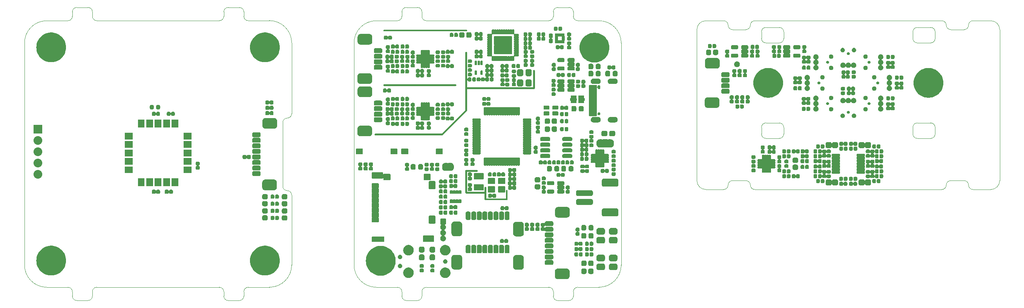
<source format=gts>
%TF.GenerationSoftware,KiCad,Pcbnew,7.0.2*%
%TF.CreationDate,2023-04-27T15:04:22+02:00*%
%TF.ProjectId,kleinvoet,6b6c6569-6e76-46f6-9574-2e6b69636164,C*%
%TF.SameCoordinates,Original*%
%TF.FileFunction,Soldermask,Top*%
%TF.FilePolarity,Negative*%
%FSLAX46Y46*%
G04 Gerber Fmt 4.6, Leading zero omitted, Abs format (unit mm)*
G04 Created by KiCad (PCBNEW 7.0.2) date 2023-04-27 15:04:22*
%MOMM*%
%LPD*%
G01*
G04 APERTURE LIST*
%TA.AperFunction,Profile*%
%ADD10C,0.050000*%
%TD*%
G04 APERTURE END LIST*
G36*
X118535128Y-82477615D02*
G01*
X118589564Y-82477615D01*
X118637454Y-82486567D01*
X118686155Y-82490828D01*
X118745936Y-82506846D01*
X118804961Y-82517880D01*
X118844991Y-82533387D01*
X118886045Y-82544388D01*
X118948194Y-82573368D01*
X119009292Y-82597038D01*
X119040828Y-82616564D01*
X119073606Y-82631849D01*
X119135441Y-82675146D01*
X119195598Y-82712394D01*
X119218654Y-82733412D01*
X119243119Y-82750543D01*
X119301640Y-82809064D01*
X119357536Y-82860020D01*
X119372772Y-82880196D01*
X119389458Y-82896882D01*
X119441504Y-82971212D01*
X119489590Y-83034888D01*
X119498205Y-83052189D01*
X119508149Y-83066391D01*
X119550491Y-83157194D01*
X119587264Y-83231044D01*
X119590920Y-83243894D01*
X119595611Y-83253954D01*
X119625169Y-83364268D01*
X119647231Y-83441807D01*
X119647910Y-83449139D01*
X119649171Y-83453844D01*
X119663102Y-83613088D01*
X119667450Y-83660000D01*
X119663100Y-83706941D01*
X119649171Y-83866155D01*
X119647910Y-83870858D01*
X119647231Y-83878193D01*
X119625164Y-83955747D01*
X119595611Y-84066045D01*
X119590921Y-84076102D01*
X119587264Y-84088956D01*
X119550484Y-84162819D01*
X119508150Y-84253606D01*
X119498208Y-84267804D01*
X119489590Y-84285112D01*
X119441487Y-84348809D01*
X119389456Y-84423119D01*
X119372775Y-84439799D01*
X119357536Y-84459980D01*
X119301629Y-84510945D01*
X119243119Y-84569456D01*
X119218659Y-84586582D01*
X119195598Y-84607606D01*
X119135429Y-84644860D01*
X119073606Y-84688150D01*
X119040835Y-84703431D01*
X119009292Y-84722962D01*
X118948182Y-84746635D01*
X118886045Y-84775611D01*
X118844999Y-84786608D01*
X118804961Y-84802120D01*
X118745924Y-84813155D01*
X118686155Y-84829171D01*
X118637464Y-84833430D01*
X118589564Y-84842385D01*
X118535116Y-84842385D01*
X118480000Y-84847207D01*
X118424883Y-84842385D01*
X118370436Y-84842385D01*
X118322536Y-84833430D01*
X118273844Y-84829171D01*
X118214072Y-84813155D01*
X118155039Y-84802120D01*
X118115002Y-84786609D01*
X118073954Y-84775611D01*
X118011811Y-84746633D01*
X117950708Y-84722962D01*
X117919167Y-84703433D01*
X117886393Y-84688150D01*
X117824561Y-84644855D01*
X117764402Y-84607606D01*
X117741343Y-84586585D01*
X117716880Y-84569456D01*
X117658359Y-84510935D01*
X117602464Y-84459980D01*
X117587227Y-84439803D01*
X117570543Y-84423119D01*
X117518498Y-84348791D01*
X117470410Y-84285112D01*
X117461794Y-84267809D01*
X117451849Y-84253606D01*
X117409499Y-84162787D01*
X117372736Y-84088956D01*
X117369080Y-84076107D01*
X117364388Y-84066045D01*
X117334818Y-83955687D01*
X117312769Y-83878193D01*
X117312089Y-83870864D01*
X117310828Y-83866155D01*
X117296880Y-83706735D01*
X117292550Y-83660000D01*
X117296880Y-83613268D01*
X117310828Y-83453844D01*
X117312090Y-83449133D01*
X117312769Y-83441807D01*
X117334813Y-83364328D01*
X117364388Y-83253954D01*
X117369081Y-83243889D01*
X117372736Y-83231044D01*
X117409493Y-83157225D01*
X117451850Y-83066391D01*
X117461797Y-83052184D01*
X117470410Y-83034888D01*
X117518481Y-82971230D01*
X117570541Y-82896882D01*
X117587230Y-82880192D01*
X117602464Y-82860020D01*
X117658347Y-82809075D01*
X117716882Y-82750541D01*
X117741351Y-82733407D01*
X117764402Y-82712394D01*
X117824543Y-82675155D01*
X117886391Y-82631850D01*
X117919174Y-82616563D01*
X117950708Y-82597038D01*
X118011799Y-82573371D01*
X118073954Y-82544388D01*
X118115010Y-82533386D01*
X118155039Y-82517880D01*
X118214059Y-82506846D01*
X118273844Y-82490828D01*
X118322546Y-82486567D01*
X118370436Y-82477615D01*
X118424872Y-82477615D01*
X118480000Y-82472792D01*
X118535128Y-82477615D01*
G37*
G36*
X121721672Y-84711057D02*
G01*
X121729807Y-84713591D01*
X121735964Y-84714221D01*
X121801256Y-84735856D01*
X121877029Y-84759468D01*
X121882507Y-84762779D01*
X121885085Y-84763634D01*
X121942367Y-84798966D01*
X122016285Y-84843651D01*
X122131349Y-84958715D01*
X122176052Y-85032663D01*
X122211365Y-85089914D01*
X122212218Y-85092489D01*
X122215532Y-85097971D01*
X122239154Y-85173777D01*
X122260778Y-85239035D01*
X122261406Y-85245188D01*
X122263943Y-85253328D01*
X122275000Y-85375000D01*
X122275000Y-87325000D01*
X122263943Y-87446672D01*
X122261406Y-87454811D01*
X122260778Y-87460964D01*
X122239159Y-87526205D01*
X122215532Y-87602029D01*
X122212217Y-87607511D01*
X122211365Y-87610085D01*
X122176082Y-87667285D01*
X122131349Y-87741285D01*
X122016285Y-87856349D01*
X121942285Y-87901082D01*
X121885085Y-87936365D01*
X121882511Y-87937217D01*
X121877029Y-87940532D01*
X121801205Y-87964159D01*
X121735964Y-87985778D01*
X121729811Y-87986406D01*
X121721672Y-87988943D01*
X121600000Y-88000000D01*
X120550000Y-88000000D01*
X120428328Y-87988943D01*
X120420188Y-87986406D01*
X120414035Y-87985778D01*
X120348777Y-87964154D01*
X120272971Y-87940532D01*
X120267489Y-87937218D01*
X120264914Y-87936365D01*
X120207663Y-87901052D01*
X120133715Y-87856349D01*
X120018651Y-87741285D01*
X119973966Y-87667367D01*
X119938634Y-87610085D01*
X119937779Y-87607507D01*
X119934468Y-87602029D01*
X119910856Y-87526256D01*
X119889221Y-87460964D01*
X119888591Y-87454807D01*
X119886057Y-87446672D01*
X119875000Y-87325000D01*
X119875000Y-85375000D01*
X119886057Y-85253328D01*
X119888591Y-85245193D01*
X119889221Y-85239035D01*
X119910861Y-85173727D01*
X119934468Y-85097971D01*
X119937779Y-85092493D01*
X119938634Y-85089914D01*
X119973996Y-85032582D01*
X120018651Y-84958715D01*
X120133715Y-84843651D01*
X120207582Y-84798996D01*
X120264914Y-84763634D01*
X120267493Y-84762779D01*
X120272971Y-84759468D01*
X120348727Y-84735861D01*
X120414035Y-84714221D01*
X120420193Y-84713591D01*
X120428328Y-84711057D01*
X120550000Y-84700000D01*
X121600000Y-84700000D01*
X121721672Y-84711057D01*
G37*
G36*
X135571672Y-84761057D02*
G01*
X135579807Y-84763591D01*
X135585964Y-84764221D01*
X135651256Y-84785856D01*
X135727029Y-84809468D01*
X135732507Y-84812779D01*
X135735085Y-84813634D01*
X135792367Y-84848966D01*
X135866285Y-84893651D01*
X135981349Y-85008715D01*
X136026052Y-85082663D01*
X136061365Y-85139914D01*
X136062218Y-85142489D01*
X136065532Y-85147971D01*
X136089154Y-85223777D01*
X136110778Y-85289035D01*
X136111406Y-85295188D01*
X136113943Y-85303328D01*
X136125000Y-85425000D01*
X136125000Y-87375000D01*
X136113943Y-87496672D01*
X136111406Y-87504811D01*
X136110778Y-87510964D01*
X136089159Y-87576205D01*
X136065532Y-87652029D01*
X136062217Y-87657511D01*
X136061365Y-87660085D01*
X136026082Y-87717285D01*
X135981349Y-87791285D01*
X135866285Y-87906349D01*
X135792285Y-87951082D01*
X135735085Y-87986365D01*
X135732511Y-87987217D01*
X135727029Y-87990532D01*
X135651205Y-88014159D01*
X135585964Y-88035778D01*
X135579811Y-88036406D01*
X135571672Y-88038943D01*
X135450000Y-88050000D01*
X134400000Y-88050000D01*
X134278328Y-88038943D01*
X134270188Y-88036406D01*
X134264035Y-88035778D01*
X134198777Y-88014154D01*
X134122971Y-87990532D01*
X134117489Y-87987218D01*
X134114914Y-87986365D01*
X134057663Y-87951052D01*
X133983715Y-87906349D01*
X133868651Y-87791285D01*
X133823966Y-87717367D01*
X133788634Y-87660085D01*
X133787779Y-87657507D01*
X133784468Y-87652029D01*
X133760856Y-87576256D01*
X133739221Y-87510964D01*
X133738591Y-87504807D01*
X133736057Y-87496672D01*
X133725000Y-87375000D01*
X133725000Y-85425000D01*
X133736057Y-85303328D01*
X133738591Y-85295193D01*
X133739221Y-85289035D01*
X133760861Y-85223727D01*
X133784468Y-85147971D01*
X133787779Y-85142493D01*
X133788634Y-85139914D01*
X133823996Y-85082582D01*
X133868651Y-85008715D01*
X133983715Y-84893651D01*
X134057582Y-84848996D01*
X134114914Y-84813634D01*
X134117493Y-84812779D01*
X134122971Y-84809468D01*
X134198727Y-84785861D01*
X134264035Y-84764221D01*
X134270193Y-84763591D01*
X134278328Y-84761057D01*
X134400000Y-84750000D01*
X135450000Y-84750000D01*
X135571672Y-84761057D01*
G37*
G36*
X145846672Y-87786057D02*
G01*
X145854807Y-87788591D01*
X145860964Y-87789221D01*
X145926256Y-87810856D01*
X146002029Y-87834468D01*
X146007507Y-87837779D01*
X146010085Y-87838634D01*
X146067367Y-87873966D01*
X146141285Y-87918651D01*
X146256349Y-88033715D01*
X146301052Y-88107663D01*
X146336365Y-88164914D01*
X146337218Y-88167489D01*
X146340532Y-88172971D01*
X146364154Y-88248777D01*
X146385778Y-88314035D01*
X146386406Y-88320188D01*
X146388943Y-88328328D01*
X146400000Y-88450000D01*
X146400000Y-89500000D01*
X146388943Y-89621672D01*
X146386406Y-89629811D01*
X146385778Y-89635964D01*
X146364159Y-89701205D01*
X146340532Y-89777029D01*
X146337217Y-89782511D01*
X146336365Y-89785085D01*
X146301082Y-89842285D01*
X146256349Y-89916285D01*
X146141285Y-90031349D01*
X146067285Y-90076082D01*
X146010085Y-90111365D01*
X146007511Y-90112217D01*
X146002029Y-90115532D01*
X145926205Y-90139159D01*
X145860964Y-90160778D01*
X145854811Y-90161406D01*
X145846672Y-90163943D01*
X145725000Y-90175000D01*
X143775000Y-90175000D01*
X143653328Y-90163943D01*
X143645188Y-90161406D01*
X143639035Y-90160778D01*
X143573777Y-90139154D01*
X143497971Y-90115532D01*
X143492489Y-90112218D01*
X143489914Y-90111365D01*
X143432663Y-90076052D01*
X143358715Y-90031349D01*
X143243651Y-89916285D01*
X143198966Y-89842367D01*
X143163634Y-89785085D01*
X143162779Y-89782507D01*
X143159468Y-89777029D01*
X143135856Y-89701256D01*
X143114221Y-89635964D01*
X143113591Y-89629807D01*
X143111057Y-89621672D01*
X143100000Y-89500000D01*
X143100000Y-88450000D01*
X143111057Y-88328328D01*
X143113591Y-88320193D01*
X143114221Y-88314035D01*
X143135861Y-88248727D01*
X143159468Y-88172971D01*
X143162779Y-88167493D01*
X143163634Y-88164914D01*
X143198996Y-88107582D01*
X143243651Y-88033715D01*
X143358715Y-87918651D01*
X143432582Y-87873996D01*
X143489914Y-87838634D01*
X143492493Y-87837779D01*
X143497971Y-87834468D01*
X143573727Y-87810861D01*
X143639035Y-87789221D01*
X143645193Y-87788591D01*
X143653328Y-87786057D01*
X143775000Y-87775000D01*
X145725000Y-87775000D01*
X145846672Y-87786057D01*
G37*
G36*
X30541970Y-82694131D02*
G01*
X30896220Y-82772108D01*
X31239963Y-82887928D01*
X31569168Y-83040235D01*
X31879977Y-83227242D01*
X32168744Y-83446757D01*
X32432085Y-83696207D01*
X32666912Y-83972666D01*
X32870472Y-84272895D01*
X33040378Y-84593372D01*
X33174638Y-84930340D01*
X33271679Y-85279849D01*
X33330362Y-85637801D01*
X33350000Y-86000000D01*
X33330362Y-86362199D01*
X33271679Y-86720151D01*
X33174638Y-87069660D01*
X33040378Y-87406628D01*
X32870472Y-87727105D01*
X32666912Y-88027334D01*
X32432085Y-88303793D01*
X32168744Y-88553243D01*
X31879977Y-88772758D01*
X31569168Y-88959765D01*
X31239963Y-89112072D01*
X30896220Y-89227892D01*
X30541970Y-89305869D01*
X30181365Y-89345087D01*
X29818635Y-89345087D01*
X29458030Y-89305869D01*
X29103780Y-89227892D01*
X28760037Y-89112072D01*
X28430832Y-88959765D01*
X28120023Y-88772758D01*
X27831256Y-88553243D01*
X27567915Y-88303793D01*
X27333088Y-88027334D01*
X27129528Y-87727105D01*
X26959622Y-87406628D01*
X26825362Y-87069660D01*
X26728321Y-86720151D01*
X26669638Y-86362199D01*
X26650000Y-86000000D01*
X26669638Y-85637801D01*
X26728321Y-85279849D01*
X26825362Y-84930340D01*
X26959622Y-84593372D01*
X27129528Y-84272895D01*
X27333088Y-83972666D01*
X27567915Y-83696207D01*
X27831256Y-83446757D01*
X28120023Y-83227242D01*
X28430832Y-83040235D01*
X28760037Y-82887928D01*
X29103780Y-82772108D01*
X29458030Y-82694131D01*
X29818635Y-82654913D01*
X30181365Y-82654913D01*
X30541970Y-82694131D01*
G37*
G36*
X78541970Y-82694131D02*
G01*
X78896220Y-82772108D01*
X79239963Y-82887928D01*
X79569168Y-83040235D01*
X79879977Y-83227242D01*
X80168744Y-83446757D01*
X80432085Y-83696207D01*
X80666912Y-83972666D01*
X80870472Y-84272895D01*
X81040378Y-84593372D01*
X81174638Y-84930340D01*
X81271679Y-85279849D01*
X81330362Y-85637801D01*
X81350000Y-86000000D01*
X81330362Y-86362199D01*
X81271679Y-86720151D01*
X81174638Y-87069660D01*
X81040378Y-87406628D01*
X80870472Y-87727105D01*
X80666912Y-88027334D01*
X80432085Y-88303793D01*
X80168744Y-88553243D01*
X79879977Y-88772758D01*
X79569168Y-88959765D01*
X79239963Y-89112072D01*
X78896220Y-89227892D01*
X78541970Y-89305869D01*
X78181365Y-89345087D01*
X77818635Y-89345087D01*
X77458030Y-89305869D01*
X77103780Y-89227892D01*
X76760037Y-89112072D01*
X76430832Y-88959765D01*
X76120023Y-88772758D01*
X75831256Y-88553243D01*
X75567915Y-88303793D01*
X75333088Y-88027334D01*
X75129528Y-87727105D01*
X74959622Y-87406628D01*
X74825362Y-87069660D01*
X74728321Y-86720151D01*
X74669638Y-86362199D01*
X74650000Y-86000000D01*
X74669638Y-85637801D01*
X74728321Y-85279849D01*
X74825362Y-84930340D01*
X74959622Y-84593372D01*
X75129528Y-84272895D01*
X75333088Y-83972666D01*
X75567915Y-83696207D01*
X75831256Y-83446757D01*
X76120023Y-83227242D01*
X76430832Y-83040235D01*
X76760037Y-82887928D01*
X77103780Y-82772108D01*
X77458030Y-82694131D01*
X77818635Y-82654913D01*
X78181365Y-82654913D01*
X78541970Y-82694131D01*
G37*
G36*
X104541970Y-82744131D02*
G01*
X104896220Y-82822108D01*
X105239963Y-82937928D01*
X105569168Y-83090235D01*
X105879977Y-83277242D01*
X106168744Y-83496757D01*
X106432085Y-83746207D01*
X106666912Y-84022666D01*
X106870472Y-84322895D01*
X107040378Y-84643372D01*
X107174638Y-84980340D01*
X107271679Y-85329849D01*
X107330362Y-85687801D01*
X107350000Y-86050000D01*
X107330362Y-86412199D01*
X107271679Y-86770151D01*
X107174638Y-87119660D01*
X107040378Y-87456628D01*
X106870472Y-87777105D01*
X106666912Y-88077334D01*
X106432085Y-88353793D01*
X106168744Y-88603243D01*
X105879977Y-88822758D01*
X105569168Y-89009765D01*
X105239963Y-89162072D01*
X104896220Y-89277892D01*
X104541970Y-89355869D01*
X104181365Y-89395087D01*
X103818635Y-89395087D01*
X103458030Y-89355869D01*
X103103780Y-89277892D01*
X102760037Y-89162072D01*
X102430832Y-89009765D01*
X102120023Y-88822758D01*
X101831256Y-88603243D01*
X101567915Y-88353793D01*
X101333088Y-88077334D01*
X101129528Y-87777105D01*
X100959622Y-87456628D01*
X100825362Y-87119660D01*
X100728321Y-86770151D01*
X100669638Y-86412199D01*
X100650000Y-86050000D01*
X100669638Y-85687801D01*
X100728321Y-85329849D01*
X100825362Y-84980340D01*
X100959622Y-84643372D01*
X101129528Y-84322895D01*
X101333088Y-84022666D01*
X101567915Y-83746207D01*
X101831256Y-83496757D01*
X102120023Y-83277242D01*
X102430832Y-83090235D01*
X102760037Y-82937928D01*
X103103780Y-82822108D01*
X103458030Y-82744131D01*
X103818635Y-82704913D01*
X104181365Y-82704913D01*
X104541970Y-82744131D01*
G37*
G36*
X108354127Y-86725741D02*
G01*
X108390489Y-86725741D01*
X108420045Y-86734419D01*
X108448053Y-86738107D01*
X108485675Y-86753690D01*
X108525755Y-86765459D01*
X108546909Y-86779053D01*
X108567375Y-86787531D01*
X108604878Y-86816308D01*
X108644353Y-86841677D01*
X108657077Y-86856361D01*
X108669844Y-86866158D01*
X108702943Y-86909294D01*
X108736673Y-86948221D01*
X108742349Y-86960649D01*
X108748467Y-86968623D01*
X108772620Y-87026934D01*
X108795237Y-87076458D01*
X108796355Y-87084236D01*
X108797892Y-87087946D01*
X108808788Y-87170710D01*
X108815300Y-87216000D01*
X108808787Y-87261293D01*
X108797892Y-87344053D01*
X108796355Y-87347762D01*
X108795237Y-87355542D01*
X108772618Y-87405068D01*
X108748468Y-87463375D01*
X108742350Y-87471348D01*
X108736673Y-87483779D01*
X108702931Y-87522719D01*
X108669842Y-87565842D01*
X108657081Y-87575633D01*
X108644353Y-87590323D01*
X108604869Y-87615697D01*
X108567375Y-87644468D01*
X108546913Y-87652943D01*
X108525755Y-87666541D01*
X108485667Y-87678311D01*
X108448053Y-87693892D01*
X108420051Y-87697578D01*
X108390489Y-87706259D01*
X108354119Y-87706259D01*
X108320000Y-87710751D01*
X108285881Y-87706259D01*
X108249511Y-87706259D01*
X108219949Y-87697578D01*
X108191946Y-87693892D01*
X108154329Y-87678310D01*
X108114245Y-87666541D01*
X108093088Y-87652944D01*
X108072624Y-87644468D01*
X108035124Y-87615693D01*
X107995647Y-87590323D01*
X107982920Y-87575636D01*
X107970157Y-87565842D01*
X107937060Y-87522709D01*
X107903327Y-87483779D01*
X107897651Y-87471351D01*
X107891531Y-87463375D01*
X107867370Y-87405044D01*
X107844763Y-87355542D01*
X107843645Y-87347766D01*
X107842107Y-87344053D01*
X107831200Y-87261210D01*
X107824700Y-87216000D01*
X107831199Y-87170793D01*
X107842107Y-87087946D01*
X107843645Y-87084232D01*
X107844763Y-87076458D01*
X107867369Y-87026957D01*
X107891532Y-86968623D01*
X107897652Y-86960646D01*
X107903327Y-86948221D01*
X107937045Y-86909307D01*
X107970156Y-86866156D01*
X107982927Y-86856356D01*
X107995647Y-86841677D01*
X108035112Y-86816313D01*
X108072623Y-86787532D01*
X108093090Y-86779054D01*
X108114245Y-86765459D01*
X108154322Y-86753691D01*
X108191946Y-86738107D01*
X108219955Y-86734419D01*
X108249511Y-86725741D01*
X108285873Y-86725741D01*
X108320000Y-86721248D01*
X108354127Y-86725741D01*
G37*
G36*
X110280128Y-87557615D02*
G01*
X110334564Y-87557615D01*
X110382454Y-87566567D01*
X110431155Y-87570828D01*
X110490936Y-87586846D01*
X110549961Y-87597880D01*
X110589991Y-87613387D01*
X110631045Y-87624388D01*
X110693194Y-87653368D01*
X110754292Y-87677038D01*
X110785828Y-87696564D01*
X110818606Y-87711849D01*
X110880441Y-87755146D01*
X110940598Y-87792394D01*
X110963654Y-87813412D01*
X110988119Y-87830543D01*
X111046640Y-87889064D01*
X111102536Y-87940020D01*
X111117772Y-87960196D01*
X111134458Y-87976882D01*
X111186504Y-88051212D01*
X111234590Y-88114888D01*
X111243205Y-88132189D01*
X111253149Y-88146391D01*
X111295491Y-88237194D01*
X111332264Y-88311044D01*
X111335920Y-88323894D01*
X111340611Y-88333954D01*
X111370169Y-88444268D01*
X111392231Y-88521807D01*
X111392910Y-88529139D01*
X111394171Y-88533844D01*
X111408102Y-88693088D01*
X111412450Y-88740000D01*
X111408100Y-88786941D01*
X111394171Y-88946155D01*
X111392910Y-88950858D01*
X111392231Y-88958193D01*
X111370164Y-89035747D01*
X111340611Y-89146045D01*
X111335921Y-89156102D01*
X111332264Y-89168956D01*
X111295484Y-89242819D01*
X111253150Y-89333606D01*
X111243208Y-89347804D01*
X111234590Y-89365112D01*
X111186487Y-89428809D01*
X111134456Y-89503119D01*
X111117775Y-89519799D01*
X111102536Y-89539980D01*
X111046629Y-89590945D01*
X110988119Y-89649456D01*
X110963659Y-89666582D01*
X110940598Y-89687606D01*
X110880429Y-89724860D01*
X110818606Y-89768150D01*
X110785835Y-89783431D01*
X110754292Y-89802962D01*
X110693182Y-89826635D01*
X110631045Y-89855611D01*
X110589999Y-89866608D01*
X110549961Y-89882120D01*
X110490924Y-89893155D01*
X110431155Y-89909171D01*
X110382464Y-89913430D01*
X110334564Y-89922385D01*
X110280116Y-89922385D01*
X110224999Y-89927207D01*
X110169883Y-89922385D01*
X110115436Y-89922385D01*
X110067536Y-89913431D01*
X110018844Y-89909171D01*
X109959072Y-89893155D01*
X109900039Y-89882120D01*
X109860002Y-89866609D01*
X109818954Y-89855611D01*
X109756811Y-89826633D01*
X109695708Y-89802962D01*
X109664167Y-89783433D01*
X109631393Y-89768150D01*
X109569561Y-89724855D01*
X109509402Y-89687606D01*
X109486343Y-89666585D01*
X109461880Y-89649456D01*
X109403359Y-89590935D01*
X109347464Y-89539980D01*
X109332227Y-89519803D01*
X109315543Y-89503119D01*
X109263498Y-89428791D01*
X109215410Y-89365112D01*
X109206794Y-89347809D01*
X109196849Y-89333606D01*
X109154499Y-89242787D01*
X109117736Y-89168956D01*
X109114080Y-89156107D01*
X109109388Y-89146045D01*
X109079818Y-89035687D01*
X109057769Y-88958193D01*
X109057089Y-88950864D01*
X109055828Y-88946155D01*
X109041880Y-88786735D01*
X109037550Y-88740000D01*
X109041880Y-88693268D01*
X109055828Y-88533844D01*
X109057090Y-88529133D01*
X109057769Y-88521807D01*
X109079813Y-88444328D01*
X109109388Y-88333954D01*
X109114081Y-88323889D01*
X109117736Y-88311044D01*
X109154493Y-88237225D01*
X109196850Y-88146391D01*
X109206797Y-88132184D01*
X109215410Y-88114888D01*
X109263481Y-88051230D01*
X109315541Y-87976882D01*
X109332230Y-87960192D01*
X109347464Y-87940020D01*
X109403347Y-87889075D01*
X109461882Y-87830541D01*
X109486351Y-87813407D01*
X109509402Y-87792394D01*
X109569543Y-87755155D01*
X109631391Y-87711850D01*
X109664174Y-87696563D01*
X109695708Y-87677038D01*
X109756799Y-87653371D01*
X109818954Y-87624388D01*
X109860010Y-87613386D01*
X109900039Y-87597880D01*
X109959059Y-87586846D01*
X110018844Y-87570828D01*
X110067546Y-87566567D01*
X110115436Y-87557615D01*
X110169872Y-87557615D01*
X110225000Y-87552792D01*
X110280128Y-87557615D01*
G37*
G36*
X113450251Y-86792570D02*
G01*
X113459064Y-86796461D01*
X113465465Y-86797394D01*
X113505482Y-86816957D01*
X113546064Y-86834876D01*
X113549821Y-86838633D01*
X113550095Y-86838767D01*
X113616232Y-86904904D01*
X113616365Y-86905177D01*
X113620124Y-86908936D01*
X113638047Y-86949528D01*
X113657605Y-86989534D01*
X113658537Y-86995932D01*
X113662430Y-87004749D01*
X113670000Y-87070000D01*
X113670000Y-87340000D01*
X113662430Y-87405251D01*
X113658537Y-87414067D01*
X113657605Y-87420465D01*
X113638051Y-87460461D01*
X113620124Y-87501064D01*
X113616364Y-87504823D01*
X113616232Y-87505095D01*
X113550095Y-87571232D01*
X113549823Y-87571364D01*
X113546064Y-87575124D01*
X113505461Y-87593051D01*
X113465465Y-87612605D01*
X113459067Y-87613537D01*
X113450251Y-87617430D01*
X113385000Y-87625000D01*
X113015000Y-87625000D01*
X112949749Y-87617430D01*
X112940932Y-87613537D01*
X112934534Y-87612605D01*
X112894528Y-87593047D01*
X112853936Y-87575124D01*
X112850177Y-87571365D01*
X112849904Y-87571232D01*
X112783767Y-87505095D01*
X112783633Y-87504821D01*
X112779876Y-87501064D01*
X112761957Y-87460482D01*
X112742394Y-87420465D01*
X112741461Y-87414064D01*
X112737570Y-87405251D01*
X112730000Y-87340000D01*
X112730000Y-87070000D01*
X112737570Y-87004749D01*
X112741461Y-86995936D01*
X112742394Y-86989534D01*
X112761962Y-86949506D01*
X112779876Y-86908936D01*
X112783632Y-86905179D01*
X112783767Y-86904904D01*
X112849904Y-86838767D01*
X112850179Y-86838632D01*
X112853936Y-86834876D01*
X112894506Y-86816962D01*
X112934534Y-86797394D01*
X112940936Y-86796461D01*
X112949749Y-86792570D01*
X113015000Y-86785000D01*
X113385000Y-86785000D01*
X113450251Y-86792570D01*
G37*
G36*
X115850251Y-86792570D02*
G01*
X115859064Y-86796461D01*
X115865465Y-86797394D01*
X115905482Y-86816957D01*
X115946064Y-86834876D01*
X115949821Y-86838633D01*
X115950095Y-86838767D01*
X116016232Y-86904904D01*
X116016365Y-86905177D01*
X116020124Y-86908936D01*
X116038047Y-86949528D01*
X116057605Y-86989534D01*
X116058537Y-86995932D01*
X116062430Y-87004749D01*
X116070000Y-87070000D01*
X116070000Y-87340000D01*
X116062430Y-87405251D01*
X116058537Y-87414067D01*
X116057605Y-87420465D01*
X116038051Y-87460461D01*
X116020124Y-87501064D01*
X116016364Y-87504823D01*
X116016232Y-87505095D01*
X115950095Y-87571232D01*
X115949823Y-87571364D01*
X115946064Y-87575124D01*
X115905461Y-87593051D01*
X115865465Y-87612605D01*
X115859067Y-87613537D01*
X115850251Y-87617430D01*
X115785000Y-87625000D01*
X115415000Y-87625000D01*
X115349749Y-87617430D01*
X115340932Y-87613537D01*
X115334534Y-87612605D01*
X115294528Y-87593047D01*
X115253936Y-87575124D01*
X115250177Y-87571365D01*
X115249904Y-87571232D01*
X115183767Y-87505095D01*
X115183633Y-87504821D01*
X115179876Y-87501064D01*
X115161957Y-87460482D01*
X115142394Y-87420465D01*
X115141461Y-87414064D01*
X115137570Y-87405251D01*
X115130000Y-87340000D01*
X115130000Y-87070000D01*
X115137570Y-87004749D01*
X115141461Y-86995936D01*
X115142394Y-86989534D01*
X115161962Y-86949506D01*
X115179876Y-86908936D01*
X115183632Y-86905179D01*
X115183767Y-86904904D01*
X115249904Y-86838767D01*
X115250179Y-86838632D01*
X115253936Y-86834876D01*
X115294506Y-86816962D01*
X115334534Y-86797394D01*
X115340936Y-86796461D01*
X115349749Y-86792570D01*
X115415000Y-86785000D01*
X115785000Y-86785000D01*
X115850251Y-86792570D01*
G37*
G36*
X118535128Y-87557615D02*
G01*
X118589564Y-87557615D01*
X118637454Y-87566567D01*
X118686155Y-87570828D01*
X118745936Y-87586846D01*
X118804961Y-87597880D01*
X118844991Y-87613387D01*
X118886045Y-87624388D01*
X118948194Y-87653368D01*
X119009292Y-87677038D01*
X119040828Y-87696564D01*
X119073606Y-87711849D01*
X119135441Y-87755146D01*
X119195598Y-87792394D01*
X119218654Y-87813412D01*
X119243119Y-87830543D01*
X119301640Y-87889064D01*
X119357536Y-87940020D01*
X119372772Y-87960196D01*
X119389458Y-87976882D01*
X119441504Y-88051212D01*
X119489590Y-88114888D01*
X119498205Y-88132189D01*
X119508149Y-88146391D01*
X119550491Y-88237194D01*
X119587264Y-88311044D01*
X119590920Y-88323894D01*
X119595611Y-88333954D01*
X119625169Y-88444268D01*
X119647231Y-88521807D01*
X119647910Y-88529139D01*
X119649171Y-88533844D01*
X119663102Y-88693088D01*
X119667450Y-88740000D01*
X119663100Y-88786941D01*
X119649171Y-88946155D01*
X119647910Y-88950858D01*
X119647231Y-88958193D01*
X119625164Y-89035747D01*
X119595611Y-89146045D01*
X119590921Y-89156102D01*
X119587264Y-89168956D01*
X119550484Y-89242819D01*
X119508150Y-89333606D01*
X119498208Y-89347804D01*
X119489590Y-89365112D01*
X119441487Y-89428809D01*
X119389456Y-89503119D01*
X119372775Y-89519799D01*
X119357536Y-89539980D01*
X119301629Y-89590945D01*
X119243119Y-89649456D01*
X119218659Y-89666582D01*
X119195598Y-89687606D01*
X119135429Y-89724860D01*
X119073606Y-89768150D01*
X119040835Y-89783431D01*
X119009292Y-89802962D01*
X118948182Y-89826635D01*
X118886045Y-89855611D01*
X118844999Y-89866608D01*
X118804961Y-89882120D01*
X118745924Y-89893155D01*
X118686155Y-89909171D01*
X118637464Y-89913430D01*
X118589564Y-89922385D01*
X118535116Y-89922385D01*
X118480000Y-89927207D01*
X118424883Y-89922385D01*
X118370436Y-89922385D01*
X118322536Y-89913430D01*
X118273844Y-89909171D01*
X118214072Y-89893155D01*
X118155039Y-89882120D01*
X118115002Y-89866609D01*
X118073954Y-89855611D01*
X118011811Y-89826633D01*
X117950708Y-89802962D01*
X117919167Y-89783433D01*
X117886393Y-89768150D01*
X117824561Y-89724855D01*
X117764402Y-89687606D01*
X117741343Y-89666585D01*
X117716880Y-89649456D01*
X117658359Y-89590935D01*
X117602464Y-89539980D01*
X117587227Y-89519803D01*
X117570543Y-89503119D01*
X117518498Y-89428791D01*
X117470410Y-89365112D01*
X117461794Y-89347809D01*
X117451849Y-89333606D01*
X117409499Y-89242787D01*
X117372736Y-89168956D01*
X117369080Y-89156107D01*
X117364388Y-89146045D01*
X117334818Y-89035687D01*
X117312769Y-88958193D01*
X117312089Y-88950864D01*
X117310828Y-88946155D01*
X117296881Y-88786748D01*
X117292550Y-88740000D01*
X117296879Y-88693281D01*
X117310828Y-88533844D01*
X117312090Y-88529133D01*
X117312769Y-88521807D01*
X117334813Y-88444328D01*
X117364388Y-88333954D01*
X117369081Y-88323889D01*
X117372736Y-88311044D01*
X117409493Y-88237225D01*
X117451850Y-88146391D01*
X117461797Y-88132184D01*
X117470410Y-88114888D01*
X117518481Y-88051230D01*
X117570541Y-87976882D01*
X117587230Y-87960192D01*
X117602464Y-87940020D01*
X117658347Y-87889075D01*
X117716882Y-87830541D01*
X117741351Y-87813407D01*
X117764402Y-87792394D01*
X117824543Y-87755155D01*
X117886391Y-87711850D01*
X117919174Y-87696563D01*
X117950708Y-87677038D01*
X118011799Y-87653371D01*
X118073954Y-87624388D01*
X118115010Y-87613386D01*
X118155039Y-87597880D01*
X118214059Y-87586846D01*
X118273844Y-87570828D01*
X118322546Y-87566567D01*
X118370436Y-87557615D01*
X118424872Y-87557615D01*
X118480000Y-87552792D01*
X118535128Y-87557615D01*
G37*
G36*
X149844423Y-87775782D02*
G01*
X149905759Y-87781534D01*
X149921356Y-87786991D01*
X149944268Y-87790330D01*
X149977943Y-87806792D01*
X150011020Y-87818367D01*
X150029465Y-87831980D01*
X150053322Y-87843643D01*
X150076010Y-87866331D01*
X150099288Y-87883511D01*
X150116467Y-87906788D01*
X150139157Y-87929478D01*
X150150820Y-87953335D01*
X150164432Y-87971779D01*
X150176004Y-88004851D01*
X150192470Y-88038532D01*
X150195808Y-88061446D01*
X150201265Y-88077040D01*
X150207014Y-88138360D01*
X150207800Y-88143750D01*
X150207800Y-88656250D01*
X150207014Y-88661642D01*
X150201265Y-88722959D01*
X150195808Y-88738551D01*
X150192470Y-88761468D01*
X150176003Y-88795150D01*
X150164432Y-88828220D01*
X150150821Y-88846661D01*
X150139157Y-88870522D01*
X150116464Y-88893214D01*
X150099288Y-88916488D01*
X150076014Y-88933664D01*
X150053322Y-88956357D01*
X150029461Y-88968021D01*
X150011020Y-88981632D01*
X149977950Y-88993203D01*
X149944268Y-89009670D01*
X149921351Y-89013008D01*
X149905759Y-89018465D01*
X149844440Y-89024214D01*
X149839050Y-89025000D01*
X149401550Y-89025000D01*
X149396159Y-89024214D01*
X149334840Y-89018465D01*
X149319246Y-89013008D01*
X149296332Y-89009670D01*
X149262651Y-88993204D01*
X149229579Y-88981632D01*
X149211135Y-88968020D01*
X149187278Y-88956357D01*
X149164588Y-88933667D01*
X149141311Y-88916488D01*
X149124131Y-88893210D01*
X149101443Y-88870522D01*
X149089780Y-88846665D01*
X149076167Y-88828220D01*
X149064592Y-88795143D01*
X149048130Y-88761468D01*
X149044791Y-88738556D01*
X149039334Y-88722959D01*
X149033582Y-88661621D01*
X149032800Y-88656250D01*
X149032800Y-88143750D01*
X149033582Y-88138378D01*
X149039334Y-88077040D01*
X149044792Y-88061441D01*
X149048130Y-88038532D01*
X149064591Y-88004859D01*
X149076167Y-87971779D01*
X149089781Y-87953331D01*
X149101443Y-87929478D01*
X149124129Y-87906791D01*
X149141311Y-87883511D01*
X149164591Y-87866329D01*
X149187278Y-87843643D01*
X149211131Y-87831981D01*
X149229579Y-87818367D01*
X149262659Y-87806791D01*
X149296332Y-87790330D01*
X149319241Y-87786992D01*
X149334840Y-87781534D01*
X149396180Y-87775782D01*
X149401550Y-87775000D01*
X149839050Y-87775000D01*
X149844423Y-87775782D01*
G37*
G36*
X151419423Y-87775782D02*
G01*
X151480759Y-87781534D01*
X151496356Y-87786991D01*
X151519268Y-87790330D01*
X151552943Y-87806792D01*
X151586020Y-87818367D01*
X151604465Y-87831980D01*
X151628322Y-87843643D01*
X151651010Y-87866331D01*
X151674288Y-87883511D01*
X151691467Y-87906788D01*
X151714157Y-87929478D01*
X151725820Y-87953335D01*
X151739432Y-87971779D01*
X151751004Y-88004851D01*
X151767470Y-88038532D01*
X151770808Y-88061446D01*
X151776265Y-88077040D01*
X151782014Y-88138360D01*
X151782800Y-88143750D01*
X151782800Y-88656250D01*
X151782014Y-88661642D01*
X151776265Y-88722959D01*
X151770808Y-88738551D01*
X151767470Y-88761468D01*
X151751003Y-88795150D01*
X151739432Y-88828220D01*
X151725821Y-88846661D01*
X151714157Y-88870522D01*
X151691464Y-88893214D01*
X151674288Y-88916488D01*
X151651014Y-88933664D01*
X151628322Y-88956357D01*
X151604461Y-88968021D01*
X151586020Y-88981632D01*
X151552950Y-88993203D01*
X151519268Y-89009670D01*
X151496351Y-89013008D01*
X151480759Y-89018465D01*
X151419440Y-89024214D01*
X151414050Y-89025000D01*
X150976550Y-89025000D01*
X150971159Y-89024214D01*
X150909840Y-89018465D01*
X150894246Y-89013008D01*
X150871332Y-89009670D01*
X150837651Y-88993204D01*
X150804579Y-88981632D01*
X150786135Y-88968020D01*
X150762278Y-88956357D01*
X150739588Y-88933667D01*
X150716311Y-88916488D01*
X150699131Y-88893210D01*
X150676443Y-88870522D01*
X150664780Y-88846665D01*
X150651167Y-88828220D01*
X150639592Y-88795143D01*
X150623130Y-88761468D01*
X150619791Y-88738556D01*
X150614334Y-88722959D01*
X150608582Y-88661621D01*
X150607800Y-88656250D01*
X150607800Y-88143750D01*
X150608582Y-88138378D01*
X150614334Y-88077040D01*
X150619792Y-88061441D01*
X150623130Y-88038532D01*
X150639591Y-88004859D01*
X150651167Y-87971779D01*
X150664781Y-87953331D01*
X150676443Y-87929478D01*
X150699129Y-87906791D01*
X150716311Y-87883511D01*
X150739591Y-87866329D01*
X150762278Y-87843643D01*
X150786131Y-87831981D01*
X150804579Y-87818367D01*
X150837659Y-87806791D01*
X150871332Y-87790330D01*
X150894241Y-87786992D01*
X150909840Y-87781534D01*
X150971180Y-87775782D01*
X150976550Y-87775000D01*
X151414050Y-87775000D01*
X151419423Y-87775782D01*
G37*
G36*
X113450251Y-87812570D02*
G01*
X113459064Y-87816461D01*
X113465465Y-87817394D01*
X113505482Y-87836957D01*
X113546064Y-87854876D01*
X113549821Y-87858633D01*
X113550095Y-87858767D01*
X113616232Y-87924904D01*
X113616365Y-87925177D01*
X113620124Y-87928936D01*
X113638047Y-87969528D01*
X113657605Y-88009534D01*
X113658537Y-88015932D01*
X113662430Y-88024749D01*
X113670000Y-88090000D01*
X113670000Y-88360000D01*
X113662430Y-88425251D01*
X113658537Y-88434067D01*
X113657605Y-88440465D01*
X113638051Y-88480461D01*
X113620124Y-88521064D01*
X113616364Y-88524823D01*
X113616232Y-88525095D01*
X113550095Y-88591232D01*
X113549823Y-88591364D01*
X113546064Y-88595124D01*
X113505461Y-88613051D01*
X113465465Y-88632605D01*
X113459067Y-88633537D01*
X113450251Y-88637430D01*
X113385000Y-88645000D01*
X113015000Y-88645000D01*
X112949749Y-88637430D01*
X112940932Y-88633537D01*
X112934534Y-88632605D01*
X112894528Y-88613047D01*
X112853936Y-88595124D01*
X112850177Y-88591365D01*
X112849904Y-88591232D01*
X112783767Y-88525095D01*
X112783633Y-88524821D01*
X112779876Y-88521064D01*
X112761957Y-88480482D01*
X112742394Y-88440465D01*
X112741461Y-88434064D01*
X112737570Y-88425251D01*
X112730000Y-88360000D01*
X112730000Y-88090000D01*
X112737570Y-88024749D01*
X112741461Y-88015936D01*
X112742394Y-88009534D01*
X112761962Y-87969506D01*
X112779876Y-87928936D01*
X112783632Y-87925179D01*
X112783767Y-87924904D01*
X112849904Y-87858767D01*
X112850179Y-87858632D01*
X112853936Y-87854876D01*
X112894506Y-87836962D01*
X112934534Y-87817394D01*
X112940936Y-87816461D01*
X112949749Y-87812570D01*
X113015000Y-87805000D01*
X113385000Y-87805000D01*
X113450251Y-87812570D01*
G37*
G36*
X115850251Y-87812570D02*
G01*
X115859064Y-87816461D01*
X115865465Y-87817394D01*
X115905482Y-87836957D01*
X115946064Y-87854876D01*
X115949821Y-87858633D01*
X115950095Y-87858767D01*
X116016232Y-87924904D01*
X116016365Y-87925177D01*
X116020124Y-87928936D01*
X116038047Y-87969528D01*
X116057605Y-88009534D01*
X116058537Y-88015932D01*
X116062430Y-88024749D01*
X116070000Y-88090000D01*
X116070000Y-88360000D01*
X116062430Y-88425251D01*
X116058537Y-88434067D01*
X116057605Y-88440465D01*
X116038051Y-88480461D01*
X116020124Y-88521064D01*
X116016364Y-88524823D01*
X116016232Y-88525095D01*
X115950095Y-88591232D01*
X115949823Y-88591364D01*
X115946064Y-88595124D01*
X115905461Y-88613051D01*
X115865465Y-88632605D01*
X115859067Y-88633537D01*
X115850251Y-88637430D01*
X115785000Y-88645000D01*
X115415000Y-88645000D01*
X115349749Y-88637430D01*
X115340932Y-88633537D01*
X115334534Y-88632605D01*
X115294528Y-88613047D01*
X115253936Y-88595124D01*
X115250177Y-88591365D01*
X115249904Y-88591232D01*
X115183767Y-88525095D01*
X115183633Y-88524821D01*
X115179876Y-88521064D01*
X115161957Y-88480482D01*
X115142394Y-88440465D01*
X115141461Y-88434064D01*
X115137570Y-88425251D01*
X115130000Y-88360000D01*
X115130000Y-88090000D01*
X115137570Y-88024749D01*
X115141461Y-88015936D01*
X115142394Y-88009534D01*
X115161962Y-87969506D01*
X115179876Y-87928936D01*
X115183632Y-87925179D01*
X115183767Y-87924904D01*
X115249904Y-87858767D01*
X115250179Y-87858632D01*
X115253936Y-87854876D01*
X115294506Y-87836962D01*
X115334534Y-87817394D01*
X115340936Y-87816461D01*
X115349749Y-87812570D01*
X115415000Y-87805000D01*
X115785000Y-87805000D01*
X115850251Y-87812570D01*
G37*
G36*
X142499868Y-85889550D02*
G01*
X142506095Y-85892594D01*
X142507910Y-85892882D01*
X142536947Y-85907677D01*
X142603377Y-85940153D01*
X142684847Y-86021623D01*
X142717334Y-86088076D01*
X142732117Y-86117089D01*
X142732404Y-86118901D01*
X142735450Y-86125132D01*
X142750000Y-86225000D01*
X142750000Y-86625000D01*
X142735450Y-86724868D01*
X142732403Y-86731098D01*
X142732117Y-86732910D01*
X142717346Y-86761898D01*
X142684847Y-86828377D01*
X142603377Y-86909847D01*
X142536898Y-86942346D01*
X142507910Y-86957117D01*
X142506098Y-86957403D01*
X142499868Y-86960450D01*
X142400000Y-86975000D01*
X141200000Y-86975000D01*
X141100132Y-86960450D01*
X141093901Y-86957404D01*
X141092089Y-86957117D01*
X141063076Y-86942334D01*
X140996623Y-86909847D01*
X140915153Y-86828377D01*
X140882677Y-86761947D01*
X140867882Y-86732910D01*
X140867594Y-86731095D01*
X140864550Y-86724868D01*
X140850000Y-86625000D01*
X140850000Y-86225000D01*
X140864550Y-86125132D01*
X140867594Y-86118904D01*
X140867882Y-86117089D01*
X140882689Y-86088028D01*
X140915153Y-86021623D01*
X140996623Y-85940153D01*
X141063028Y-85907689D01*
X141092089Y-85892882D01*
X141093904Y-85892594D01*
X141100132Y-85889550D01*
X141200000Y-85875000D01*
X142400000Y-85875000D01*
X142499868Y-85889550D01*
G37*
G36*
X149844423Y-85975782D02*
G01*
X149905759Y-85981534D01*
X149921356Y-85986991D01*
X149944268Y-85990330D01*
X149977943Y-86006792D01*
X150011020Y-86018367D01*
X150029465Y-86031980D01*
X150053322Y-86043643D01*
X150076010Y-86066331D01*
X150099288Y-86083511D01*
X150116467Y-86106788D01*
X150139157Y-86129478D01*
X150150820Y-86153335D01*
X150164432Y-86171779D01*
X150176004Y-86204851D01*
X150192470Y-86238532D01*
X150195808Y-86261446D01*
X150201265Y-86277040D01*
X150207014Y-86338360D01*
X150207800Y-86343750D01*
X150207800Y-86856250D01*
X150207014Y-86861642D01*
X150201265Y-86922959D01*
X150195808Y-86938551D01*
X150192470Y-86961468D01*
X150176003Y-86995150D01*
X150164432Y-87028220D01*
X150150821Y-87046661D01*
X150139157Y-87070522D01*
X150116464Y-87093214D01*
X150099288Y-87116488D01*
X150076014Y-87133664D01*
X150053322Y-87156357D01*
X150029461Y-87168021D01*
X150011020Y-87181632D01*
X149977950Y-87193203D01*
X149944268Y-87209670D01*
X149921351Y-87213008D01*
X149905759Y-87218465D01*
X149844440Y-87224214D01*
X149839050Y-87225000D01*
X149401550Y-87225000D01*
X149396159Y-87224214D01*
X149334840Y-87218465D01*
X149319246Y-87213008D01*
X149296332Y-87209670D01*
X149262651Y-87193204D01*
X149229579Y-87181632D01*
X149211135Y-87168020D01*
X149187278Y-87156357D01*
X149164588Y-87133667D01*
X149141311Y-87116488D01*
X149124131Y-87093210D01*
X149101443Y-87070522D01*
X149089780Y-87046665D01*
X149076167Y-87028220D01*
X149064592Y-86995143D01*
X149048130Y-86961468D01*
X149044791Y-86938556D01*
X149039334Y-86922959D01*
X149033582Y-86861621D01*
X149032800Y-86856250D01*
X149032800Y-86343750D01*
X149033582Y-86338378D01*
X149039334Y-86277040D01*
X149044792Y-86261441D01*
X149048130Y-86238532D01*
X149064591Y-86204859D01*
X149076167Y-86171779D01*
X149089781Y-86153331D01*
X149101443Y-86129478D01*
X149124129Y-86106791D01*
X149141311Y-86083511D01*
X149164591Y-86066329D01*
X149187278Y-86043643D01*
X149211131Y-86031981D01*
X149229579Y-86018367D01*
X149262659Y-86006791D01*
X149296332Y-85990330D01*
X149319241Y-85986992D01*
X149334840Y-85981534D01*
X149396180Y-85975782D01*
X149401550Y-85975000D01*
X149839050Y-85975000D01*
X149844423Y-85975782D01*
G37*
G36*
X151419423Y-85975782D02*
G01*
X151480759Y-85981534D01*
X151496356Y-85986991D01*
X151519268Y-85990330D01*
X151552943Y-86006792D01*
X151586020Y-86018367D01*
X151604465Y-86031980D01*
X151628322Y-86043643D01*
X151651010Y-86066331D01*
X151674288Y-86083511D01*
X151691467Y-86106788D01*
X151714157Y-86129478D01*
X151725820Y-86153335D01*
X151739432Y-86171779D01*
X151751004Y-86204851D01*
X151767470Y-86238532D01*
X151770808Y-86261446D01*
X151776265Y-86277040D01*
X151782014Y-86338360D01*
X151782800Y-86343750D01*
X151782800Y-86856250D01*
X151782014Y-86861642D01*
X151776265Y-86922959D01*
X151770808Y-86938551D01*
X151767470Y-86961468D01*
X151751003Y-86995150D01*
X151739432Y-87028220D01*
X151725821Y-87046661D01*
X151714157Y-87070522D01*
X151691464Y-87093214D01*
X151674288Y-87116488D01*
X151651014Y-87133664D01*
X151628322Y-87156357D01*
X151604461Y-87168021D01*
X151586020Y-87181632D01*
X151552950Y-87193203D01*
X151519268Y-87209670D01*
X151496351Y-87213008D01*
X151480759Y-87218465D01*
X151419440Y-87224214D01*
X151414050Y-87225000D01*
X150976550Y-87225000D01*
X150971159Y-87224214D01*
X150909840Y-87218465D01*
X150894246Y-87213008D01*
X150871332Y-87209670D01*
X150837651Y-87193204D01*
X150804579Y-87181632D01*
X150786135Y-87168020D01*
X150762278Y-87156357D01*
X150739588Y-87133667D01*
X150716311Y-87116488D01*
X150699131Y-87093210D01*
X150676443Y-87070522D01*
X150664780Y-87046665D01*
X150651167Y-87028220D01*
X150639592Y-86995143D01*
X150623130Y-86961468D01*
X150619791Y-86938556D01*
X150614334Y-86922959D01*
X150608582Y-86861621D01*
X150607800Y-86856250D01*
X150607800Y-86343750D01*
X150608582Y-86338378D01*
X150614334Y-86277040D01*
X150619792Y-86261441D01*
X150623130Y-86238532D01*
X150639591Y-86204859D01*
X150651167Y-86171779D01*
X150664781Y-86153331D01*
X150676443Y-86129478D01*
X150699129Y-86106791D01*
X150716311Y-86083511D01*
X150739591Y-86066329D01*
X150762278Y-86043643D01*
X150786131Y-86031981D01*
X150804579Y-86018367D01*
X150837659Y-86006791D01*
X150871332Y-85990330D01*
X150894241Y-85986992D01*
X150909840Y-85981534D01*
X150971180Y-85975782D01*
X150976550Y-85975000D01*
X151414050Y-85975000D01*
X151419423Y-85975782D01*
G37*
G36*
X153983660Y-86657845D02*
G01*
X153989908Y-86660031D01*
X153994434Y-86660518D01*
X154041984Y-86678253D01*
X154110271Y-86702148D01*
X154114586Y-86705332D01*
X154115348Y-86705617D01*
X154141704Y-86725347D01*
X154218198Y-86781802D01*
X154274670Y-86858319D01*
X154294382Y-86884651D01*
X154294665Y-86885411D01*
X154297852Y-86889729D01*
X154321755Y-86958042D01*
X154339481Y-87005565D01*
X154339967Y-87010087D01*
X154342155Y-87016340D01*
X154350000Y-87100000D01*
X154350000Y-87700000D01*
X154342155Y-87783660D01*
X154339967Y-87789912D01*
X154339481Y-87794434D01*
X154321761Y-87841940D01*
X154297852Y-87910271D01*
X154294665Y-87914589D01*
X154294382Y-87915348D01*
X154274722Y-87941609D01*
X154218198Y-88018198D01*
X154141609Y-88074722D01*
X154115348Y-88094382D01*
X154114589Y-88094665D01*
X154110271Y-88097852D01*
X154041940Y-88121761D01*
X153994434Y-88139481D01*
X153989912Y-88139967D01*
X153983660Y-88142155D01*
X153900000Y-88150000D01*
X152900000Y-88150000D01*
X152816340Y-88142155D01*
X152810087Y-88139967D01*
X152805565Y-88139481D01*
X152758042Y-88121755D01*
X152689729Y-88097852D01*
X152685411Y-88094665D01*
X152684651Y-88094382D01*
X152658319Y-88074670D01*
X152581802Y-88018198D01*
X152525347Y-87941704D01*
X152505617Y-87915348D01*
X152505332Y-87914586D01*
X152502148Y-87910271D01*
X152478253Y-87841984D01*
X152460518Y-87794434D01*
X152460031Y-87789908D01*
X152457845Y-87783660D01*
X152450000Y-87700000D01*
X152450000Y-87100000D01*
X152457845Y-87016340D01*
X152460031Y-87010091D01*
X152460518Y-87005565D01*
X152478259Y-86957999D01*
X152502148Y-86889729D01*
X152505332Y-86885414D01*
X152505617Y-86884651D01*
X152525399Y-86858224D01*
X152581802Y-86781802D01*
X152658224Y-86725399D01*
X152684651Y-86705617D01*
X152685414Y-86705332D01*
X152689729Y-86702148D01*
X152757999Y-86678259D01*
X152805565Y-86660518D01*
X152810091Y-86660031D01*
X152816340Y-86657845D01*
X152900000Y-86650000D01*
X153900000Y-86650000D01*
X153983660Y-86657845D01*
G37*
G36*
X156783660Y-86657845D02*
G01*
X156789908Y-86660031D01*
X156794434Y-86660518D01*
X156841984Y-86678253D01*
X156910271Y-86702148D01*
X156914586Y-86705332D01*
X156915348Y-86705617D01*
X156941704Y-86725347D01*
X157018198Y-86781802D01*
X157074670Y-86858319D01*
X157094382Y-86884651D01*
X157094665Y-86885411D01*
X157097852Y-86889729D01*
X157121755Y-86958042D01*
X157139481Y-87005565D01*
X157139967Y-87010087D01*
X157142155Y-87016340D01*
X157150000Y-87100000D01*
X157150000Y-87700000D01*
X157142155Y-87783660D01*
X157139967Y-87789912D01*
X157139481Y-87794434D01*
X157121761Y-87841940D01*
X157097852Y-87910271D01*
X157094665Y-87914589D01*
X157094382Y-87915348D01*
X157074722Y-87941609D01*
X157018198Y-88018198D01*
X156941609Y-88074722D01*
X156915348Y-88094382D01*
X156914589Y-88094665D01*
X156910271Y-88097852D01*
X156841940Y-88121761D01*
X156794434Y-88139481D01*
X156789912Y-88139967D01*
X156783660Y-88142155D01*
X156700000Y-88150000D01*
X155700000Y-88150000D01*
X155616340Y-88142155D01*
X155610087Y-88139967D01*
X155605565Y-88139481D01*
X155558042Y-88121755D01*
X155489729Y-88097852D01*
X155485411Y-88094665D01*
X155484651Y-88094382D01*
X155458319Y-88074670D01*
X155381802Y-88018198D01*
X155325347Y-87941704D01*
X155305617Y-87915348D01*
X155305332Y-87914586D01*
X155302148Y-87910271D01*
X155278253Y-87841984D01*
X155260518Y-87794434D01*
X155260031Y-87789908D01*
X155257845Y-87783660D01*
X155250000Y-87700000D01*
X155250000Y-87100000D01*
X155257845Y-87016340D01*
X155260031Y-87010091D01*
X155260518Y-87005565D01*
X155278259Y-86957999D01*
X155302148Y-86889729D01*
X155305332Y-86885414D01*
X155305617Y-86884651D01*
X155325399Y-86858224D01*
X155381802Y-86781802D01*
X155458224Y-86725399D01*
X155484651Y-86705617D01*
X155485414Y-86705332D01*
X155489729Y-86702148D01*
X155557999Y-86678259D01*
X155605565Y-86660518D01*
X155610091Y-86660031D01*
X155616340Y-86657845D01*
X155700000Y-86650000D01*
X156700000Y-86650000D01*
X156783660Y-86657845D01*
G37*
G36*
X110280128Y-82477615D02*
G01*
X110334564Y-82477615D01*
X110382454Y-82486567D01*
X110431155Y-82490828D01*
X110490936Y-82506846D01*
X110549961Y-82517880D01*
X110589991Y-82533387D01*
X110631045Y-82544388D01*
X110693194Y-82573368D01*
X110754292Y-82597038D01*
X110785828Y-82616564D01*
X110818606Y-82631849D01*
X110880441Y-82675146D01*
X110940598Y-82712394D01*
X110963654Y-82733412D01*
X110988119Y-82750543D01*
X111046640Y-82809064D01*
X111102536Y-82860020D01*
X111117772Y-82880196D01*
X111134458Y-82896882D01*
X111186504Y-82971212D01*
X111234590Y-83034888D01*
X111243205Y-83052189D01*
X111253149Y-83066391D01*
X111295491Y-83157194D01*
X111332264Y-83231044D01*
X111335920Y-83243894D01*
X111340611Y-83253954D01*
X111370169Y-83364268D01*
X111392231Y-83441807D01*
X111392910Y-83449139D01*
X111394171Y-83453844D01*
X111408102Y-83613088D01*
X111412450Y-83660000D01*
X111408100Y-83706941D01*
X111394171Y-83866155D01*
X111392910Y-83870858D01*
X111392231Y-83878193D01*
X111370164Y-83955747D01*
X111340611Y-84066045D01*
X111335921Y-84076102D01*
X111332264Y-84088956D01*
X111295484Y-84162819D01*
X111253150Y-84253606D01*
X111243208Y-84267804D01*
X111234590Y-84285112D01*
X111186487Y-84348809D01*
X111134456Y-84423119D01*
X111117775Y-84439799D01*
X111102536Y-84459980D01*
X111046629Y-84510945D01*
X110988119Y-84569456D01*
X110963659Y-84586582D01*
X110940598Y-84607606D01*
X110880429Y-84644860D01*
X110818606Y-84688150D01*
X110785835Y-84703431D01*
X110754292Y-84722962D01*
X110693182Y-84746635D01*
X110631045Y-84775611D01*
X110589999Y-84786608D01*
X110549961Y-84802120D01*
X110490924Y-84813155D01*
X110431155Y-84829171D01*
X110382464Y-84833430D01*
X110334564Y-84842385D01*
X110280116Y-84842385D01*
X110225000Y-84847207D01*
X110169883Y-84842385D01*
X110115436Y-84842385D01*
X110067536Y-84833430D01*
X110018844Y-84829171D01*
X109959072Y-84813155D01*
X109900039Y-84802120D01*
X109860002Y-84786609D01*
X109818954Y-84775611D01*
X109756811Y-84746633D01*
X109695708Y-84722962D01*
X109664167Y-84703433D01*
X109631393Y-84688150D01*
X109569561Y-84644855D01*
X109509402Y-84607606D01*
X109486343Y-84586585D01*
X109461880Y-84569456D01*
X109403359Y-84510935D01*
X109347464Y-84459980D01*
X109332227Y-84439803D01*
X109315543Y-84423119D01*
X109263498Y-84348791D01*
X109215410Y-84285112D01*
X109206794Y-84267809D01*
X109196849Y-84253606D01*
X109154499Y-84162787D01*
X109117736Y-84088956D01*
X109114080Y-84076107D01*
X109109388Y-84066045D01*
X109079818Y-83955687D01*
X109057769Y-83878193D01*
X109057089Y-83870864D01*
X109055828Y-83866155D01*
X109041881Y-83706748D01*
X109037550Y-83660000D01*
X109041879Y-83613281D01*
X109055828Y-83453844D01*
X109057090Y-83449133D01*
X109057769Y-83441807D01*
X109079813Y-83364328D01*
X109109388Y-83253954D01*
X109114081Y-83243889D01*
X109117736Y-83231044D01*
X109154493Y-83157225D01*
X109196850Y-83066391D01*
X109206797Y-83052184D01*
X109215410Y-83034888D01*
X109263481Y-82971230D01*
X109315541Y-82896882D01*
X109332230Y-82880192D01*
X109347464Y-82860020D01*
X109403347Y-82809075D01*
X109461882Y-82750541D01*
X109486351Y-82733407D01*
X109509402Y-82712394D01*
X109569543Y-82675155D01*
X109631391Y-82631850D01*
X109664174Y-82616563D01*
X109695708Y-82597038D01*
X109756799Y-82573371D01*
X109818954Y-82544388D01*
X109860010Y-82533386D01*
X109900039Y-82517880D01*
X109959059Y-82506846D01*
X110018844Y-82490828D01*
X110067546Y-82486567D01*
X110115436Y-82477615D01*
X110169872Y-82477615D01*
X110225000Y-82472792D01*
X110280128Y-82477615D01*
G37*
G36*
X113441818Y-84600683D02*
G01*
X113507695Y-84606861D01*
X113529921Y-84614638D01*
X113557244Y-84618966D01*
X113590032Y-84635672D01*
X113618232Y-84645540D01*
X113637927Y-84660075D01*
X113665267Y-84674006D01*
X113689115Y-84697854D01*
X113710996Y-84714003D01*
X113727144Y-84735883D01*
X113750994Y-84759733D01*
X113764924Y-84787073D01*
X113779459Y-84806767D01*
X113789325Y-84834963D01*
X113806034Y-84867756D01*
X113810362Y-84895082D01*
X113818138Y-84917304D01*
X113824314Y-84983169D01*
X113825000Y-84987500D01*
X113825000Y-85562500D01*
X113824313Y-85566833D01*
X113818138Y-85632695D01*
X113810362Y-85654916D01*
X113806034Y-85682244D01*
X113789324Y-85715038D01*
X113779459Y-85743232D01*
X113764926Y-85762923D01*
X113750994Y-85790267D01*
X113727141Y-85814119D01*
X113710996Y-85835996D01*
X113689119Y-85852141D01*
X113665267Y-85875994D01*
X113637923Y-85889926D01*
X113618232Y-85904459D01*
X113590038Y-85914324D01*
X113557244Y-85931034D01*
X113529916Y-85935362D01*
X113507695Y-85943138D01*
X113441832Y-85949313D01*
X113437500Y-85950000D01*
X112962500Y-85950000D01*
X112958167Y-85949313D01*
X112892304Y-85943138D01*
X112870082Y-85935362D01*
X112842756Y-85931034D01*
X112809963Y-85914325D01*
X112781767Y-85904459D01*
X112762073Y-85889924D01*
X112734733Y-85875994D01*
X112710883Y-85852144D01*
X112689003Y-85835996D01*
X112672854Y-85814115D01*
X112649006Y-85790267D01*
X112635075Y-85762927D01*
X112620540Y-85743232D01*
X112610672Y-85715032D01*
X112593966Y-85682244D01*
X112589638Y-85654921D01*
X112581861Y-85632695D01*
X112575683Y-85566816D01*
X112575000Y-85562500D01*
X112575000Y-84987500D01*
X112575683Y-84983183D01*
X112581861Y-84917304D01*
X112589638Y-84895076D01*
X112593966Y-84867756D01*
X112610671Y-84834969D01*
X112620540Y-84806767D01*
X112635077Y-84787069D01*
X112649006Y-84759733D01*
X112672851Y-84735887D01*
X112689003Y-84714003D01*
X112710887Y-84697851D01*
X112734733Y-84674006D01*
X112762069Y-84660077D01*
X112781767Y-84645540D01*
X112809969Y-84635671D01*
X112842756Y-84618966D01*
X112870076Y-84614638D01*
X112892304Y-84606861D01*
X112958184Y-84600683D01*
X112962500Y-84600000D01*
X113437500Y-84600000D01*
X113441818Y-84600683D01*
G37*
G36*
X115841818Y-84600683D02*
G01*
X115907695Y-84606861D01*
X115929921Y-84614638D01*
X115957244Y-84618966D01*
X115990032Y-84635672D01*
X116018232Y-84645540D01*
X116037927Y-84660075D01*
X116065267Y-84674006D01*
X116089115Y-84697854D01*
X116110996Y-84714003D01*
X116127144Y-84735883D01*
X116150994Y-84759733D01*
X116164924Y-84787073D01*
X116179459Y-84806767D01*
X116189325Y-84834963D01*
X116206034Y-84867756D01*
X116210362Y-84895082D01*
X116218138Y-84917304D01*
X116224314Y-84983169D01*
X116225000Y-84987500D01*
X116225000Y-85562500D01*
X116224313Y-85566833D01*
X116218138Y-85632695D01*
X116210362Y-85654916D01*
X116206034Y-85682244D01*
X116189324Y-85715038D01*
X116179459Y-85743232D01*
X116164926Y-85762923D01*
X116150994Y-85790267D01*
X116127141Y-85814119D01*
X116110996Y-85835996D01*
X116089119Y-85852141D01*
X116065267Y-85875994D01*
X116037923Y-85889926D01*
X116018232Y-85904459D01*
X115990038Y-85914324D01*
X115957244Y-85931034D01*
X115929916Y-85935362D01*
X115907695Y-85943138D01*
X115841832Y-85949313D01*
X115837500Y-85950000D01*
X115362500Y-85950000D01*
X115358167Y-85949313D01*
X115292304Y-85943138D01*
X115270082Y-85935362D01*
X115242756Y-85931034D01*
X115209963Y-85914325D01*
X115181767Y-85904459D01*
X115162073Y-85889924D01*
X115134733Y-85875994D01*
X115110883Y-85852144D01*
X115089003Y-85835996D01*
X115072854Y-85814115D01*
X115049006Y-85790267D01*
X115035075Y-85762927D01*
X115020540Y-85743232D01*
X115010672Y-85715032D01*
X114993966Y-85682244D01*
X114989638Y-85654921D01*
X114981861Y-85632695D01*
X114975683Y-85566816D01*
X114975000Y-85562500D01*
X114975000Y-84987500D01*
X114975683Y-84983183D01*
X114981861Y-84917304D01*
X114989638Y-84895076D01*
X114993966Y-84867756D01*
X115010671Y-84834969D01*
X115020540Y-84806767D01*
X115035077Y-84787069D01*
X115049006Y-84759733D01*
X115072851Y-84735887D01*
X115089003Y-84714003D01*
X115110887Y-84697851D01*
X115134733Y-84674006D01*
X115162069Y-84660077D01*
X115181767Y-84645540D01*
X115209969Y-84635671D01*
X115242756Y-84618966D01*
X115270076Y-84614638D01*
X115292304Y-84606861D01*
X115358184Y-84600683D01*
X115362500Y-84600000D01*
X115837500Y-84600000D01*
X115841818Y-84600683D01*
G37*
G36*
X118514127Y-85709741D02*
G01*
X118550489Y-85709741D01*
X118580045Y-85718419D01*
X118608053Y-85722107D01*
X118645675Y-85737690D01*
X118685755Y-85749459D01*
X118706909Y-85763053D01*
X118727375Y-85771531D01*
X118764878Y-85800308D01*
X118804353Y-85825677D01*
X118817077Y-85840361D01*
X118829844Y-85850158D01*
X118862943Y-85893294D01*
X118896673Y-85932221D01*
X118902349Y-85944649D01*
X118908467Y-85952623D01*
X118932620Y-86010934D01*
X118955237Y-86060458D01*
X118956355Y-86068236D01*
X118957892Y-86071946D01*
X118968788Y-86154710D01*
X118975300Y-86200000D01*
X118968787Y-86245293D01*
X118957892Y-86328053D01*
X118956355Y-86331762D01*
X118955237Y-86339542D01*
X118932618Y-86389068D01*
X118908468Y-86447375D01*
X118902350Y-86455348D01*
X118896673Y-86467779D01*
X118862931Y-86506719D01*
X118829842Y-86549842D01*
X118817081Y-86559633D01*
X118804353Y-86574323D01*
X118764869Y-86599697D01*
X118727375Y-86628468D01*
X118706913Y-86636943D01*
X118685755Y-86650541D01*
X118645667Y-86662311D01*
X118608053Y-86677892D01*
X118580051Y-86681578D01*
X118550489Y-86690259D01*
X118514119Y-86690259D01*
X118480000Y-86694751D01*
X118445881Y-86690259D01*
X118409511Y-86690259D01*
X118379949Y-86681578D01*
X118351946Y-86677892D01*
X118314329Y-86662310D01*
X118274245Y-86650541D01*
X118253088Y-86636944D01*
X118232624Y-86628468D01*
X118195124Y-86599693D01*
X118155647Y-86574323D01*
X118142920Y-86559636D01*
X118130157Y-86549842D01*
X118097060Y-86506709D01*
X118063327Y-86467779D01*
X118057651Y-86455351D01*
X118051531Y-86447375D01*
X118027370Y-86389044D01*
X118004763Y-86339542D01*
X118003645Y-86331766D01*
X118002107Y-86328053D01*
X117991201Y-86245217D01*
X117984700Y-86200000D01*
X117991198Y-86154800D01*
X118002107Y-86071946D01*
X118003645Y-86068232D01*
X118004763Y-86060458D01*
X118027369Y-86010957D01*
X118051532Y-85952623D01*
X118057652Y-85944646D01*
X118063327Y-85932221D01*
X118097045Y-85893307D01*
X118130156Y-85850156D01*
X118142927Y-85840356D01*
X118155647Y-85825677D01*
X118195112Y-85800313D01*
X118232623Y-85771532D01*
X118253090Y-85763054D01*
X118274245Y-85749459D01*
X118314322Y-85737691D01*
X118351946Y-85722107D01*
X118379955Y-85718419D01*
X118409511Y-85709741D01*
X118445873Y-85709741D01*
X118480000Y-85705248D01*
X118514127Y-85709741D01*
G37*
G36*
X123924868Y-82464550D02*
G01*
X123931095Y-82467594D01*
X123932910Y-82467882D01*
X123961947Y-82482677D01*
X124028377Y-82515153D01*
X124109847Y-82596623D01*
X124142334Y-82663076D01*
X124157117Y-82692089D01*
X124157404Y-82693901D01*
X124160450Y-82700132D01*
X124175000Y-82800000D01*
X124175000Y-84000000D01*
X124160450Y-84099868D01*
X124157403Y-84106098D01*
X124157117Y-84107910D01*
X124142346Y-84136898D01*
X124109847Y-84203377D01*
X124028377Y-84284847D01*
X123961898Y-84317346D01*
X123932910Y-84332117D01*
X123931098Y-84332403D01*
X123924868Y-84335450D01*
X123825000Y-84350000D01*
X123425000Y-84350000D01*
X123325132Y-84335450D01*
X123318901Y-84332404D01*
X123317089Y-84332117D01*
X123288076Y-84317334D01*
X123221623Y-84284847D01*
X123140153Y-84203377D01*
X123107677Y-84136947D01*
X123092882Y-84107910D01*
X123092594Y-84106095D01*
X123089550Y-84099868D01*
X123075000Y-84000000D01*
X123075000Y-82800000D01*
X123089550Y-82700132D01*
X123092594Y-82693904D01*
X123092882Y-82692089D01*
X123107689Y-82663028D01*
X123140153Y-82596623D01*
X123221623Y-82515153D01*
X123288028Y-82482689D01*
X123317089Y-82467882D01*
X123318904Y-82467594D01*
X123325132Y-82464550D01*
X123425000Y-82450000D01*
X123825000Y-82450000D01*
X123924868Y-82464550D01*
G37*
G36*
X125174868Y-82464550D02*
G01*
X125181095Y-82467594D01*
X125182910Y-82467882D01*
X125211947Y-82482677D01*
X125278377Y-82515153D01*
X125359847Y-82596623D01*
X125392334Y-82663076D01*
X125407117Y-82692089D01*
X125407404Y-82693901D01*
X125410450Y-82700132D01*
X125425000Y-82800000D01*
X125425000Y-84000000D01*
X125410450Y-84099868D01*
X125407403Y-84106098D01*
X125407117Y-84107910D01*
X125392346Y-84136898D01*
X125359847Y-84203377D01*
X125278377Y-84284847D01*
X125211898Y-84317346D01*
X125182910Y-84332117D01*
X125181098Y-84332403D01*
X125174868Y-84335450D01*
X125075000Y-84350000D01*
X124675000Y-84350000D01*
X124575132Y-84335450D01*
X124568901Y-84332404D01*
X124567089Y-84332117D01*
X124538076Y-84317334D01*
X124471623Y-84284847D01*
X124390153Y-84203377D01*
X124357677Y-84136947D01*
X124342882Y-84107910D01*
X124342594Y-84106095D01*
X124339550Y-84099868D01*
X124325000Y-84000000D01*
X124325000Y-82800000D01*
X124339550Y-82700132D01*
X124342594Y-82693904D01*
X124342882Y-82692089D01*
X124357689Y-82663028D01*
X124390153Y-82596623D01*
X124471623Y-82515153D01*
X124538028Y-82482689D01*
X124567089Y-82467882D01*
X124568904Y-82467594D01*
X124575132Y-82464550D01*
X124675000Y-82450000D01*
X125075000Y-82450000D01*
X125174868Y-82464550D01*
G37*
G36*
X126424868Y-82464550D02*
G01*
X126431095Y-82467594D01*
X126432910Y-82467882D01*
X126461947Y-82482677D01*
X126528377Y-82515153D01*
X126609847Y-82596623D01*
X126642334Y-82663076D01*
X126657117Y-82692089D01*
X126657404Y-82693901D01*
X126660450Y-82700132D01*
X126675000Y-82800000D01*
X126675000Y-84000000D01*
X126660450Y-84099868D01*
X126657403Y-84106098D01*
X126657117Y-84107910D01*
X126642346Y-84136898D01*
X126609847Y-84203377D01*
X126528377Y-84284847D01*
X126461898Y-84317346D01*
X126432910Y-84332117D01*
X126431098Y-84332403D01*
X126424868Y-84335450D01*
X126325000Y-84350000D01*
X125925000Y-84350000D01*
X125825132Y-84335450D01*
X125818901Y-84332404D01*
X125817089Y-84332117D01*
X125788076Y-84317334D01*
X125721623Y-84284847D01*
X125640153Y-84203377D01*
X125607677Y-84136947D01*
X125592882Y-84107910D01*
X125592594Y-84106095D01*
X125589550Y-84099868D01*
X125575000Y-84000000D01*
X125575000Y-82800000D01*
X125589550Y-82700132D01*
X125592594Y-82693904D01*
X125592882Y-82692089D01*
X125607689Y-82663028D01*
X125640153Y-82596623D01*
X125721623Y-82515153D01*
X125788028Y-82482689D01*
X125817089Y-82467882D01*
X125818904Y-82467594D01*
X125825132Y-82464550D01*
X125925000Y-82450000D01*
X126325000Y-82450000D01*
X126424868Y-82464550D01*
G37*
G36*
X127674868Y-82464550D02*
G01*
X127681095Y-82467594D01*
X127682910Y-82467882D01*
X127711947Y-82482677D01*
X127778377Y-82515153D01*
X127859847Y-82596623D01*
X127892334Y-82663076D01*
X127907117Y-82692089D01*
X127907404Y-82693901D01*
X127910450Y-82700132D01*
X127925000Y-82800000D01*
X127925000Y-84000000D01*
X127910450Y-84099868D01*
X127907403Y-84106098D01*
X127907117Y-84107910D01*
X127892346Y-84136898D01*
X127859847Y-84203377D01*
X127778377Y-84284847D01*
X127711898Y-84317346D01*
X127682910Y-84332117D01*
X127681098Y-84332403D01*
X127674868Y-84335450D01*
X127575000Y-84350000D01*
X127175000Y-84350000D01*
X127075132Y-84335450D01*
X127068901Y-84332404D01*
X127067089Y-84332117D01*
X127038076Y-84317334D01*
X126971623Y-84284847D01*
X126890153Y-84203377D01*
X126857677Y-84136947D01*
X126842882Y-84107910D01*
X126842594Y-84106095D01*
X126839550Y-84099868D01*
X126825000Y-84000000D01*
X126825000Y-82800000D01*
X126839550Y-82700132D01*
X126842594Y-82693904D01*
X126842882Y-82692089D01*
X126857689Y-82663028D01*
X126890153Y-82596623D01*
X126971623Y-82515153D01*
X127038028Y-82482689D01*
X127067089Y-82467882D01*
X127068904Y-82467594D01*
X127075132Y-82464550D01*
X127175000Y-82450000D01*
X127575000Y-82450000D01*
X127674868Y-82464550D01*
G37*
G36*
X128924868Y-82464550D02*
G01*
X128931095Y-82467594D01*
X128932910Y-82467882D01*
X128961947Y-82482677D01*
X129028377Y-82515153D01*
X129109847Y-82596623D01*
X129142334Y-82663076D01*
X129157117Y-82692089D01*
X129157404Y-82693901D01*
X129160450Y-82700132D01*
X129175000Y-82800000D01*
X129175000Y-84000000D01*
X129160450Y-84099868D01*
X129157403Y-84106098D01*
X129157117Y-84107910D01*
X129142346Y-84136898D01*
X129109847Y-84203377D01*
X129028377Y-84284847D01*
X128961898Y-84317346D01*
X128932910Y-84332117D01*
X128931098Y-84332403D01*
X128924868Y-84335450D01*
X128825000Y-84350000D01*
X128425000Y-84350000D01*
X128325132Y-84335450D01*
X128318901Y-84332404D01*
X128317089Y-84332117D01*
X128288076Y-84317334D01*
X128221623Y-84284847D01*
X128140153Y-84203377D01*
X128107677Y-84136947D01*
X128092882Y-84107910D01*
X128092594Y-84106095D01*
X128089550Y-84099868D01*
X128075000Y-84000000D01*
X128075000Y-82800000D01*
X128089550Y-82700132D01*
X128092594Y-82693904D01*
X128092882Y-82692089D01*
X128107689Y-82663028D01*
X128140153Y-82596623D01*
X128221623Y-82515153D01*
X128288028Y-82482689D01*
X128317089Y-82467882D01*
X128318904Y-82467594D01*
X128325132Y-82464550D01*
X128425000Y-82450000D01*
X128825000Y-82450000D01*
X128924868Y-82464550D01*
G37*
G36*
X130174868Y-82464550D02*
G01*
X130181095Y-82467594D01*
X130182910Y-82467882D01*
X130211947Y-82482677D01*
X130278377Y-82515153D01*
X130359847Y-82596623D01*
X130392334Y-82663076D01*
X130407117Y-82692089D01*
X130407404Y-82693901D01*
X130410450Y-82700132D01*
X130425000Y-82800000D01*
X130425000Y-84000000D01*
X130410450Y-84099868D01*
X130407403Y-84106098D01*
X130407117Y-84107910D01*
X130392346Y-84136898D01*
X130359847Y-84203377D01*
X130278377Y-84284847D01*
X130211898Y-84317346D01*
X130182910Y-84332117D01*
X130181098Y-84332403D01*
X130174868Y-84335450D01*
X130075000Y-84350000D01*
X129675000Y-84350000D01*
X129575132Y-84335450D01*
X129568901Y-84332404D01*
X129567089Y-84332117D01*
X129538076Y-84317334D01*
X129471623Y-84284847D01*
X129390153Y-84203377D01*
X129357677Y-84136947D01*
X129342882Y-84107910D01*
X129342594Y-84106095D01*
X129339550Y-84099868D01*
X129325000Y-84000000D01*
X129325000Y-82800000D01*
X129339550Y-82700132D01*
X129342594Y-82693904D01*
X129342882Y-82692089D01*
X129357689Y-82663028D01*
X129390153Y-82596623D01*
X129471623Y-82515153D01*
X129538028Y-82482689D01*
X129567089Y-82467882D01*
X129568904Y-82467594D01*
X129575132Y-82464550D01*
X129675000Y-82450000D01*
X130075000Y-82450000D01*
X130174868Y-82464550D01*
G37*
G36*
X131424868Y-82464550D02*
G01*
X131431095Y-82467594D01*
X131432910Y-82467882D01*
X131461947Y-82482677D01*
X131528377Y-82515153D01*
X131609847Y-82596623D01*
X131642334Y-82663076D01*
X131657117Y-82692089D01*
X131657404Y-82693901D01*
X131660450Y-82700132D01*
X131675000Y-82800000D01*
X131675000Y-84000000D01*
X131660450Y-84099868D01*
X131657403Y-84106098D01*
X131657117Y-84107910D01*
X131642346Y-84136898D01*
X131609847Y-84203377D01*
X131528377Y-84284847D01*
X131461898Y-84317346D01*
X131432910Y-84332117D01*
X131431098Y-84332403D01*
X131424868Y-84335450D01*
X131325000Y-84350000D01*
X130925000Y-84350000D01*
X130825132Y-84335450D01*
X130818901Y-84332404D01*
X130817089Y-84332117D01*
X130788076Y-84317334D01*
X130721623Y-84284847D01*
X130640153Y-84203377D01*
X130607677Y-84136947D01*
X130592882Y-84107910D01*
X130592594Y-84106095D01*
X130589550Y-84099868D01*
X130575000Y-84000000D01*
X130575000Y-82800000D01*
X130589550Y-82700132D01*
X130592594Y-82693904D01*
X130592882Y-82692089D01*
X130607689Y-82663028D01*
X130640153Y-82596623D01*
X130721623Y-82515153D01*
X130788028Y-82482689D01*
X130817089Y-82467882D01*
X130818904Y-82467594D01*
X130825132Y-82464550D01*
X130925000Y-82450000D01*
X131325000Y-82450000D01*
X131424868Y-82464550D01*
G37*
G36*
X132674868Y-82464550D02*
G01*
X132681095Y-82467594D01*
X132682910Y-82467882D01*
X132711947Y-82482677D01*
X132778377Y-82515153D01*
X132859847Y-82596623D01*
X132892334Y-82663076D01*
X132907117Y-82692089D01*
X132907404Y-82693901D01*
X132910450Y-82700132D01*
X132925000Y-82800000D01*
X132925000Y-84000000D01*
X132910450Y-84099868D01*
X132907403Y-84106098D01*
X132907117Y-84107910D01*
X132892346Y-84136898D01*
X132859847Y-84203377D01*
X132778377Y-84284847D01*
X132711898Y-84317346D01*
X132682910Y-84332117D01*
X132681098Y-84332403D01*
X132674868Y-84335450D01*
X132575000Y-84350000D01*
X132175000Y-84350000D01*
X132075132Y-84335450D01*
X132068901Y-84332404D01*
X132067089Y-84332117D01*
X132038076Y-84317334D01*
X131971623Y-84284847D01*
X131890153Y-84203377D01*
X131857677Y-84136947D01*
X131842882Y-84107910D01*
X131842594Y-84106095D01*
X131839550Y-84099868D01*
X131825000Y-84000000D01*
X131825000Y-82800000D01*
X131839550Y-82700132D01*
X131842594Y-82693904D01*
X131842882Y-82692089D01*
X131857689Y-82663028D01*
X131890153Y-82596623D01*
X131971623Y-82515153D01*
X132038028Y-82482689D01*
X132067089Y-82467882D01*
X132068904Y-82467594D01*
X132075132Y-82464550D01*
X132175000Y-82450000D01*
X132575000Y-82450000D01*
X132674868Y-82464550D01*
G37*
G36*
X142499868Y-83389550D02*
G01*
X142506095Y-83392594D01*
X142507910Y-83392882D01*
X142536947Y-83407677D01*
X142603377Y-83440153D01*
X142684847Y-83521623D01*
X142717334Y-83588076D01*
X142732117Y-83617089D01*
X142732404Y-83618901D01*
X142735450Y-83625132D01*
X142750000Y-83725000D01*
X142750000Y-84125000D01*
X142735450Y-84224868D01*
X142732403Y-84231098D01*
X142732117Y-84232910D01*
X142717346Y-84261898D01*
X142684847Y-84328377D01*
X142603377Y-84409847D01*
X142536898Y-84442346D01*
X142507910Y-84457117D01*
X142506098Y-84457403D01*
X142499868Y-84460450D01*
X142400000Y-84475000D01*
X141200000Y-84475000D01*
X141100132Y-84460450D01*
X141093901Y-84457404D01*
X141092089Y-84457117D01*
X141063076Y-84442334D01*
X140996623Y-84409847D01*
X140915153Y-84328377D01*
X140882677Y-84261947D01*
X140867882Y-84232910D01*
X140867594Y-84231095D01*
X140864550Y-84224868D01*
X140850000Y-84125000D01*
X140850000Y-83725000D01*
X140864550Y-83625132D01*
X140867594Y-83618904D01*
X140867882Y-83617089D01*
X140882689Y-83588028D01*
X140915153Y-83521623D01*
X140996623Y-83440153D01*
X141063028Y-83407689D01*
X141092089Y-83392882D01*
X141093904Y-83392594D01*
X141100132Y-83389550D01*
X141200000Y-83375000D01*
X142400000Y-83375000D01*
X142499868Y-83389550D01*
G37*
G36*
X148098051Y-84137570D02*
G01*
X148106864Y-84141461D01*
X148113265Y-84142394D01*
X148153282Y-84161957D01*
X148193864Y-84179876D01*
X148197621Y-84183633D01*
X148197895Y-84183767D01*
X148264032Y-84249904D01*
X148264165Y-84250177D01*
X148267924Y-84253936D01*
X148285847Y-84294528D01*
X148305405Y-84334534D01*
X148306337Y-84340932D01*
X148310230Y-84349749D01*
X148317800Y-84415000D01*
X148317800Y-84785000D01*
X148310230Y-84850251D01*
X148306337Y-84859067D01*
X148305405Y-84865465D01*
X148285851Y-84905461D01*
X148267924Y-84946064D01*
X148264164Y-84949823D01*
X148264032Y-84950095D01*
X148197895Y-85016232D01*
X148197623Y-85016364D01*
X148193864Y-85020124D01*
X148153261Y-85038051D01*
X148113265Y-85057605D01*
X148106867Y-85058537D01*
X148098051Y-85062430D01*
X148032800Y-85070000D01*
X147762800Y-85070000D01*
X147697549Y-85062430D01*
X147688732Y-85058537D01*
X147682334Y-85057605D01*
X147642328Y-85038047D01*
X147601736Y-85020124D01*
X147597977Y-85016365D01*
X147597704Y-85016232D01*
X147531567Y-84950095D01*
X147531433Y-84949821D01*
X147527676Y-84946064D01*
X147509757Y-84905482D01*
X147490194Y-84865465D01*
X147489261Y-84859064D01*
X147485370Y-84850251D01*
X147477800Y-84785000D01*
X147477800Y-84415000D01*
X147485370Y-84349749D01*
X147489261Y-84340936D01*
X147490194Y-84334534D01*
X147509762Y-84294506D01*
X147527676Y-84253936D01*
X147531432Y-84250179D01*
X147531567Y-84249904D01*
X147597704Y-84183767D01*
X147597979Y-84183632D01*
X147601736Y-84179876D01*
X147642306Y-84161962D01*
X147682334Y-84142394D01*
X147688736Y-84141461D01*
X147697549Y-84137570D01*
X147762800Y-84130000D01*
X148032800Y-84130000D01*
X148098051Y-84137570D01*
G37*
G36*
X149118051Y-84137570D02*
G01*
X149126864Y-84141461D01*
X149133265Y-84142394D01*
X149173282Y-84161957D01*
X149213864Y-84179876D01*
X149217621Y-84183633D01*
X149217895Y-84183767D01*
X149284032Y-84249904D01*
X149284165Y-84250177D01*
X149287924Y-84253936D01*
X149305847Y-84294528D01*
X149325405Y-84334534D01*
X149326337Y-84340932D01*
X149330230Y-84349749D01*
X149337800Y-84415000D01*
X149337800Y-84785000D01*
X149330230Y-84850251D01*
X149326337Y-84859067D01*
X149325405Y-84865465D01*
X149305851Y-84905461D01*
X149287924Y-84946064D01*
X149284164Y-84949823D01*
X149284032Y-84950095D01*
X149217895Y-85016232D01*
X149217623Y-85016364D01*
X149213864Y-85020124D01*
X149173261Y-85038051D01*
X149133265Y-85057605D01*
X149126867Y-85058537D01*
X149118051Y-85062430D01*
X149052800Y-85070000D01*
X148782800Y-85070000D01*
X148717549Y-85062430D01*
X148708732Y-85058537D01*
X148702334Y-85057605D01*
X148662328Y-85038047D01*
X148621736Y-85020124D01*
X148617977Y-85016365D01*
X148617704Y-85016232D01*
X148551567Y-84950095D01*
X148551433Y-84949821D01*
X148547676Y-84946064D01*
X148529757Y-84905482D01*
X148510194Y-84865465D01*
X148509261Y-84859064D01*
X148505370Y-84850251D01*
X148497800Y-84785000D01*
X148497800Y-84415000D01*
X148505370Y-84349749D01*
X148509261Y-84340936D01*
X148510194Y-84334534D01*
X148529762Y-84294506D01*
X148547676Y-84253936D01*
X148551432Y-84250179D01*
X148551567Y-84249904D01*
X148617704Y-84183767D01*
X148617979Y-84183632D01*
X148621736Y-84179876D01*
X148662306Y-84161962D01*
X148702334Y-84142394D01*
X148708736Y-84141461D01*
X148717549Y-84137570D01*
X148782800Y-84130000D01*
X149052800Y-84130000D01*
X149118051Y-84137570D01*
G37*
G36*
X150498051Y-84137570D02*
G01*
X150506864Y-84141461D01*
X150513265Y-84142394D01*
X150553282Y-84161957D01*
X150593864Y-84179876D01*
X150597621Y-84183633D01*
X150597895Y-84183767D01*
X150664032Y-84249904D01*
X150664165Y-84250177D01*
X150667924Y-84253936D01*
X150685847Y-84294528D01*
X150705405Y-84334534D01*
X150706337Y-84340932D01*
X150710230Y-84349749D01*
X150717800Y-84415000D01*
X150717800Y-84785000D01*
X150710230Y-84850251D01*
X150706337Y-84859067D01*
X150705405Y-84865465D01*
X150685851Y-84905461D01*
X150667924Y-84946064D01*
X150664164Y-84949823D01*
X150664032Y-84950095D01*
X150597895Y-85016232D01*
X150597623Y-85016364D01*
X150593864Y-85020124D01*
X150553261Y-85038051D01*
X150513265Y-85057605D01*
X150506867Y-85058537D01*
X150498051Y-85062430D01*
X150432800Y-85070000D01*
X150162800Y-85070000D01*
X150097549Y-85062430D01*
X150088732Y-85058537D01*
X150082334Y-85057605D01*
X150042328Y-85038047D01*
X150001736Y-85020124D01*
X149997977Y-85016365D01*
X149997704Y-85016232D01*
X149931567Y-84950095D01*
X149931433Y-84949821D01*
X149927676Y-84946064D01*
X149909757Y-84905482D01*
X149890194Y-84865465D01*
X149889261Y-84859064D01*
X149885370Y-84850251D01*
X149877800Y-84785000D01*
X149877800Y-84415000D01*
X149885370Y-84349749D01*
X149889261Y-84340936D01*
X149890194Y-84334534D01*
X149909762Y-84294506D01*
X149927676Y-84253936D01*
X149931432Y-84250179D01*
X149931567Y-84249904D01*
X149997704Y-84183767D01*
X149997979Y-84183632D01*
X150001736Y-84179876D01*
X150042306Y-84161962D01*
X150082334Y-84142394D01*
X150088736Y-84141461D01*
X150097549Y-84137570D01*
X150162800Y-84130000D01*
X150432800Y-84130000D01*
X150498051Y-84137570D01*
G37*
G36*
X151518051Y-84137570D02*
G01*
X151526864Y-84141461D01*
X151533265Y-84142394D01*
X151573282Y-84161957D01*
X151613864Y-84179876D01*
X151617621Y-84183633D01*
X151617895Y-84183767D01*
X151684032Y-84249904D01*
X151684165Y-84250177D01*
X151687924Y-84253936D01*
X151705847Y-84294528D01*
X151725405Y-84334534D01*
X151726337Y-84340932D01*
X151730230Y-84349749D01*
X151737800Y-84415000D01*
X151737800Y-84785000D01*
X151730230Y-84850251D01*
X151726337Y-84859067D01*
X151725405Y-84865465D01*
X151705851Y-84905461D01*
X151687924Y-84946064D01*
X151684164Y-84949823D01*
X151684032Y-84950095D01*
X151617895Y-85016232D01*
X151617623Y-85016364D01*
X151613864Y-85020124D01*
X151573261Y-85038051D01*
X151533265Y-85057605D01*
X151526867Y-85058537D01*
X151518051Y-85062430D01*
X151452800Y-85070000D01*
X151182800Y-85070000D01*
X151117549Y-85062430D01*
X151108732Y-85058537D01*
X151102334Y-85057605D01*
X151062328Y-85038047D01*
X151021736Y-85020124D01*
X151017977Y-85016365D01*
X151017704Y-85016232D01*
X150951567Y-84950095D01*
X150951433Y-84949821D01*
X150947676Y-84946064D01*
X150929757Y-84905482D01*
X150910194Y-84865465D01*
X150909261Y-84859064D01*
X150905370Y-84850251D01*
X150897800Y-84785000D01*
X150897800Y-84415000D01*
X150905370Y-84349749D01*
X150909261Y-84340936D01*
X150910194Y-84334534D01*
X150929762Y-84294506D01*
X150947676Y-84253936D01*
X150951432Y-84250179D01*
X150951567Y-84249904D01*
X151017704Y-84183767D01*
X151017979Y-84183632D01*
X151021736Y-84179876D01*
X151062306Y-84161962D01*
X151102334Y-84142394D01*
X151108736Y-84141461D01*
X151117549Y-84137570D01*
X151182800Y-84130000D01*
X151452800Y-84130000D01*
X151518051Y-84137570D01*
G37*
G36*
X153983660Y-84657845D02*
G01*
X153989908Y-84660031D01*
X153994434Y-84660518D01*
X154041984Y-84678253D01*
X154110271Y-84702148D01*
X154114586Y-84705332D01*
X154115348Y-84705617D01*
X154141704Y-84725347D01*
X154218198Y-84781802D01*
X154274670Y-84858319D01*
X154294382Y-84884651D01*
X154294665Y-84885411D01*
X154297852Y-84889729D01*
X154321755Y-84958042D01*
X154339481Y-85005565D01*
X154339967Y-85010087D01*
X154342155Y-85016340D01*
X154350000Y-85100000D01*
X154350000Y-85700000D01*
X154342155Y-85783660D01*
X154339967Y-85789912D01*
X154339481Y-85794434D01*
X154321761Y-85841940D01*
X154297852Y-85910271D01*
X154294665Y-85914589D01*
X154294382Y-85915348D01*
X154274722Y-85941609D01*
X154218198Y-86018198D01*
X154141609Y-86074722D01*
X154115348Y-86094382D01*
X154114589Y-86094665D01*
X154110271Y-86097852D01*
X154041940Y-86121761D01*
X153994434Y-86139481D01*
X153989912Y-86139967D01*
X153983660Y-86142155D01*
X153900000Y-86150000D01*
X152900000Y-86150000D01*
X152816340Y-86142155D01*
X152810087Y-86139967D01*
X152805565Y-86139481D01*
X152758042Y-86121755D01*
X152689729Y-86097852D01*
X152685411Y-86094665D01*
X152684651Y-86094382D01*
X152658319Y-86074670D01*
X152581802Y-86018198D01*
X152525347Y-85941704D01*
X152505617Y-85915348D01*
X152505332Y-85914586D01*
X152502148Y-85910271D01*
X152478253Y-85841984D01*
X152460518Y-85794434D01*
X152460031Y-85789908D01*
X152457845Y-85783660D01*
X152450000Y-85700000D01*
X152450000Y-85100000D01*
X152457845Y-85016340D01*
X152460031Y-85010091D01*
X152460518Y-85005565D01*
X152478259Y-84957999D01*
X152502148Y-84889729D01*
X152505332Y-84885414D01*
X152505617Y-84884651D01*
X152525399Y-84858224D01*
X152581802Y-84781802D01*
X152658224Y-84725399D01*
X152684651Y-84705617D01*
X152685414Y-84705332D01*
X152689729Y-84702148D01*
X152757999Y-84678259D01*
X152805565Y-84660518D01*
X152810091Y-84660031D01*
X152816340Y-84657845D01*
X152900000Y-84650000D01*
X153900000Y-84650000D01*
X153983660Y-84657845D01*
G37*
G36*
X156783660Y-84657845D02*
G01*
X156789908Y-84660031D01*
X156794434Y-84660518D01*
X156841984Y-84678253D01*
X156910271Y-84702148D01*
X156914586Y-84705332D01*
X156915348Y-84705617D01*
X156941704Y-84725347D01*
X157018198Y-84781802D01*
X157074670Y-84858319D01*
X157094382Y-84884651D01*
X157094665Y-84885411D01*
X157097852Y-84889729D01*
X157121755Y-84958042D01*
X157139481Y-85005565D01*
X157139967Y-85010087D01*
X157142155Y-85016340D01*
X157150000Y-85100000D01*
X157150000Y-85700000D01*
X157142155Y-85783660D01*
X157139967Y-85789912D01*
X157139481Y-85794434D01*
X157121761Y-85841940D01*
X157097852Y-85910271D01*
X157094665Y-85914589D01*
X157094382Y-85915348D01*
X157074722Y-85941609D01*
X157018198Y-86018198D01*
X156941609Y-86074722D01*
X156915348Y-86094382D01*
X156914589Y-86094665D01*
X156910271Y-86097852D01*
X156841940Y-86121761D01*
X156794434Y-86139481D01*
X156789912Y-86139967D01*
X156783660Y-86142155D01*
X156700000Y-86150000D01*
X155700000Y-86150000D01*
X155616340Y-86142155D01*
X155610087Y-86139967D01*
X155605565Y-86139481D01*
X155558042Y-86121755D01*
X155489729Y-86097852D01*
X155485411Y-86094665D01*
X155484651Y-86094382D01*
X155458319Y-86074670D01*
X155381802Y-86018198D01*
X155325347Y-85941704D01*
X155305617Y-85915348D01*
X155305332Y-85914586D01*
X155302148Y-85910271D01*
X155278253Y-85841984D01*
X155260518Y-85794434D01*
X155260031Y-85789908D01*
X155257845Y-85783660D01*
X155250000Y-85700000D01*
X155250000Y-85100000D01*
X155257845Y-85016340D01*
X155260031Y-85010091D01*
X155260518Y-85005565D01*
X155278259Y-84957999D01*
X155302148Y-84889729D01*
X155305332Y-84885414D01*
X155305617Y-84884651D01*
X155325399Y-84858224D01*
X155381802Y-84781802D01*
X155458224Y-84725399D01*
X155484651Y-84705617D01*
X155485414Y-84705332D01*
X155489729Y-84702148D01*
X155557999Y-84678259D01*
X155605565Y-84660518D01*
X155610091Y-84660031D01*
X155616340Y-84657845D01*
X155700000Y-84650000D01*
X156700000Y-84650000D01*
X156783660Y-84657845D01*
G37*
G36*
X142499868Y-84639550D02*
G01*
X142506095Y-84642594D01*
X142507910Y-84642882D01*
X142536947Y-84657677D01*
X142603377Y-84690153D01*
X142684847Y-84771623D01*
X142717334Y-84838076D01*
X142732117Y-84867089D01*
X142732404Y-84868901D01*
X142735450Y-84875132D01*
X142750000Y-84975000D01*
X142750000Y-85375000D01*
X142735450Y-85474868D01*
X142732403Y-85481098D01*
X142732117Y-85482910D01*
X142717346Y-85511898D01*
X142684847Y-85578377D01*
X142603377Y-85659847D01*
X142536898Y-85692346D01*
X142507910Y-85707117D01*
X142506098Y-85707403D01*
X142499868Y-85710450D01*
X142400000Y-85725000D01*
X141200000Y-85725000D01*
X141100132Y-85710450D01*
X141093901Y-85707404D01*
X141092089Y-85707117D01*
X141063076Y-85692334D01*
X140996623Y-85659847D01*
X140915153Y-85578377D01*
X140882677Y-85511947D01*
X140867882Y-85482910D01*
X140867594Y-85481095D01*
X140864550Y-85474868D01*
X140850000Y-85375000D01*
X140850000Y-84975000D01*
X140864550Y-84875132D01*
X140867594Y-84868904D01*
X140867882Y-84867089D01*
X140882689Y-84838028D01*
X140915153Y-84771623D01*
X140996623Y-84690153D01*
X141063028Y-84657689D01*
X141092089Y-84642882D01*
X141093904Y-84642594D01*
X141100132Y-84639550D01*
X141200000Y-84625000D01*
X142400000Y-84625000D01*
X142499868Y-84639550D01*
G37*
G36*
X108354127Y-84693741D02*
G01*
X108390489Y-84693741D01*
X108420045Y-84702419D01*
X108448053Y-84706107D01*
X108485675Y-84721690D01*
X108525755Y-84733459D01*
X108546909Y-84747053D01*
X108567375Y-84755531D01*
X108604878Y-84784308D01*
X108644353Y-84809677D01*
X108657077Y-84824361D01*
X108669844Y-84834158D01*
X108702943Y-84877294D01*
X108736673Y-84916221D01*
X108742349Y-84928649D01*
X108748467Y-84936623D01*
X108772620Y-84994934D01*
X108795237Y-85044458D01*
X108796355Y-85052236D01*
X108797892Y-85055946D01*
X108808788Y-85138710D01*
X108815300Y-85184000D01*
X108808787Y-85229293D01*
X108797892Y-85312053D01*
X108796355Y-85315762D01*
X108795237Y-85323542D01*
X108772618Y-85373068D01*
X108748468Y-85431375D01*
X108742350Y-85439348D01*
X108736673Y-85451779D01*
X108702931Y-85490719D01*
X108669842Y-85533842D01*
X108657081Y-85543633D01*
X108644353Y-85558323D01*
X108604869Y-85583697D01*
X108567375Y-85612468D01*
X108546913Y-85620943D01*
X108525755Y-85634541D01*
X108485667Y-85646311D01*
X108448053Y-85661892D01*
X108420051Y-85665578D01*
X108390489Y-85674259D01*
X108354119Y-85674259D01*
X108320000Y-85678751D01*
X108285881Y-85674259D01*
X108249511Y-85674259D01*
X108219949Y-85665578D01*
X108191946Y-85661892D01*
X108154329Y-85646310D01*
X108114245Y-85634541D01*
X108093088Y-85620944D01*
X108072624Y-85612468D01*
X108035124Y-85583693D01*
X107995647Y-85558323D01*
X107982920Y-85543636D01*
X107970157Y-85533842D01*
X107937060Y-85490709D01*
X107903327Y-85451779D01*
X107897651Y-85439351D01*
X107891531Y-85431375D01*
X107867370Y-85373044D01*
X107844763Y-85323542D01*
X107843645Y-85315766D01*
X107842107Y-85312053D01*
X107831200Y-85229210D01*
X107824700Y-85184000D01*
X107831199Y-85138793D01*
X107842107Y-85055946D01*
X107843645Y-85052232D01*
X107844763Y-85044458D01*
X107867369Y-84994957D01*
X107891532Y-84936623D01*
X107897652Y-84928646D01*
X107903327Y-84916221D01*
X107937045Y-84877307D01*
X107970156Y-84834156D01*
X107982927Y-84824356D01*
X107995647Y-84809677D01*
X108035112Y-84784313D01*
X108072623Y-84755532D01*
X108093090Y-84747054D01*
X108114245Y-84733459D01*
X108154322Y-84721691D01*
X108191946Y-84706107D01*
X108219955Y-84702419D01*
X108249511Y-84693741D01*
X108285873Y-84693741D01*
X108320000Y-84689248D01*
X108354127Y-84693741D01*
G37*
G36*
X113441818Y-82850683D02*
G01*
X113507695Y-82856861D01*
X113529921Y-82864638D01*
X113557244Y-82868966D01*
X113590032Y-82885672D01*
X113618232Y-82895540D01*
X113637927Y-82910075D01*
X113665267Y-82924006D01*
X113689115Y-82947854D01*
X113710996Y-82964003D01*
X113727144Y-82985883D01*
X113750994Y-83009733D01*
X113764924Y-83037073D01*
X113779459Y-83056767D01*
X113789325Y-83084963D01*
X113806034Y-83117756D01*
X113810362Y-83145082D01*
X113818138Y-83167304D01*
X113824314Y-83233169D01*
X113825000Y-83237500D01*
X113825000Y-83812500D01*
X113824313Y-83816833D01*
X113818138Y-83882695D01*
X113810362Y-83904916D01*
X113806034Y-83932244D01*
X113789324Y-83965038D01*
X113779459Y-83993232D01*
X113764926Y-84012923D01*
X113750994Y-84040267D01*
X113727141Y-84064119D01*
X113710996Y-84085996D01*
X113689119Y-84102141D01*
X113665267Y-84125994D01*
X113637923Y-84139926D01*
X113618232Y-84154459D01*
X113590038Y-84164324D01*
X113557244Y-84181034D01*
X113529916Y-84185362D01*
X113507695Y-84193138D01*
X113441832Y-84199313D01*
X113437500Y-84200000D01*
X112962500Y-84200000D01*
X112958167Y-84199313D01*
X112892304Y-84193138D01*
X112870082Y-84185362D01*
X112842756Y-84181034D01*
X112809963Y-84164325D01*
X112781767Y-84154459D01*
X112762073Y-84139924D01*
X112734733Y-84125994D01*
X112710883Y-84102144D01*
X112689003Y-84085996D01*
X112672854Y-84064115D01*
X112649006Y-84040267D01*
X112635075Y-84012927D01*
X112620540Y-83993232D01*
X112610672Y-83965032D01*
X112593966Y-83932244D01*
X112589638Y-83904921D01*
X112581861Y-83882695D01*
X112575683Y-83816816D01*
X112575000Y-83812500D01*
X112575000Y-83237500D01*
X112575683Y-83233183D01*
X112581861Y-83167304D01*
X112589638Y-83145076D01*
X112593966Y-83117756D01*
X112610671Y-83084969D01*
X112620540Y-83056767D01*
X112635077Y-83037069D01*
X112649006Y-83009733D01*
X112672851Y-82985887D01*
X112689003Y-82964003D01*
X112710887Y-82947851D01*
X112734733Y-82924006D01*
X112762069Y-82910077D01*
X112781767Y-82895540D01*
X112809969Y-82885671D01*
X112842756Y-82868966D01*
X112870076Y-82864638D01*
X112892304Y-82856861D01*
X112958184Y-82850683D01*
X112962500Y-82850000D01*
X113437500Y-82850000D01*
X113441818Y-82850683D01*
G37*
G36*
X115841818Y-82850683D02*
G01*
X115907695Y-82856861D01*
X115929921Y-82864638D01*
X115957244Y-82868966D01*
X115990032Y-82885672D01*
X116018232Y-82895540D01*
X116037927Y-82910075D01*
X116065267Y-82924006D01*
X116089115Y-82947854D01*
X116110996Y-82964003D01*
X116127144Y-82985883D01*
X116150994Y-83009733D01*
X116164924Y-83037073D01*
X116179459Y-83056767D01*
X116189325Y-83084963D01*
X116206034Y-83117756D01*
X116210362Y-83145082D01*
X116218138Y-83167304D01*
X116224314Y-83233169D01*
X116225000Y-83237500D01*
X116225000Y-83812500D01*
X116224313Y-83816833D01*
X116218138Y-83882695D01*
X116210362Y-83904916D01*
X116206034Y-83932244D01*
X116189324Y-83965038D01*
X116179459Y-83993232D01*
X116164926Y-84012923D01*
X116150994Y-84040267D01*
X116127141Y-84064119D01*
X116110996Y-84085996D01*
X116089119Y-84102141D01*
X116065267Y-84125994D01*
X116037923Y-84139926D01*
X116018232Y-84154459D01*
X115990038Y-84164324D01*
X115957244Y-84181034D01*
X115929916Y-84185362D01*
X115907695Y-84193138D01*
X115841832Y-84199313D01*
X115837500Y-84200000D01*
X115362500Y-84200000D01*
X115358167Y-84199313D01*
X115292304Y-84193138D01*
X115270082Y-84185362D01*
X115242756Y-84181034D01*
X115209963Y-84164325D01*
X115181767Y-84154459D01*
X115162073Y-84139924D01*
X115134733Y-84125994D01*
X115110883Y-84102144D01*
X115089003Y-84085996D01*
X115072854Y-84064115D01*
X115049006Y-84040267D01*
X115035075Y-84012927D01*
X115020540Y-83993232D01*
X115010672Y-83965032D01*
X114993966Y-83932244D01*
X114989638Y-83904921D01*
X114981861Y-83882695D01*
X114975683Y-83816816D01*
X114975000Y-83812500D01*
X114975000Y-83237500D01*
X114975683Y-83233183D01*
X114981861Y-83167304D01*
X114989638Y-83145076D01*
X114993966Y-83117756D01*
X115010671Y-83084969D01*
X115020540Y-83056767D01*
X115035077Y-83037069D01*
X115049006Y-83009733D01*
X115072851Y-82985887D01*
X115089003Y-82964003D01*
X115110887Y-82947851D01*
X115134733Y-82924006D01*
X115162069Y-82910077D01*
X115181767Y-82895540D01*
X115209969Y-82885671D01*
X115242756Y-82868966D01*
X115270076Y-82864638D01*
X115292304Y-82856861D01*
X115358184Y-82850683D01*
X115362500Y-82850000D01*
X115837500Y-82850000D01*
X115841818Y-82850683D01*
G37*
G36*
X142499868Y-82139550D02*
G01*
X142506095Y-82142594D01*
X142507910Y-82142882D01*
X142536947Y-82157677D01*
X142603377Y-82190153D01*
X142684847Y-82271623D01*
X142717334Y-82338076D01*
X142732117Y-82367089D01*
X142732404Y-82368901D01*
X142735450Y-82375132D01*
X142750000Y-82475000D01*
X142750000Y-82875000D01*
X142735450Y-82974868D01*
X142732403Y-82981098D01*
X142732117Y-82982910D01*
X142717346Y-83011898D01*
X142684847Y-83078377D01*
X142603377Y-83159847D01*
X142536898Y-83192346D01*
X142507910Y-83207117D01*
X142506098Y-83207403D01*
X142499868Y-83210450D01*
X142400000Y-83225000D01*
X141200000Y-83225000D01*
X141100132Y-83210450D01*
X141093901Y-83207404D01*
X141092089Y-83207117D01*
X141063076Y-83192334D01*
X140996623Y-83159847D01*
X140915153Y-83078377D01*
X140882677Y-83011947D01*
X140867882Y-82982910D01*
X140867594Y-82981095D01*
X140864550Y-82974868D01*
X140850000Y-82875000D01*
X140850000Y-82475000D01*
X140864550Y-82375132D01*
X140867594Y-82368904D01*
X140867882Y-82367089D01*
X140882689Y-82338028D01*
X140915153Y-82271623D01*
X140996623Y-82190153D01*
X141063028Y-82157689D01*
X141092089Y-82142882D01*
X141093904Y-82142594D01*
X141100132Y-82139550D01*
X141200000Y-82125000D01*
X142400000Y-82125000D01*
X142499868Y-82139550D01*
G37*
G36*
X150490251Y-82937570D02*
G01*
X150499064Y-82941461D01*
X150505465Y-82942394D01*
X150545482Y-82961957D01*
X150586064Y-82979876D01*
X150589821Y-82983633D01*
X150590095Y-82983767D01*
X150656232Y-83049904D01*
X150656365Y-83050177D01*
X150660124Y-83053936D01*
X150678047Y-83094528D01*
X150697605Y-83134534D01*
X150698537Y-83140932D01*
X150702430Y-83149749D01*
X150710000Y-83215000D01*
X150710000Y-83585000D01*
X150702430Y-83650251D01*
X150698537Y-83659067D01*
X150697605Y-83665465D01*
X150678051Y-83705461D01*
X150660124Y-83746064D01*
X150656364Y-83749823D01*
X150656232Y-83750095D01*
X150590095Y-83816232D01*
X150589823Y-83816364D01*
X150586064Y-83820124D01*
X150545461Y-83838051D01*
X150505465Y-83857605D01*
X150499067Y-83858537D01*
X150490251Y-83862430D01*
X150425000Y-83870000D01*
X150155000Y-83870000D01*
X150089749Y-83862430D01*
X150080932Y-83858537D01*
X150074534Y-83857605D01*
X150034528Y-83838047D01*
X149993936Y-83820124D01*
X149990177Y-83816365D01*
X149989904Y-83816232D01*
X149923767Y-83750095D01*
X149923633Y-83749821D01*
X149919876Y-83746064D01*
X149901957Y-83705482D01*
X149882394Y-83665465D01*
X149881461Y-83659064D01*
X149877570Y-83650251D01*
X149870000Y-83585000D01*
X149870000Y-83215000D01*
X149877570Y-83149749D01*
X149881461Y-83140936D01*
X149882394Y-83134534D01*
X149901962Y-83094506D01*
X149919876Y-83053936D01*
X149923632Y-83050179D01*
X149923767Y-83049904D01*
X149989904Y-82983767D01*
X149990179Y-82983632D01*
X149993936Y-82979876D01*
X150034506Y-82961962D01*
X150074534Y-82942394D01*
X150080936Y-82941461D01*
X150089749Y-82937570D01*
X150155000Y-82930000D01*
X150425000Y-82930000D01*
X150490251Y-82937570D01*
G37*
G36*
X151510251Y-82937570D02*
G01*
X151519064Y-82941461D01*
X151525465Y-82942394D01*
X151565482Y-82961957D01*
X151606064Y-82979876D01*
X151609821Y-82983633D01*
X151610095Y-82983767D01*
X151676232Y-83049904D01*
X151676365Y-83050177D01*
X151680124Y-83053936D01*
X151698047Y-83094528D01*
X151717605Y-83134534D01*
X151718537Y-83140932D01*
X151722430Y-83149749D01*
X151730000Y-83215000D01*
X151730000Y-83585000D01*
X151722430Y-83650251D01*
X151718537Y-83659067D01*
X151717605Y-83665465D01*
X151698051Y-83705461D01*
X151680124Y-83746064D01*
X151676364Y-83749823D01*
X151676232Y-83750095D01*
X151610095Y-83816232D01*
X151609823Y-83816364D01*
X151606064Y-83820124D01*
X151565461Y-83838051D01*
X151525465Y-83857605D01*
X151519067Y-83858537D01*
X151510251Y-83862430D01*
X151445000Y-83870000D01*
X151175000Y-83870000D01*
X151109749Y-83862430D01*
X151100932Y-83858537D01*
X151094534Y-83857605D01*
X151054528Y-83838047D01*
X151013936Y-83820124D01*
X151010177Y-83816365D01*
X151009904Y-83816232D01*
X150943767Y-83750095D01*
X150943633Y-83749821D01*
X150939876Y-83746064D01*
X150921957Y-83705482D01*
X150902394Y-83665465D01*
X150901461Y-83659064D01*
X150897570Y-83650251D01*
X150890000Y-83585000D01*
X150890000Y-83215000D01*
X150897570Y-83149749D01*
X150901461Y-83140936D01*
X150902394Y-83134534D01*
X150921962Y-83094506D01*
X150939876Y-83053936D01*
X150943632Y-83050179D01*
X150943767Y-83049904D01*
X151009904Y-82983767D01*
X151010179Y-82983632D01*
X151013936Y-82979876D01*
X151054506Y-82961962D01*
X151094534Y-82942394D01*
X151100936Y-82941461D01*
X151109749Y-82937570D01*
X151175000Y-82930000D01*
X151445000Y-82930000D01*
X151510251Y-82937570D01*
G37*
G36*
X148126396Y-82947703D02*
G01*
X148135323Y-82951644D01*
X148141893Y-82952602D01*
X148182964Y-82972680D01*
X148223890Y-82990751D01*
X148227679Y-82994540D01*
X148228000Y-82994697D01*
X148295302Y-83061999D01*
X148295458Y-83062319D01*
X148299249Y-83066110D01*
X148317326Y-83107052D01*
X148337395Y-83148103D01*
X148338350Y-83154666D01*
X148342297Y-83163604D01*
X148346617Y-83200841D01*
X148453381Y-83200854D01*
X148457703Y-83163604D01*
X148461640Y-83154687D01*
X148462599Y-83148111D01*
X148482687Y-83107019D01*
X148500751Y-83066110D01*
X148504539Y-83062321D01*
X148504697Y-83061999D01*
X148571999Y-82994697D01*
X148572321Y-82994539D01*
X148576110Y-82990751D01*
X148617025Y-82972684D01*
X148658106Y-82952602D01*
X148664677Y-82951644D01*
X148673604Y-82947703D01*
X148740000Y-82940000D01*
X149020000Y-82940000D01*
X149086396Y-82947703D01*
X149095323Y-82951644D01*
X149101893Y-82952602D01*
X149142964Y-82972680D01*
X149183890Y-82990751D01*
X149187679Y-82994540D01*
X149188000Y-82994697D01*
X149255302Y-83061999D01*
X149255458Y-83062319D01*
X149259249Y-83066110D01*
X149277324Y-83107046D01*
X149297397Y-83148106D01*
X149298353Y-83154673D01*
X149302297Y-83163604D01*
X149310000Y-83230000D01*
X149310000Y-83570000D01*
X149302297Y-83636396D01*
X149298353Y-83645326D01*
X149297397Y-83651893D01*
X149277328Y-83692942D01*
X149259249Y-83733890D01*
X149255457Y-83737681D01*
X149255302Y-83738000D01*
X149188000Y-83805302D01*
X149187681Y-83805457D01*
X149183890Y-83809249D01*
X149142942Y-83827328D01*
X149101893Y-83847397D01*
X149095326Y-83848353D01*
X149086396Y-83852297D01*
X149020000Y-83860000D01*
X148740000Y-83860000D01*
X148673604Y-83852297D01*
X148664673Y-83848353D01*
X148658106Y-83847397D01*
X148617046Y-83827324D01*
X148576110Y-83809249D01*
X148572319Y-83805458D01*
X148571999Y-83805302D01*
X148504697Y-83738000D01*
X148504540Y-83737679D01*
X148500751Y-83733890D01*
X148482680Y-83692964D01*
X148462602Y-83651893D01*
X148461644Y-83645323D01*
X148457703Y-83636396D01*
X148453382Y-83599151D01*
X148346618Y-83599151D01*
X148342297Y-83636396D01*
X148338353Y-83645326D01*
X148337397Y-83651893D01*
X148317328Y-83692942D01*
X148299249Y-83733890D01*
X148295457Y-83737681D01*
X148295302Y-83738000D01*
X148228000Y-83805302D01*
X148227681Y-83805457D01*
X148223890Y-83809249D01*
X148182942Y-83827328D01*
X148141893Y-83847397D01*
X148135326Y-83848353D01*
X148126396Y-83852297D01*
X148060000Y-83860000D01*
X147780000Y-83860000D01*
X147713604Y-83852297D01*
X147704673Y-83848353D01*
X147698106Y-83847397D01*
X147657046Y-83827324D01*
X147616110Y-83809249D01*
X147612319Y-83805458D01*
X147611999Y-83805302D01*
X147544697Y-83738000D01*
X147544540Y-83737679D01*
X147540751Y-83733890D01*
X147522680Y-83692964D01*
X147502602Y-83651893D01*
X147501644Y-83645323D01*
X147497703Y-83636396D01*
X147490000Y-83570000D01*
X147490000Y-83230000D01*
X147497703Y-83163604D01*
X147501644Y-83154677D01*
X147502602Y-83148106D01*
X147522684Y-83107025D01*
X147540751Y-83066110D01*
X147544539Y-83062321D01*
X147544697Y-83061999D01*
X147611999Y-82994697D01*
X147612321Y-82994539D01*
X147616110Y-82990751D01*
X147657025Y-82972684D01*
X147698106Y-82952602D01*
X147704677Y-82951644D01*
X147713604Y-82947703D01*
X147780000Y-82940000D01*
X148060000Y-82940000D01*
X148126396Y-82947703D01*
G37*
G36*
X27195090Y-65604215D02*
G01*
X27382683Y-65661120D01*
X27555570Y-65753530D01*
X27707107Y-65877893D01*
X27831470Y-66029430D01*
X27923880Y-66202317D01*
X27980785Y-66389910D01*
X28000000Y-66585000D01*
X27980785Y-66780090D01*
X27923880Y-66967683D01*
X27831470Y-67140570D01*
X27707107Y-67292107D01*
X27555570Y-67416470D01*
X27382683Y-67508880D01*
X27195090Y-67565785D01*
X27000000Y-67585000D01*
X26804910Y-67565785D01*
X26617317Y-67508880D01*
X26444430Y-67416470D01*
X26292893Y-67292107D01*
X26168530Y-67140570D01*
X26076120Y-66967683D01*
X26019215Y-66780090D01*
X26000000Y-66585000D01*
X26019215Y-66389910D01*
X26076120Y-66202317D01*
X26168530Y-66029430D01*
X26292893Y-65877893D01*
X26444430Y-65753530D01*
X26617317Y-65661120D01*
X26804910Y-65604215D01*
X27000000Y-65585000D01*
X27195090Y-65604215D01*
G37*
G36*
X50950001Y-69265001D02*
G01*
X50943744Y-69265001D01*
X49456256Y-69265001D01*
X49449999Y-69265001D01*
X49449999Y-67464999D01*
X50950001Y-67464999D01*
X50950001Y-69265001D01*
G37*
G36*
X52850001Y-69265001D02*
G01*
X52843744Y-69265001D01*
X51356256Y-69265001D01*
X51349999Y-69265001D01*
X51349999Y-67464999D01*
X52850001Y-67464999D01*
X52850001Y-69265001D01*
G37*
G36*
X54750001Y-69265001D02*
G01*
X54743744Y-69265001D01*
X53256256Y-69265001D01*
X53249999Y-69265001D01*
X53249999Y-67464999D01*
X54750001Y-67464999D01*
X54750001Y-69265001D01*
G37*
G36*
X56650001Y-69265001D02*
G01*
X56643744Y-69265001D01*
X55156256Y-69265001D01*
X55149999Y-69265001D01*
X55149999Y-67464999D01*
X56650001Y-67464999D01*
X56650001Y-69265001D01*
G37*
G36*
X58550001Y-69265001D02*
G01*
X58543744Y-69265001D01*
X57056256Y-69265001D01*
X57049999Y-69265001D01*
X57049999Y-67464999D01*
X58550001Y-67464999D01*
X58550001Y-69265001D01*
G37*
G36*
X80121672Y-67761057D02*
G01*
X80129807Y-67763591D01*
X80135964Y-67764221D01*
X80201256Y-67785856D01*
X80277029Y-67809468D01*
X80282507Y-67812779D01*
X80285085Y-67813634D01*
X80342367Y-67848966D01*
X80416285Y-67893651D01*
X80531349Y-68008715D01*
X80576052Y-68082663D01*
X80611365Y-68139914D01*
X80612218Y-68142489D01*
X80615532Y-68147971D01*
X80639154Y-68223777D01*
X80660778Y-68289035D01*
X80661406Y-68295188D01*
X80663943Y-68303328D01*
X80675000Y-68425000D01*
X80675000Y-69475000D01*
X80663943Y-69596672D01*
X80661406Y-69604811D01*
X80660778Y-69610964D01*
X80639159Y-69676205D01*
X80615532Y-69752029D01*
X80612217Y-69757511D01*
X80611365Y-69760085D01*
X80576082Y-69817285D01*
X80531349Y-69891285D01*
X80416285Y-70006349D01*
X80342285Y-70051082D01*
X80285085Y-70086365D01*
X80282511Y-70087217D01*
X80277029Y-70090532D01*
X80201205Y-70114159D01*
X80135964Y-70135778D01*
X80129811Y-70136406D01*
X80121672Y-70138943D01*
X80000000Y-70150000D01*
X78050000Y-70150000D01*
X77928328Y-70138943D01*
X77920188Y-70136406D01*
X77914035Y-70135778D01*
X77848777Y-70114154D01*
X77772971Y-70090532D01*
X77767489Y-70087218D01*
X77764914Y-70086365D01*
X77707663Y-70051052D01*
X77633715Y-70006349D01*
X77518651Y-69891285D01*
X77473966Y-69817367D01*
X77438634Y-69760085D01*
X77437779Y-69757507D01*
X77434468Y-69752029D01*
X77410856Y-69676256D01*
X77389221Y-69610964D01*
X77388591Y-69604807D01*
X77386057Y-69596672D01*
X77375000Y-69475000D01*
X77375000Y-68425000D01*
X77386057Y-68303328D01*
X77388591Y-68295193D01*
X77389221Y-68289035D01*
X77410861Y-68223727D01*
X77434468Y-68147971D01*
X77437779Y-68142493D01*
X77438634Y-68139914D01*
X77473996Y-68082582D01*
X77518651Y-68008715D01*
X77633715Y-67893651D01*
X77707582Y-67848996D01*
X77764914Y-67813634D01*
X77767493Y-67812779D01*
X77772971Y-67809468D01*
X77848727Y-67785861D01*
X77914035Y-67764221D01*
X77920193Y-67763591D01*
X77928328Y-67761057D01*
X78050000Y-67750000D01*
X80000000Y-67750000D01*
X80121672Y-67761057D01*
G37*
G36*
X103457403Y-68601418D02*
G01*
X103506066Y-68633934D01*
X103538582Y-68682597D01*
X103550000Y-68740000D01*
X103550000Y-69540000D01*
X103538582Y-69597403D01*
X103506066Y-69646066D01*
X103503415Y-69647837D01*
X103488114Y-69670738D01*
X103488114Y-69709262D01*
X103503415Y-69732163D01*
X103506066Y-69733934D01*
X103538582Y-69782597D01*
X103550000Y-69840000D01*
X103550000Y-70640000D01*
X103538582Y-70697403D01*
X103506066Y-70746066D01*
X103503415Y-70747837D01*
X103488114Y-70770738D01*
X103488114Y-70809262D01*
X103503415Y-70832163D01*
X103506066Y-70833934D01*
X103538582Y-70882597D01*
X103550000Y-70940000D01*
X103550000Y-71740000D01*
X103538582Y-71797403D01*
X103506066Y-71846066D01*
X103503415Y-71847837D01*
X103488114Y-71870738D01*
X103488114Y-71909262D01*
X103503415Y-71932163D01*
X103506066Y-71933934D01*
X103538582Y-71982597D01*
X103550000Y-72040000D01*
X103550000Y-72840000D01*
X103538582Y-72897403D01*
X103506066Y-72946066D01*
X103503415Y-72947837D01*
X103488114Y-72970738D01*
X103488114Y-73009262D01*
X103503415Y-73032163D01*
X103506066Y-73033934D01*
X103538582Y-73082597D01*
X103550000Y-73140000D01*
X103550000Y-73940000D01*
X103538582Y-73997403D01*
X103506066Y-74046066D01*
X103503415Y-74047837D01*
X103488114Y-74070738D01*
X103488114Y-74109262D01*
X103503415Y-74132163D01*
X103506066Y-74133934D01*
X103538582Y-74182597D01*
X103550000Y-74240000D01*
X103550000Y-75040000D01*
X103538582Y-75097403D01*
X103506066Y-75146066D01*
X103503415Y-75147837D01*
X103488114Y-75170738D01*
X103488114Y-75209262D01*
X103503415Y-75232163D01*
X103506066Y-75233934D01*
X103538582Y-75282597D01*
X103550000Y-75340000D01*
X103550000Y-76140000D01*
X103538582Y-76197403D01*
X103506066Y-76246066D01*
X103503415Y-76247837D01*
X103488114Y-76270738D01*
X103488114Y-76309262D01*
X103503415Y-76332163D01*
X103506066Y-76333934D01*
X103538582Y-76382597D01*
X103550000Y-76440000D01*
X103550000Y-77240000D01*
X103538582Y-77297403D01*
X103506066Y-77346066D01*
X103457403Y-77378582D01*
X103400000Y-77390000D01*
X102150000Y-77390000D01*
X102092597Y-77378582D01*
X102043934Y-77346066D01*
X102011418Y-77297403D01*
X102000000Y-77240000D01*
X102000000Y-76440000D01*
X102011418Y-76382597D01*
X102043934Y-76333934D01*
X102046582Y-76332164D01*
X102061885Y-76309262D01*
X102061885Y-76270738D01*
X102046582Y-76247836D01*
X102043934Y-76246066D01*
X102011418Y-76197403D01*
X102000000Y-76140000D01*
X102000000Y-75340000D01*
X102011418Y-75282597D01*
X102043934Y-75233934D01*
X102046582Y-75232164D01*
X102061885Y-75209262D01*
X102061885Y-75170738D01*
X102046582Y-75147836D01*
X102043934Y-75146066D01*
X102011418Y-75097403D01*
X102000000Y-75040000D01*
X102000000Y-74240000D01*
X102011418Y-74182597D01*
X102043934Y-74133934D01*
X102046582Y-74132164D01*
X102061885Y-74109262D01*
X102061885Y-74070738D01*
X102046582Y-74047836D01*
X102043934Y-74046066D01*
X102011418Y-73997403D01*
X102000000Y-73940000D01*
X102000000Y-73140000D01*
X102011418Y-73082597D01*
X102043934Y-73033934D01*
X102046582Y-73032164D01*
X102061885Y-73009262D01*
X102061885Y-72970738D01*
X102046582Y-72947836D01*
X102043934Y-72946066D01*
X102011418Y-72897403D01*
X102000000Y-72840000D01*
X102000000Y-72040000D01*
X102011418Y-71982597D01*
X102043934Y-71933934D01*
X102046582Y-71932164D01*
X102061885Y-71909262D01*
X102061885Y-71870738D01*
X102046582Y-71847836D01*
X102043934Y-71846066D01*
X102011418Y-71797403D01*
X102000000Y-71740000D01*
X102000000Y-70940000D01*
X102011418Y-70882597D01*
X102043934Y-70833934D01*
X102046582Y-70832164D01*
X102061885Y-70809262D01*
X102061885Y-70770738D01*
X102046582Y-70747836D01*
X102043934Y-70746066D01*
X102011418Y-70697403D01*
X102000000Y-70640000D01*
X102000000Y-69840000D01*
X102011418Y-69782597D01*
X102043934Y-69733934D01*
X102046582Y-69732164D01*
X102061885Y-69709262D01*
X102061885Y-69670738D01*
X102046582Y-69647836D01*
X102043934Y-69646066D01*
X102011418Y-69597403D01*
X102000000Y-69540000D01*
X102000000Y-68740000D01*
X102011418Y-68682597D01*
X102043934Y-68633934D01*
X102092597Y-68601418D01*
X102150000Y-68590000D01*
X103400000Y-68590000D01*
X103457403Y-68601418D01*
G37*
G36*
X116157403Y-75891418D02*
G01*
X116206066Y-75923934D01*
X116238582Y-75972597D01*
X116250000Y-76030000D01*
X116250000Y-77530000D01*
X116238582Y-77587403D01*
X116206066Y-77636066D01*
X116157403Y-77668582D01*
X116100000Y-77680000D01*
X114950000Y-77680000D01*
X114892597Y-77668582D01*
X114843934Y-77636066D01*
X114811418Y-77587403D01*
X114800000Y-77530000D01*
X114800000Y-76030000D01*
X114811418Y-75972597D01*
X114843934Y-75923934D01*
X114892597Y-75891418D01*
X114950000Y-75880000D01*
X116100000Y-75880000D01*
X116157403Y-75891418D01*
G37*
G36*
X118557403Y-76561418D02*
G01*
X118606066Y-76593934D01*
X118638582Y-76642597D01*
X118650000Y-76700000D01*
X118650000Y-77700000D01*
X118638582Y-77757403D01*
X118606066Y-77806066D01*
X118557403Y-77838582D01*
X118500000Y-77850000D01*
X118403764Y-77850000D01*
X118371291Y-77928397D01*
X118445607Y-78002713D01*
X118486532Y-78038970D01*
X118496936Y-78054042D01*
X118507877Y-78064984D01*
X118542277Y-78119732D01*
X118575546Y-78167930D01*
X118580088Y-78179907D01*
X118585267Y-78188149D01*
X118609749Y-78258116D01*
X118631112Y-78314445D01*
X118631990Y-78321678D01*
X118633310Y-78325450D01*
X118644407Y-78423940D01*
X118650000Y-78470000D01*
X118644406Y-78516064D01*
X118633310Y-78614549D01*
X118631990Y-78618319D01*
X118631112Y-78625555D01*
X118609744Y-78681895D01*
X118585267Y-78751850D01*
X118580089Y-78760090D01*
X118575546Y-78772070D01*
X118542270Y-78820277D01*
X118507877Y-78875015D01*
X118496938Y-78885953D01*
X118486532Y-78901030D01*
X118445594Y-78937297D01*
X118405014Y-78977878D01*
X118387041Y-78989170D01*
X118369242Y-79004940D01*
X118324944Y-79028189D01*
X118258554Y-79069905D01*
X118258554Y-79140095D01*
X118324948Y-79181812D01*
X118369242Y-79205060D01*
X118387038Y-79220826D01*
X118405014Y-79232121D01*
X118445603Y-79272710D01*
X118486532Y-79308970D01*
X118496936Y-79324043D01*
X118507877Y-79334984D01*
X118542277Y-79389732D01*
X118575546Y-79437930D01*
X118580088Y-79449907D01*
X118585267Y-79458149D01*
X118609749Y-79528116D01*
X118631112Y-79584445D01*
X118631990Y-79591678D01*
X118633310Y-79595450D01*
X118644407Y-79693940D01*
X118650000Y-79740000D01*
X118644406Y-79786064D01*
X118633310Y-79884549D01*
X118631990Y-79888319D01*
X118631112Y-79895555D01*
X118609744Y-79951895D01*
X118585267Y-80021850D01*
X118580089Y-80030090D01*
X118575546Y-80042070D01*
X118542270Y-80090277D01*
X118507877Y-80145015D01*
X118496938Y-80155953D01*
X118486532Y-80171030D01*
X118445594Y-80207297D01*
X118405014Y-80247878D01*
X118387042Y-80259170D01*
X118369242Y-80274940D01*
X118324938Y-80298192D01*
X118258554Y-80339904D01*
X118258554Y-80410093D01*
X118324957Y-80451817D01*
X118369242Y-80475060D01*
X118387038Y-80490826D01*
X118405015Y-80502122D01*
X118445603Y-80542710D01*
X118486532Y-80578970D01*
X118496936Y-80594043D01*
X118507877Y-80604984D01*
X118542277Y-80659732D01*
X118575546Y-80707930D01*
X118580088Y-80719907D01*
X118585267Y-80728149D01*
X118609749Y-80798116D01*
X118631112Y-80854445D01*
X118631990Y-80861678D01*
X118633310Y-80865450D01*
X118644407Y-80963940D01*
X118650000Y-81010000D01*
X118644406Y-81056064D01*
X118633310Y-81154549D01*
X118631990Y-81158319D01*
X118631112Y-81165555D01*
X118609744Y-81221895D01*
X118585267Y-81291850D01*
X118580089Y-81300090D01*
X118575546Y-81312070D01*
X118542270Y-81360277D01*
X118507877Y-81415015D01*
X118496938Y-81425953D01*
X118486532Y-81441030D01*
X118445594Y-81477297D01*
X118405015Y-81517877D01*
X118387043Y-81529169D01*
X118369242Y-81544940D01*
X118324941Y-81568190D01*
X118281850Y-81595267D01*
X118256352Y-81604188D01*
X118230493Y-81617761D01*
X118186757Y-81628540D01*
X118144549Y-81643310D01*
X118111920Y-81646986D01*
X118078349Y-81655261D01*
X118038482Y-81655261D01*
X118000000Y-81659597D01*
X117961517Y-81655261D01*
X117921651Y-81655261D01*
X117888080Y-81646986D01*
X117855450Y-81643310D01*
X117813238Y-81628539D01*
X117769507Y-81617761D01*
X117743649Y-81604189D01*
X117718149Y-81595267D01*
X117675052Y-81568187D01*
X117630758Y-81544940D01*
X117612959Y-81529171D01*
X117594984Y-81517877D01*
X117554396Y-81477289D01*
X117513468Y-81441030D01*
X117503063Y-81425956D01*
X117492122Y-81415015D01*
X117457718Y-81360261D01*
X117424454Y-81312070D01*
X117419912Y-81300094D01*
X117414732Y-81291850D01*
X117390242Y-81221861D01*
X117368888Y-81165555D01*
X117368010Y-81158324D01*
X117366689Y-81154549D01*
X117355579Y-81055949D01*
X117350000Y-81010000D01*
X117355578Y-80964054D01*
X117366689Y-80865450D01*
X117368010Y-80861674D01*
X117368888Y-80854445D01*
X117390237Y-80798150D01*
X117414732Y-80728149D01*
X117419913Y-80719903D01*
X117424454Y-80707930D01*
X117457711Y-80659748D01*
X117492122Y-80604984D01*
X117503066Y-80594039D01*
X117513468Y-80578970D01*
X117554388Y-80542717D01*
X117594984Y-80502122D01*
X117612963Y-80490824D01*
X117630758Y-80475060D01*
X117675036Y-80451820D01*
X117741445Y-80410093D01*
X117741445Y-80339904D01*
X117675055Y-80298188D01*
X117630758Y-80274940D01*
X117612959Y-80259172D01*
X117594985Y-80247878D01*
X117554396Y-80207289D01*
X117513468Y-80171030D01*
X117503063Y-80155956D01*
X117492122Y-80145015D01*
X117457718Y-80090261D01*
X117424454Y-80042070D01*
X117419912Y-80030094D01*
X117414732Y-80021850D01*
X117390242Y-79951861D01*
X117368888Y-79895555D01*
X117368010Y-79888324D01*
X117366689Y-79884549D01*
X117355579Y-79785949D01*
X117350000Y-79740000D01*
X117355578Y-79694054D01*
X117366689Y-79595450D01*
X117368010Y-79591674D01*
X117368888Y-79584445D01*
X117390237Y-79528150D01*
X117414732Y-79458149D01*
X117419913Y-79449903D01*
X117424454Y-79437930D01*
X117457711Y-79389748D01*
X117492122Y-79334984D01*
X117503066Y-79324039D01*
X117513468Y-79308970D01*
X117554388Y-79272717D01*
X117594984Y-79232122D01*
X117612962Y-79220825D01*
X117630758Y-79205060D01*
X117675047Y-79181815D01*
X117741445Y-79140095D01*
X117741445Y-79069905D01*
X117675051Y-79028186D01*
X117630758Y-79004940D01*
X117612959Y-78989171D01*
X117594984Y-78977877D01*
X117554396Y-78937289D01*
X117513468Y-78901030D01*
X117503063Y-78885956D01*
X117492122Y-78875015D01*
X117457718Y-78820261D01*
X117424454Y-78772070D01*
X117419912Y-78760094D01*
X117414732Y-78751850D01*
X117390242Y-78681861D01*
X117368888Y-78625555D01*
X117368010Y-78618324D01*
X117366689Y-78614549D01*
X117355579Y-78515949D01*
X117350000Y-78470000D01*
X117355578Y-78424054D01*
X117366689Y-78325450D01*
X117368010Y-78321674D01*
X117368888Y-78314445D01*
X117390237Y-78258150D01*
X117414732Y-78188149D01*
X117419913Y-78179903D01*
X117424454Y-78167930D01*
X117457716Y-78119741D01*
X117492124Y-78064981D01*
X117503068Y-78054036D01*
X117513468Y-78038970D01*
X117554375Y-78002729D01*
X117628708Y-77928396D01*
X117596235Y-77850000D01*
X117500000Y-77850000D01*
X117442597Y-77838582D01*
X117393934Y-77806066D01*
X117361418Y-77757403D01*
X117350000Y-77700000D01*
X117350000Y-76700000D01*
X117361418Y-76642597D01*
X117393934Y-76593934D01*
X117442597Y-76561418D01*
X117500000Y-76550000D01*
X118500000Y-76550000D01*
X118557403Y-76561418D01*
G37*
G36*
X142499868Y-80889550D02*
G01*
X142506095Y-80892594D01*
X142507910Y-80892882D01*
X142536947Y-80907677D01*
X142603377Y-80940153D01*
X142684847Y-81021623D01*
X142717334Y-81088076D01*
X142732117Y-81117089D01*
X142732404Y-81118901D01*
X142735450Y-81125132D01*
X142750000Y-81225000D01*
X142750000Y-81625000D01*
X142735450Y-81724868D01*
X142732403Y-81731098D01*
X142732117Y-81732910D01*
X142717346Y-81761898D01*
X142684847Y-81828377D01*
X142603377Y-81909847D01*
X142536898Y-81942346D01*
X142507910Y-81957117D01*
X142506098Y-81957403D01*
X142499868Y-81960450D01*
X142400000Y-81975000D01*
X141200000Y-81975000D01*
X141100132Y-81960450D01*
X141093901Y-81957404D01*
X141092089Y-81957117D01*
X141063076Y-81942334D01*
X140996623Y-81909847D01*
X140915153Y-81828377D01*
X140882677Y-81761947D01*
X140867882Y-81732910D01*
X140867594Y-81731095D01*
X140864550Y-81724868D01*
X140850000Y-81625000D01*
X140850000Y-81225000D01*
X140864550Y-81125132D01*
X140867594Y-81118904D01*
X140867882Y-81117089D01*
X140882689Y-81088028D01*
X140915153Y-81021623D01*
X140996623Y-80940153D01*
X141063028Y-80907689D01*
X141092089Y-80892882D01*
X141093904Y-80892594D01*
X141100132Y-80889550D01*
X141200000Y-80875000D01*
X142400000Y-80875000D01*
X142499868Y-80889550D01*
G37*
G36*
X150490251Y-81737570D02*
G01*
X150499064Y-81741461D01*
X150505465Y-81742394D01*
X150545482Y-81761957D01*
X150586064Y-81779876D01*
X150589821Y-81783633D01*
X150590095Y-81783767D01*
X150656232Y-81849904D01*
X150656365Y-81850177D01*
X150660124Y-81853936D01*
X150678047Y-81894528D01*
X150697605Y-81934534D01*
X150698537Y-81940932D01*
X150702430Y-81949749D01*
X150710000Y-82015000D01*
X150710000Y-82385000D01*
X150702430Y-82450251D01*
X150698537Y-82459067D01*
X150697605Y-82465465D01*
X150678051Y-82505461D01*
X150660124Y-82546064D01*
X150656364Y-82549823D01*
X150656232Y-82550095D01*
X150590095Y-82616232D01*
X150589823Y-82616364D01*
X150586064Y-82620124D01*
X150545461Y-82638051D01*
X150505465Y-82657605D01*
X150499067Y-82658537D01*
X150490251Y-82662430D01*
X150425000Y-82670000D01*
X150155000Y-82670000D01*
X150089749Y-82662430D01*
X150080932Y-82658537D01*
X150074534Y-82657605D01*
X150034528Y-82638047D01*
X149993936Y-82620124D01*
X149990177Y-82616365D01*
X149989904Y-82616232D01*
X149923767Y-82550095D01*
X149923633Y-82549821D01*
X149919876Y-82546064D01*
X149901957Y-82505482D01*
X149882394Y-82465465D01*
X149881461Y-82459064D01*
X149877570Y-82450251D01*
X149870000Y-82385000D01*
X149870000Y-82015000D01*
X149877570Y-81949749D01*
X149881461Y-81940936D01*
X149882394Y-81934534D01*
X149901962Y-81894506D01*
X149919876Y-81853936D01*
X149923632Y-81850179D01*
X149923767Y-81849904D01*
X149989904Y-81783767D01*
X149990179Y-81783632D01*
X149993936Y-81779876D01*
X150034506Y-81761962D01*
X150074534Y-81742394D01*
X150080936Y-81741461D01*
X150089749Y-81737570D01*
X150155000Y-81730000D01*
X150425000Y-81730000D01*
X150490251Y-81737570D01*
G37*
G36*
X151510251Y-81737570D02*
G01*
X151519064Y-81741461D01*
X151525465Y-81742394D01*
X151565482Y-81761957D01*
X151606064Y-81779876D01*
X151609821Y-81783633D01*
X151610095Y-81783767D01*
X151676232Y-81849904D01*
X151676365Y-81850177D01*
X151680124Y-81853936D01*
X151698047Y-81894528D01*
X151717605Y-81934534D01*
X151718537Y-81940932D01*
X151722430Y-81949749D01*
X151730000Y-82015000D01*
X151730000Y-82385000D01*
X151722430Y-82450251D01*
X151718537Y-82459067D01*
X151717605Y-82465465D01*
X151698051Y-82505461D01*
X151680124Y-82546064D01*
X151676364Y-82549823D01*
X151676232Y-82550095D01*
X151610095Y-82616232D01*
X151609823Y-82616364D01*
X151606064Y-82620124D01*
X151565461Y-82638051D01*
X151525465Y-82657605D01*
X151519067Y-82658537D01*
X151510251Y-82662430D01*
X151445000Y-82670000D01*
X151175000Y-82670000D01*
X151109749Y-82662430D01*
X151100932Y-82658537D01*
X151094534Y-82657605D01*
X151054528Y-82638047D01*
X151013936Y-82620124D01*
X151010177Y-82616365D01*
X151009904Y-82616232D01*
X150943767Y-82550095D01*
X150943633Y-82549821D01*
X150939876Y-82546064D01*
X150921957Y-82505482D01*
X150902394Y-82465465D01*
X150901461Y-82459064D01*
X150897570Y-82450251D01*
X150890000Y-82385000D01*
X150890000Y-82015000D01*
X150897570Y-81949749D01*
X150901461Y-81940936D01*
X150902394Y-81934534D01*
X150921962Y-81894506D01*
X150939876Y-81853936D01*
X150943632Y-81850179D01*
X150943767Y-81849904D01*
X151009904Y-81783767D01*
X151010179Y-81783632D01*
X151013936Y-81779876D01*
X151054506Y-81761962D01*
X151094534Y-81742394D01*
X151100936Y-81741461D01*
X151109749Y-81737570D01*
X151175000Y-81730000D01*
X151445000Y-81730000D01*
X151510251Y-81737570D01*
G37*
G36*
X148126396Y-81747703D02*
G01*
X148135323Y-81751644D01*
X148141893Y-81752602D01*
X148182964Y-81772680D01*
X148223890Y-81790751D01*
X148227679Y-81794540D01*
X148228000Y-81794697D01*
X148295302Y-81861999D01*
X148295458Y-81862319D01*
X148299249Y-81866110D01*
X148317326Y-81907052D01*
X148337395Y-81948103D01*
X148338350Y-81954666D01*
X148342297Y-81963604D01*
X148346617Y-82000841D01*
X148453381Y-82000854D01*
X148457703Y-81963604D01*
X148461640Y-81954687D01*
X148462599Y-81948111D01*
X148482687Y-81907019D01*
X148500751Y-81866110D01*
X148504539Y-81862321D01*
X148504697Y-81861999D01*
X148571999Y-81794697D01*
X148572321Y-81794539D01*
X148576110Y-81790751D01*
X148617025Y-81772684D01*
X148658106Y-81752602D01*
X148664677Y-81751644D01*
X148673604Y-81747703D01*
X148740000Y-81740000D01*
X149020000Y-81740000D01*
X149086396Y-81747703D01*
X149095323Y-81751644D01*
X149101893Y-81752602D01*
X149142964Y-81772680D01*
X149183890Y-81790751D01*
X149187679Y-81794540D01*
X149188000Y-81794697D01*
X149255302Y-81861999D01*
X149255458Y-81862319D01*
X149259249Y-81866110D01*
X149277324Y-81907046D01*
X149297397Y-81948106D01*
X149298353Y-81954673D01*
X149302297Y-81963604D01*
X149310000Y-82030000D01*
X149310000Y-82370000D01*
X149302297Y-82436396D01*
X149298353Y-82445326D01*
X149297397Y-82451893D01*
X149277328Y-82492942D01*
X149259249Y-82533890D01*
X149255457Y-82537681D01*
X149255302Y-82538000D01*
X149188000Y-82605302D01*
X149187681Y-82605457D01*
X149183890Y-82609249D01*
X149142942Y-82627328D01*
X149101893Y-82647397D01*
X149095326Y-82648353D01*
X149086396Y-82652297D01*
X149020000Y-82660000D01*
X148740000Y-82660000D01*
X148673604Y-82652297D01*
X148664673Y-82648353D01*
X148658106Y-82647397D01*
X148617046Y-82627324D01*
X148576110Y-82609249D01*
X148572319Y-82605458D01*
X148571999Y-82605302D01*
X148504697Y-82538000D01*
X148504540Y-82537679D01*
X148500751Y-82533890D01*
X148482680Y-82492964D01*
X148462602Y-82451893D01*
X148461644Y-82445323D01*
X148457703Y-82436396D01*
X148453382Y-82399151D01*
X148346618Y-82399151D01*
X148342297Y-82436396D01*
X148338353Y-82445326D01*
X148337397Y-82451893D01*
X148317328Y-82492942D01*
X148299249Y-82533890D01*
X148295457Y-82537681D01*
X148295302Y-82538000D01*
X148228000Y-82605302D01*
X148227681Y-82605457D01*
X148223890Y-82609249D01*
X148182942Y-82627328D01*
X148141893Y-82647397D01*
X148135326Y-82648353D01*
X148126396Y-82652297D01*
X148060000Y-82660000D01*
X147780000Y-82660000D01*
X147713604Y-82652297D01*
X147704673Y-82648353D01*
X147698106Y-82647397D01*
X147657046Y-82627324D01*
X147616110Y-82609249D01*
X147612319Y-82605458D01*
X147611999Y-82605302D01*
X147544697Y-82538000D01*
X147544540Y-82537679D01*
X147540751Y-82533890D01*
X147522680Y-82492964D01*
X147502602Y-82451893D01*
X147501644Y-82445323D01*
X147497703Y-82436396D01*
X147490000Y-82370000D01*
X147490000Y-82030000D01*
X147497703Y-81963604D01*
X147501644Y-81954677D01*
X147502602Y-81948106D01*
X147522684Y-81907025D01*
X147540751Y-81866110D01*
X147544539Y-81862321D01*
X147544697Y-81861999D01*
X147611999Y-81794697D01*
X147612321Y-81794539D01*
X147616110Y-81790751D01*
X147657025Y-81772684D01*
X147698106Y-81752602D01*
X147704677Y-81751644D01*
X147713604Y-81747703D01*
X147780000Y-81740000D01*
X148060000Y-81740000D01*
X148126396Y-81747703D01*
G37*
G36*
X142499868Y-77139550D02*
G01*
X142506095Y-77142594D01*
X142507910Y-77142882D01*
X142536947Y-77157677D01*
X142603377Y-77190153D01*
X142684847Y-77271623D01*
X142717334Y-77338076D01*
X142732117Y-77367089D01*
X142732404Y-77368901D01*
X142735450Y-77375132D01*
X142750000Y-77475000D01*
X142750000Y-77875000D01*
X142735450Y-77974868D01*
X142732403Y-77981098D01*
X142732117Y-77982910D01*
X142717346Y-78011898D01*
X142684847Y-78078377D01*
X142603377Y-78159847D01*
X142536898Y-78192346D01*
X142507910Y-78207117D01*
X142506098Y-78207403D01*
X142499868Y-78210450D01*
X142400000Y-78225000D01*
X141200000Y-78225000D01*
X141100132Y-78210450D01*
X141093901Y-78207404D01*
X141092089Y-78207117D01*
X141063076Y-78192334D01*
X140996623Y-78159847D01*
X140928137Y-78091361D01*
X140855901Y-78115329D01*
X140852297Y-78146396D01*
X140848353Y-78155326D01*
X140847397Y-78161893D01*
X140827328Y-78202942D01*
X140809249Y-78243890D01*
X140805457Y-78247681D01*
X140805302Y-78248000D01*
X140738000Y-78315302D01*
X140737681Y-78315457D01*
X140733890Y-78319249D01*
X140692942Y-78337329D01*
X140651897Y-78357395D01*
X140645333Y-78358350D01*
X140636396Y-78362297D01*
X140599157Y-78366617D01*
X140599144Y-78473381D01*
X140636396Y-78477703D01*
X140645318Y-78481642D01*
X140651890Y-78482601D01*
X140692958Y-78502678D01*
X140733890Y-78520751D01*
X140737679Y-78524540D01*
X140738000Y-78524697D01*
X140816305Y-78603001D01*
X140880217Y-78592879D01*
X140882701Y-78588003D01*
X140915153Y-78521623D01*
X140996623Y-78440153D01*
X141063028Y-78407689D01*
X141092089Y-78392882D01*
X141093904Y-78392594D01*
X141100132Y-78389550D01*
X141200000Y-78375000D01*
X142400000Y-78375000D01*
X142499868Y-78389550D01*
X142506095Y-78392594D01*
X142507910Y-78392882D01*
X142536947Y-78407677D01*
X142603377Y-78440153D01*
X142684847Y-78521623D01*
X142717334Y-78588076D01*
X142732117Y-78617089D01*
X142732404Y-78618901D01*
X142735450Y-78625132D01*
X142750000Y-78725000D01*
X142750000Y-79125000D01*
X142735450Y-79224868D01*
X142732403Y-79231098D01*
X142732117Y-79232910D01*
X142717346Y-79261898D01*
X142684847Y-79328377D01*
X142603377Y-79409847D01*
X142536898Y-79442346D01*
X142507910Y-79457117D01*
X142506098Y-79457403D01*
X142499868Y-79460450D01*
X142400000Y-79475000D01*
X141200000Y-79475000D01*
X141100132Y-79460450D01*
X141093901Y-79457404D01*
X141092089Y-79457117D01*
X141063076Y-79442334D01*
X140996623Y-79409847D01*
X140915153Y-79328377D01*
X140882686Y-79261966D01*
X140863340Y-79223997D01*
X140799428Y-79213875D01*
X140738001Y-79275302D01*
X140737680Y-79275458D01*
X140733890Y-79279249D01*
X140692947Y-79297326D01*
X140651893Y-79317397D01*
X140645326Y-79318353D01*
X140636396Y-79322297D01*
X140570000Y-79330000D01*
X140230000Y-79330000D01*
X140163604Y-79322297D01*
X140154673Y-79318353D01*
X140148106Y-79317397D01*
X140107046Y-79297324D01*
X140066110Y-79279249D01*
X140062319Y-79275458D01*
X140061999Y-79275302D01*
X139994697Y-79208000D01*
X139994540Y-79207679D01*
X139990751Y-79203890D01*
X139972680Y-79162964D01*
X139952602Y-79121893D01*
X139951644Y-79115323D01*
X139947703Y-79106396D01*
X139940000Y-79040000D01*
X139940000Y-78760000D01*
X139947703Y-78693604D01*
X139951644Y-78684677D01*
X139952602Y-78678106D01*
X139972684Y-78637025D01*
X139990751Y-78596110D01*
X139994539Y-78592321D01*
X139994697Y-78591999D01*
X140061999Y-78524697D01*
X140062321Y-78524539D01*
X140066110Y-78520751D01*
X140107025Y-78502685D01*
X140148108Y-78482601D01*
X140154679Y-78481643D01*
X140163604Y-78477703D01*
X140200848Y-78473382D01*
X140200848Y-78366617D01*
X140163604Y-78362297D01*
X140154676Y-78358355D01*
X140148108Y-78357398D01*
X140107046Y-78337324D01*
X140066110Y-78319249D01*
X140062319Y-78315458D01*
X140061999Y-78315302D01*
X139994697Y-78248000D01*
X139994540Y-78247679D01*
X139990751Y-78243890D01*
X139972680Y-78202964D01*
X139952602Y-78161893D01*
X139951644Y-78155323D01*
X139947703Y-78146396D01*
X139940000Y-78080000D01*
X139940000Y-77800000D01*
X139947703Y-77733604D01*
X139951644Y-77724677D01*
X139952602Y-77718106D01*
X139972684Y-77677025D01*
X139990751Y-77636110D01*
X139994539Y-77632321D01*
X139994697Y-77631999D01*
X140061999Y-77564697D01*
X140062321Y-77564539D01*
X140066110Y-77560751D01*
X140107025Y-77542684D01*
X140148106Y-77522602D01*
X140154677Y-77521644D01*
X140163604Y-77517703D01*
X140230000Y-77510000D01*
X140570000Y-77510000D01*
X140636396Y-77517703D01*
X140645323Y-77521644D01*
X140651893Y-77522602D01*
X140692964Y-77542680D01*
X140733890Y-77560751D01*
X140737679Y-77564540D01*
X140738000Y-77564697D01*
X140771602Y-77598298D01*
X140850000Y-77565825D01*
X140850000Y-77479995D01*
X140850000Y-77475000D01*
X140864550Y-77375132D01*
X140867594Y-77368904D01*
X140867882Y-77367089D01*
X140882689Y-77338028D01*
X140915153Y-77271623D01*
X140996623Y-77190153D01*
X141063028Y-77157689D01*
X141092089Y-77142882D01*
X141093904Y-77142594D01*
X141100132Y-77139550D01*
X141200000Y-77125000D01*
X142400000Y-77125000D01*
X142499868Y-77139550D01*
G37*
G36*
X148436396Y-78597703D02*
G01*
X148445323Y-78601644D01*
X148451893Y-78602602D01*
X148492964Y-78622680D01*
X148533890Y-78640751D01*
X148537679Y-78644540D01*
X148538000Y-78644697D01*
X148605302Y-78711999D01*
X148605458Y-78712319D01*
X148609249Y-78716110D01*
X148627324Y-78757046D01*
X148647397Y-78798106D01*
X148648353Y-78804673D01*
X148652297Y-78813604D01*
X148660000Y-78880000D01*
X148660000Y-79160000D01*
X148652297Y-79226396D01*
X148648353Y-79235326D01*
X148647397Y-79241893D01*
X148627328Y-79282942D01*
X148609249Y-79323890D01*
X148605457Y-79327681D01*
X148605302Y-79328000D01*
X148538000Y-79395302D01*
X148537681Y-79395457D01*
X148533890Y-79399249D01*
X148492942Y-79417329D01*
X148451897Y-79437395D01*
X148445333Y-79438350D01*
X148436396Y-79442297D01*
X148399157Y-79446617D01*
X148399144Y-79553381D01*
X148436396Y-79557703D01*
X148445318Y-79561642D01*
X148451890Y-79562601D01*
X148492958Y-79582678D01*
X148533890Y-79600751D01*
X148537679Y-79604540D01*
X148538000Y-79604697D01*
X148605302Y-79671999D01*
X148605458Y-79672319D01*
X148609249Y-79676110D01*
X148627324Y-79717046D01*
X148647397Y-79758106D01*
X148648353Y-79764673D01*
X148652297Y-79773604D01*
X148660000Y-79840000D01*
X148660000Y-80120000D01*
X148652297Y-80186396D01*
X148648353Y-80195326D01*
X148647397Y-80201893D01*
X148627328Y-80242942D01*
X148609249Y-80283890D01*
X148605457Y-80287681D01*
X148605302Y-80288000D01*
X148538000Y-80355302D01*
X148537681Y-80355457D01*
X148533890Y-80359249D01*
X148492942Y-80377328D01*
X148451893Y-80397397D01*
X148445326Y-80398353D01*
X148436396Y-80402297D01*
X148370000Y-80410000D01*
X148030000Y-80410000D01*
X147963604Y-80402297D01*
X147954673Y-80398353D01*
X147948106Y-80397397D01*
X147907046Y-80377324D01*
X147866110Y-80359249D01*
X147862319Y-80355458D01*
X147861999Y-80355302D01*
X147794697Y-80288000D01*
X147794540Y-80287679D01*
X147790751Y-80283890D01*
X147772680Y-80242964D01*
X147752602Y-80201893D01*
X147751644Y-80195323D01*
X147747703Y-80186396D01*
X147740000Y-80120000D01*
X147740000Y-79840000D01*
X147747703Y-79773604D01*
X147751644Y-79764677D01*
X147752602Y-79758106D01*
X147772684Y-79717025D01*
X147790751Y-79676110D01*
X147794539Y-79672321D01*
X147794697Y-79671999D01*
X147861999Y-79604697D01*
X147862321Y-79604539D01*
X147866110Y-79600751D01*
X147907025Y-79582685D01*
X147948108Y-79562601D01*
X147954679Y-79561643D01*
X147963604Y-79557703D01*
X148000848Y-79553382D01*
X148000848Y-79446617D01*
X147963604Y-79442297D01*
X147954676Y-79438355D01*
X147948108Y-79437398D01*
X147907046Y-79417324D01*
X147866110Y-79399249D01*
X147862319Y-79395458D01*
X147861999Y-79395302D01*
X147794697Y-79328000D01*
X147794540Y-79327679D01*
X147790751Y-79323890D01*
X147772680Y-79282964D01*
X147752602Y-79241893D01*
X147751644Y-79235323D01*
X147747703Y-79226396D01*
X147740000Y-79160000D01*
X147740000Y-78880000D01*
X147747703Y-78813604D01*
X147751644Y-78804677D01*
X147752602Y-78798106D01*
X147772684Y-78757025D01*
X147790751Y-78716110D01*
X147794539Y-78712321D01*
X147794697Y-78711999D01*
X147861999Y-78644697D01*
X147862321Y-78644539D01*
X147866110Y-78640751D01*
X147907025Y-78622684D01*
X147948106Y-78602602D01*
X147954677Y-78601644D01*
X147963604Y-78597703D01*
X148030000Y-78590000D01*
X148370000Y-78590000D01*
X148436396Y-78597703D01*
G37*
G36*
X149882668Y-79803550D02*
G01*
X149888895Y-79806594D01*
X149890710Y-79806882D01*
X149919747Y-79821677D01*
X149986177Y-79854153D01*
X150067647Y-79935623D01*
X150100134Y-80002076D01*
X150114917Y-80031089D01*
X150115204Y-80032901D01*
X150118250Y-80039132D01*
X150132800Y-80139000D01*
X150132800Y-80689000D01*
X150118250Y-80788868D01*
X150115203Y-80795098D01*
X150114917Y-80796910D01*
X150100146Y-80825898D01*
X150067647Y-80892377D01*
X149986177Y-80973847D01*
X149919698Y-81006346D01*
X149890710Y-81021117D01*
X149888898Y-81021403D01*
X149882668Y-81024450D01*
X149782800Y-81039000D01*
X149382800Y-81039000D01*
X149282932Y-81024450D01*
X149276701Y-81021404D01*
X149274889Y-81021117D01*
X149245876Y-81006334D01*
X149179423Y-80973847D01*
X149097953Y-80892377D01*
X149065477Y-80825947D01*
X149050682Y-80796910D01*
X149050394Y-80795095D01*
X149047350Y-80788868D01*
X149032800Y-80689000D01*
X149032800Y-80139000D01*
X149047350Y-80039132D01*
X149050394Y-80032904D01*
X149050682Y-80031089D01*
X149065489Y-80002028D01*
X149097953Y-79935623D01*
X149179423Y-79854153D01*
X149245828Y-79821689D01*
X149274889Y-79806882D01*
X149276704Y-79806594D01*
X149282932Y-79803550D01*
X149382800Y-79789000D01*
X149782800Y-79789000D01*
X149882668Y-79803550D01*
G37*
G36*
X151532668Y-79803550D02*
G01*
X151538895Y-79806594D01*
X151540710Y-79806882D01*
X151569747Y-79821677D01*
X151636177Y-79854153D01*
X151717647Y-79935623D01*
X151750134Y-80002076D01*
X151764917Y-80031089D01*
X151765204Y-80032901D01*
X151768250Y-80039132D01*
X151782800Y-80139000D01*
X151782800Y-80689000D01*
X151768250Y-80788868D01*
X151765203Y-80795098D01*
X151764917Y-80796910D01*
X151750146Y-80825898D01*
X151717647Y-80892377D01*
X151636177Y-80973847D01*
X151569698Y-81006346D01*
X151540710Y-81021117D01*
X151538898Y-81021403D01*
X151532668Y-81024450D01*
X151432800Y-81039000D01*
X151032800Y-81039000D01*
X150932932Y-81024450D01*
X150926701Y-81021404D01*
X150924889Y-81021117D01*
X150895876Y-81006334D01*
X150829423Y-80973847D01*
X150747953Y-80892377D01*
X150715477Y-80825947D01*
X150700682Y-80796910D01*
X150700394Y-80795095D01*
X150697350Y-80788868D01*
X150682800Y-80689000D01*
X150682800Y-80139000D01*
X150697350Y-80039132D01*
X150700394Y-80032904D01*
X150700682Y-80031089D01*
X150715489Y-80002028D01*
X150747953Y-79935623D01*
X150829423Y-79854153D01*
X150895828Y-79821689D01*
X150924889Y-79806882D01*
X150926704Y-79806594D01*
X150932932Y-79803550D01*
X151032800Y-79789000D01*
X151432800Y-79789000D01*
X151532668Y-79803550D01*
G37*
G36*
X153983660Y-80657845D02*
G01*
X153989908Y-80660031D01*
X153994434Y-80660518D01*
X154041984Y-80678253D01*
X154110271Y-80702148D01*
X154114586Y-80705332D01*
X154115348Y-80705617D01*
X154141704Y-80725347D01*
X154218198Y-80781802D01*
X154274670Y-80858319D01*
X154294382Y-80884651D01*
X154294665Y-80885411D01*
X154297852Y-80889729D01*
X154321755Y-80958042D01*
X154339481Y-81005565D01*
X154339967Y-81010087D01*
X154342155Y-81016340D01*
X154350000Y-81100000D01*
X154350000Y-81700000D01*
X154342155Y-81783660D01*
X154339967Y-81789912D01*
X154339481Y-81794434D01*
X154321761Y-81841940D01*
X154297852Y-81910271D01*
X154294665Y-81914589D01*
X154294382Y-81915348D01*
X154274722Y-81941609D01*
X154218198Y-82018198D01*
X154141609Y-82074722D01*
X154115348Y-82094382D01*
X154114589Y-82094665D01*
X154110271Y-82097852D01*
X154041940Y-82121761D01*
X153994434Y-82139481D01*
X153989912Y-82139967D01*
X153983660Y-82142155D01*
X153900000Y-82150000D01*
X152900000Y-82150000D01*
X152816340Y-82142155D01*
X152810087Y-82139967D01*
X152805565Y-82139481D01*
X152758042Y-82121755D01*
X152689729Y-82097852D01*
X152685411Y-82094665D01*
X152684651Y-82094382D01*
X152658319Y-82074670D01*
X152581802Y-82018198D01*
X152525347Y-81941704D01*
X152505617Y-81915348D01*
X152505332Y-81914586D01*
X152502148Y-81910271D01*
X152478253Y-81841984D01*
X152460518Y-81794434D01*
X152460031Y-81789908D01*
X152457845Y-81783660D01*
X152450000Y-81700000D01*
X152450000Y-81100000D01*
X152457845Y-81016340D01*
X152460031Y-81010091D01*
X152460518Y-81005565D01*
X152478259Y-80957999D01*
X152502148Y-80889729D01*
X152505332Y-80885414D01*
X152505617Y-80884651D01*
X152525399Y-80858224D01*
X152581802Y-80781802D01*
X152658224Y-80725399D01*
X152684651Y-80705617D01*
X152685414Y-80705332D01*
X152689729Y-80702148D01*
X152757999Y-80678259D01*
X152805565Y-80660518D01*
X152810091Y-80660031D01*
X152816340Y-80657845D01*
X152900000Y-80650000D01*
X153900000Y-80650000D01*
X153983660Y-80657845D01*
G37*
G36*
X156783660Y-80657845D02*
G01*
X156789908Y-80660031D01*
X156794434Y-80660518D01*
X156841984Y-80678253D01*
X156910271Y-80702148D01*
X156914586Y-80705332D01*
X156915348Y-80705617D01*
X156941704Y-80725347D01*
X157018198Y-80781802D01*
X157074670Y-80858319D01*
X157094382Y-80884651D01*
X157094665Y-80885411D01*
X157097852Y-80889729D01*
X157121755Y-80958042D01*
X157139481Y-81005565D01*
X157139967Y-81010087D01*
X157142155Y-81016340D01*
X157150000Y-81100000D01*
X157150000Y-81700000D01*
X157142155Y-81783660D01*
X157139967Y-81789912D01*
X157139481Y-81794434D01*
X157121761Y-81841940D01*
X157097852Y-81910271D01*
X157094665Y-81914589D01*
X157094382Y-81915348D01*
X157074722Y-81941609D01*
X157018198Y-82018198D01*
X156941609Y-82074722D01*
X156915348Y-82094382D01*
X156914589Y-82094665D01*
X156910271Y-82097852D01*
X156841940Y-82121761D01*
X156794434Y-82139481D01*
X156789912Y-82139967D01*
X156783660Y-82142155D01*
X156700000Y-82150000D01*
X155700000Y-82150000D01*
X155616340Y-82142155D01*
X155610087Y-82139967D01*
X155605565Y-82139481D01*
X155558042Y-82121755D01*
X155489729Y-82097852D01*
X155485411Y-82094665D01*
X155484651Y-82094382D01*
X155458319Y-82074670D01*
X155381802Y-82018198D01*
X155325347Y-81941704D01*
X155305617Y-81915348D01*
X155305332Y-81914586D01*
X155302148Y-81910271D01*
X155278253Y-81841984D01*
X155260518Y-81794434D01*
X155260031Y-81789908D01*
X155257845Y-81783660D01*
X155250000Y-81700000D01*
X155250000Y-81100000D01*
X155257845Y-81016340D01*
X155260031Y-81010091D01*
X155260518Y-81005565D01*
X155278259Y-80957999D01*
X155302148Y-80889729D01*
X155305332Y-80885414D01*
X155305617Y-80884651D01*
X155325399Y-80858224D01*
X155381802Y-80781802D01*
X155458224Y-80725399D01*
X155484651Y-80705617D01*
X155485414Y-80705332D01*
X155489729Y-80702148D01*
X155557999Y-80678259D01*
X155605565Y-80660518D01*
X155610091Y-80660031D01*
X155616340Y-80657845D01*
X155700000Y-80650000D01*
X156700000Y-80650000D01*
X156783660Y-80657845D01*
G37*
G36*
X131426396Y-81147703D02*
G01*
X131435323Y-81151644D01*
X131441893Y-81152602D01*
X131482964Y-81172680D01*
X131523890Y-81190751D01*
X131527679Y-81194540D01*
X131528000Y-81194697D01*
X131595302Y-81261999D01*
X131595458Y-81262319D01*
X131599249Y-81266110D01*
X131617326Y-81307052D01*
X131637395Y-81348103D01*
X131638350Y-81354666D01*
X131642297Y-81363604D01*
X131646617Y-81400841D01*
X131753381Y-81400854D01*
X131757703Y-81363604D01*
X131761640Y-81354687D01*
X131762599Y-81348111D01*
X131782687Y-81307019D01*
X131800751Y-81266110D01*
X131804539Y-81262321D01*
X131804697Y-81261999D01*
X131871999Y-81194697D01*
X131872321Y-81194539D01*
X131876110Y-81190751D01*
X131917025Y-81172684D01*
X131958106Y-81152602D01*
X131964677Y-81151644D01*
X131973604Y-81147703D01*
X132040000Y-81140000D01*
X132320000Y-81140000D01*
X132386396Y-81147703D01*
X132395323Y-81151644D01*
X132401893Y-81152602D01*
X132442964Y-81172680D01*
X132483890Y-81190751D01*
X132487679Y-81194540D01*
X132488000Y-81194697D01*
X132555302Y-81261999D01*
X132555458Y-81262319D01*
X132559249Y-81266110D01*
X132577324Y-81307046D01*
X132597397Y-81348106D01*
X132598353Y-81354673D01*
X132602297Y-81363604D01*
X132610000Y-81430000D01*
X132610000Y-81770000D01*
X132602297Y-81836396D01*
X132598353Y-81845326D01*
X132597397Y-81851893D01*
X132577328Y-81892942D01*
X132559249Y-81933890D01*
X132555457Y-81937681D01*
X132555302Y-81938000D01*
X132488000Y-82005302D01*
X132487681Y-82005457D01*
X132483890Y-82009249D01*
X132442942Y-82027328D01*
X132401893Y-82047397D01*
X132395326Y-82048353D01*
X132386396Y-82052297D01*
X132320000Y-82060000D01*
X132040000Y-82060000D01*
X131973604Y-82052297D01*
X131964673Y-82048353D01*
X131958106Y-82047397D01*
X131917046Y-82027324D01*
X131876110Y-82009249D01*
X131872319Y-82005458D01*
X131871999Y-82005302D01*
X131804697Y-81938000D01*
X131804540Y-81937679D01*
X131800751Y-81933890D01*
X131782680Y-81892964D01*
X131762602Y-81851893D01*
X131761644Y-81845323D01*
X131757703Y-81836396D01*
X131753382Y-81799151D01*
X131646618Y-81799151D01*
X131642297Y-81836396D01*
X131638353Y-81845326D01*
X131637397Y-81851893D01*
X131617328Y-81892942D01*
X131599249Y-81933890D01*
X131595457Y-81937681D01*
X131595302Y-81938000D01*
X131528000Y-82005302D01*
X131527681Y-82005457D01*
X131523890Y-82009249D01*
X131482942Y-82027328D01*
X131441893Y-82047397D01*
X131435326Y-82048353D01*
X131426396Y-82052297D01*
X131360000Y-82060000D01*
X131080000Y-82060000D01*
X131013604Y-82052297D01*
X131004673Y-82048353D01*
X130998106Y-82047397D01*
X130957046Y-82027324D01*
X130916110Y-82009249D01*
X130912319Y-82005458D01*
X130911999Y-82005302D01*
X130844697Y-81938000D01*
X130844540Y-81937679D01*
X130840751Y-81933890D01*
X130822680Y-81892964D01*
X130802602Y-81851893D01*
X130801644Y-81845323D01*
X130797703Y-81836396D01*
X130790000Y-81770000D01*
X130790000Y-81430000D01*
X130797703Y-81363604D01*
X130801644Y-81354677D01*
X130802602Y-81348106D01*
X130822684Y-81307025D01*
X130840751Y-81266110D01*
X130844539Y-81262321D01*
X130844697Y-81261999D01*
X130911999Y-81194697D01*
X130912321Y-81194539D01*
X130916110Y-81190751D01*
X130957025Y-81172684D01*
X130998106Y-81152602D01*
X131004677Y-81151644D01*
X131013604Y-81147703D01*
X131080000Y-81140000D01*
X131360000Y-81140000D01*
X131426396Y-81147703D01*
G37*
G36*
X104707403Y-80571418D02*
G01*
X104756066Y-80603934D01*
X104788582Y-80652597D01*
X104800000Y-80710000D01*
X104800000Y-81660000D01*
X104788582Y-81717403D01*
X104756066Y-81766066D01*
X104707403Y-81798582D01*
X104650000Y-81810000D01*
X102150000Y-81810000D01*
X102092597Y-81798582D01*
X102043934Y-81766066D01*
X102011418Y-81717403D01*
X102000000Y-81660000D01*
X102000000Y-80710000D01*
X102011418Y-80652597D01*
X102043934Y-80603934D01*
X102092597Y-80571418D01*
X102150000Y-80560000D01*
X104650000Y-80560000D01*
X104707403Y-80571418D01*
G37*
G36*
X115887403Y-80371418D02*
G01*
X115936066Y-80403934D01*
X115968582Y-80452597D01*
X115980000Y-80510000D01*
X115980000Y-81660000D01*
X115968582Y-81717403D01*
X115936066Y-81766066D01*
X115887403Y-81798582D01*
X115830000Y-81810000D01*
X113630000Y-81810000D01*
X113572597Y-81798582D01*
X113523934Y-81766066D01*
X113491418Y-81717403D01*
X113480000Y-81660000D01*
X113480000Y-80510000D01*
X113491418Y-80452597D01*
X113523934Y-80403934D01*
X113572597Y-80371418D01*
X113630000Y-80360000D01*
X115830000Y-80360000D01*
X115887403Y-80371418D01*
G37*
G36*
X121721672Y-77211057D02*
G01*
X121729807Y-77213591D01*
X121735964Y-77214221D01*
X121801256Y-77235856D01*
X121877029Y-77259468D01*
X121882507Y-77262779D01*
X121885085Y-77263634D01*
X121942367Y-77298966D01*
X122016285Y-77343651D01*
X122131349Y-77458715D01*
X122176052Y-77532663D01*
X122211365Y-77589914D01*
X122212218Y-77592489D01*
X122215532Y-77597971D01*
X122239154Y-77673777D01*
X122260778Y-77739035D01*
X122261406Y-77745188D01*
X122263943Y-77753328D01*
X122275000Y-77875000D01*
X122275000Y-79825000D01*
X122263943Y-79946672D01*
X122261406Y-79954811D01*
X122260778Y-79960964D01*
X122239159Y-80026205D01*
X122215532Y-80102029D01*
X122212217Y-80107511D01*
X122211365Y-80110085D01*
X122176082Y-80167285D01*
X122131349Y-80241285D01*
X122016285Y-80356349D01*
X121942285Y-80401082D01*
X121885085Y-80436365D01*
X121882511Y-80437217D01*
X121877029Y-80440532D01*
X121801205Y-80464159D01*
X121735964Y-80485778D01*
X121729811Y-80486406D01*
X121721672Y-80488943D01*
X121600000Y-80500000D01*
X120550000Y-80500000D01*
X120428328Y-80488943D01*
X120420188Y-80486406D01*
X120414035Y-80485778D01*
X120348777Y-80464154D01*
X120272971Y-80440532D01*
X120267489Y-80437218D01*
X120264914Y-80436365D01*
X120207663Y-80401052D01*
X120133715Y-80356349D01*
X120018651Y-80241285D01*
X119973966Y-80167367D01*
X119938634Y-80110085D01*
X119937779Y-80107507D01*
X119934468Y-80102029D01*
X119910856Y-80026256D01*
X119889221Y-79960964D01*
X119888591Y-79954807D01*
X119886057Y-79946672D01*
X119875000Y-79825000D01*
X119875000Y-77875000D01*
X119886057Y-77753328D01*
X119888591Y-77745193D01*
X119889221Y-77739035D01*
X119910861Y-77673727D01*
X119934468Y-77597971D01*
X119937779Y-77592493D01*
X119938634Y-77589914D01*
X119973996Y-77532582D01*
X120018651Y-77458715D01*
X120133715Y-77343651D01*
X120207582Y-77298996D01*
X120264914Y-77263634D01*
X120267493Y-77262779D01*
X120272971Y-77259468D01*
X120348727Y-77235861D01*
X120414035Y-77214221D01*
X120420193Y-77213591D01*
X120428328Y-77211057D01*
X120550000Y-77200000D01*
X121600000Y-77200000D01*
X121721672Y-77211057D01*
G37*
G36*
X135571672Y-77261057D02*
G01*
X135579807Y-77263591D01*
X135585964Y-77264221D01*
X135651256Y-77285856D01*
X135727029Y-77309468D01*
X135732507Y-77312779D01*
X135735085Y-77313634D01*
X135792367Y-77348966D01*
X135866285Y-77393651D01*
X135981349Y-77508715D01*
X136026052Y-77582663D01*
X136061365Y-77639914D01*
X136062218Y-77642489D01*
X136065532Y-77647971D01*
X136089154Y-77723777D01*
X136110778Y-77789035D01*
X136111406Y-77795188D01*
X136113943Y-77803328D01*
X136125000Y-77925000D01*
X136125000Y-79875000D01*
X136113943Y-79996672D01*
X136111406Y-80004811D01*
X136110778Y-80010964D01*
X136089159Y-80076205D01*
X136065532Y-80152029D01*
X136062217Y-80157511D01*
X136061365Y-80160085D01*
X136026082Y-80217285D01*
X135981349Y-80291285D01*
X135866285Y-80406349D01*
X135792285Y-80451082D01*
X135735085Y-80486365D01*
X135732511Y-80487217D01*
X135727029Y-80490532D01*
X135651205Y-80514159D01*
X135585964Y-80535778D01*
X135579811Y-80536406D01*
X135571672Y-80538943D01*
X135450000Y-80550000D01*
X134400000Y-80550000D01*
X134278328Y-80538943D01*
X134270188Y-80536406D01*
X134264035Y-80535778D01*
X134198777Y-80514154D01*
X134122971Y-80490532D01*
X134117489Y-80487218D01*
X134114914Y-80486365D01*
X134057663Y-80451052D01*
X133983715Y-80406349D01*
X133868651Y-80291285D01*
X133823966Y-80217367D01*
X133788634Y-80160085D01*
X133787779Y-80157507D01*
X133784468Y-80152029D01*
X133760856Y-80076256D01*
X133739221Y-80010964D01*
X133738591Y-80004807D01*
X133736057Y-79996672D01*
X133725000Y-79875000D01*
X133725000Y-77925000D01*
X133736057Y-77803328D01*
X133738591Y-77795193D01*
X133739221Y-77789035D01*
X133760861Y-77723727D01*
X133784468Y-77647971D01*
X133787779Y-77642493D01*
X133788634Y-77639914D01*
X133823996Y-77582582D01*
X133868651Y-77508715D01*
X133983715Y-77393651D01*
X134057582Y-77348996D01*
X134114914Y-77313634D01*
X134117493Y-77312779D01*
X134122971Y-77309468D01*
X134198727Y-77285861D01*
X134264035Y-77264221D01*
X134270193Y-77263591D01*
X134278328Y-77261057D01*
X134400000Y-77250000D01*
X135450000Y-77250000D01*
X135571672Y-77261057D01*
G37*
G36*
X142499868Y-79639550D02*
G01*
X142506095Y-79642594D01*
X142507910Y-79642882D01*
X142536947Y-79657677D01*
X142603377Y-79690153D01*
X142684847Y-79771623D01*
X142717334Y-79838076D01*
X142732117Y-79867089D01*
X142732404Y-79868901D01*
X142735450Y-79875132D01*
X142750000Y-79975000D01*
X142750000Y-80375000D01*
X142735450Y-80474868D01*
X142732403Y-80481098D01*
X142732117Y-80482910D01*
X142717346Y-80511898D01*
X142684847Y-80578377D01*
X142603377Y-80659847D01*
X142536898Y-80692346D01*
X142507910Y-80707117D01*
X142506098Y-80707403D01*
X142499868Y-80710450D01*
X142400000Y-80725000D01*
X141200000Y-80725000D01*
X141100132Y-80710450D01*
X141093901Y-80707404D01*
X141092089Y-80707117D01*
X141063076Y-80692334D01*
X140996623Y-80659847D01*
X140915153Y-80578377D01*
X140882677Y-80511947D01*
X140867882Y-80482910D01*
X140867594Y-80481095D01*
X140864550Y-80474868D01*
X140850000Y-80375000D01*
X140850000Y-79975000D01*
X140864550Y-79875132D01*
X140867594Y-79868904D01*
X140867882Y-79867089D01*
X140882689Y-79838028D01*
X140915153Y-79771623D01*
X140996623Y-79690153D01*
X141063028Y-79657689D01*
X141092089Y-79642882D01*
X141093904Y-79642594D01*
X141100132Y-79639550D01*
X141200000Y-79625000D01*
X142400000Y-79625000D01*
X142499868Y-79639550D01*
G37*
G36*
X149882668Y-77989550D02*
G01*
X149888895Y-77992594D01*
X149890710Y-77992882D01*
X149919747Y-78007677D01*
X149986177Y-78040153D01*
X150067647Y-78121623D01*
X150100134Y-78188076D01*
X150114917Y-78217089D01*
X150115204Y-78218901D01*
X150118250Y-78225132D01*
X150132800Y-78325000D01*
X150132800Y-78875000D01*
X150118250Y-78974868D01*
X150115203Y-78981098D01*
X150114917Y-78982910D01*
X150100146Y-79011898D01*
X150067647Y-79078377D01*
X149986177Y-79159847D01*
X149919698Y-79192346D01*
X149890710Y-79207117D01*
X149888898Y-79207403D01*
X149882668Y-79210450D01*
X149782800Y-79225000D01*
X149382800Y-79225000D01*
X149282932Y-79210450D01*
X149276701Y-79207404D01*
X149274889Y-79207117D01*
X149245876Y-79192334D01*
X149179423Y-79159847D01*
X149097953Y-79078377D01*
X149065477Y-79011947D01*
X149050682Y-78982910D01*
X149050394Y-78981095D01*
X149047350Y-78974868D01*
X149032800Y-78875000D01*
X149032800Y-78325000D01*
X149047350Y-78225132D01*
X149050394Y-78218904D01*
X149050682Y-78217089D01*
X149065489Y-78188028D01*
X149097953Y-78121623D01*
X149179423Y-78040153D01*
X149245828Y-78007689D01*
X149274889Y-77992882D01*
X149276704Y-77992594D01*
X149282932Y-77989550D01*
X149382800Y-77975000D01*
X149782800Y-77975000D01*
X149882668Y-77989550D01*
G37*
G36*
X151532668Y-77989550D02*
G01*
X151538895Y-77992594D01*
X151540710Y-77992882D01*
X151569747Y-78007677D01*
X151636177Y-78040153D01*
X151717647Y-78121623D01*
X151750134Y-78188076D01*
X151764917Y-78217089D01*
X151765204Y-78218901D01*
X151768250Y-78225132D01*
X151782800Y-78325000D01*
X151782800Y-78875000D01*
X151768250Y-78974868D01*
X151765203Y-78981098D01*
X151764917Y-78982910D01*
X151750146Y-79011898D01*
X151717647Y-79078377D01*
X151636177Y-79159847D01*
X151569698Y-79192346D01*
X151540710Y-79207117D01*
X151538898Y-79207403D01*
X151532668Y-79210450D01*
X151432800Y-79225000D01*
X151032800Y-79225000D01*
X150932932Y-79210450D01*
X150926701Y-79207404D01*
X150924889Y-79207117D01*
X150895876Y-79192334D01*
X150829423Y-79159847D01*
X150747953Y-79078377D01*
X150715477Y-79011947D01*
X150700682Y-78982910D01*
X150700394Y-78981095D01*
X150697350Y-78974868D01*
X150682800Y-78875000D01*
X150682800Y-78325000D01*
X150697350Y-78225132D01*
X150700394Y-78218904D01*
X150700682Y-78217089D01*
X150715489Y-78188028D01*
X150747953Y-78121623D01*
X150829423Y-78040153D01*
X150895828Y-78007689D01*
X150924889Y-77992882D01*
X150926704Y-77992594D01*
X150932932Y-77989550D01*
X151032800Y-77975000D01*
X151432800Y-77975000D01*
X151532668Y-77989550D01*
G37*
G36*
X153983660Y-78657845D02*
G01*
X153989908Y-78660031D01*
X153994434Y-78660518D01*
X154041984Y-78678253D01*
X154110271Y-78702148D01*
X154114586Y-78705332D01*
X154115348Y-78705617D01*
X154141704Y-78725347D01*
X154218198Y-78781802D01*
X154274670Y-78858319D01*
X154294382Y-78884651D01*
X154294665Y-78885411D01*
X154297852Y-78889729D01*
X154321755Y-78958042D01*
X154339481Y-79005565D01*
X154339967Y-79010087D01*
X154342155Y-79016340D01*
X154350000Y-79100000D01*
X154350000Y-79700000D01*
X154342155Y-79783660D01*
X154339967Y-79789912D01*
X154339481Y-79794434D01*
X154321761Y-79841940D01*
X154297852Y-79910271D01*
X154294665Y-79914589D01*
X154294382Y-79915348D01*
X154274722Y-79941609D01*
X154218198Y-80018198D01*
X154141609Y-80074722D01*
X154115348Y-80094382D01*
X154114589Y-80094665D01*
X154110271Y-80097852D01*
X154041940Y-80121761D01*
X153994434Y-80139481D01*
X153989912Y-80139967D01*
X153983660Y-80142155D01*
X153900000Y-80150000D01*
X152900000Y-80150000D01*
X152816340Y-80142155D01*
X152810087Y-80139967D01*
X152805565Y-80139481D01*
X152758042Y-80121755D01*
X152689729Y-80097852D01*
X152685411Y-80094665D01*
X152684651Y-80094382D01*
X152658319Y-80074670D01*
X152581802Y-80018198D01*
X152525347Y-79941704D01*
X152505617Y-79915348D01*
X152505332Y-79914586D01*
X152502148Y-79910271D01*
X152478253Y-79841984D01*
X152460518Y-79794434D01*
X152460031Y-79789908D01*
X152457845Y-79783660D01*
X152450000Y-79700000D01*
X152450000Y-79100000D01*
X152457845Y-79016340D01*
X152460031Y-79010091D01*
X152460518Y-79005565D01*
X152478259Y-78957999D01*
X152502148Y-78889729D01*
X152505332Y-78885414D01*
X152505617Y-78884651D01*
X152525399Y-78858224D01*
X152581802Y-78781802D01*
X152658224Y-78725399D01*
X152684651Y-78705617D01*
X152685414Y-78705332D01*
X152689729Y-78702148D01*
X152757999Y-78678259D01*
X152805565Y-78660518D01*
X152810091Y-78660031D01*
X152816340Y-78657845D01*
X152900000Y-78650000D01*
X153900000Y-78650000D01*
X153983660Y-78657845D01*
G37*
G36*
X156783660Y-78657845D02*
G01*
X156789908Y-78660031D01*
X156794434Y-78660518D01*
X156841984Y-78678253D01*
X156910271Y-78702148D01*
X156914586Y-78705332D01*
X156915348Y-78705617D01*
X156941704Y-78725347D01*
X157018198Y-78781802D01*
X157074670Y-78858319D01*
X157094382Y-78884651D01*
X157094665Y-78885411D01*
X157097852Y-78889729D01*
X157121755Y-78958042D01*
X157139481Y-79005565D01*
X157139967Y-79010087D01*
X157142155Y-79016340D01*
X157150000Y-79100000D01*
X157150000Y-79700000D01*
X157142155Y-79783660D01*
X157139967Y-79789912D01*
X157139481Y-79794434D01*
X157121761Y-79841940D01*
X157097852Y-79910271D01*
X157094665Y-79914589D01*
X157094382Y-79915348D01*
X157074722Y-79941609D01*
X157018198Y-80018198D01*
X156941609Y-80074722D01*
X156915348Y-80094382D01*
X156914589Y-80094665D01*
X156910271Y-80097852D01*
X156841940Y-80121761D01*
X156794434Y-80139481D01*
X156789912Y-80139967D01*
X156783660Y-80142155D01*
X156700000Y-80150000D01*
X155700000Y-80150000D01*
X155616340Y-80142155D01*
X155610087Y-80139967D01*
X155605565Y-80139481D01*
X155558042Y-80121755D01*
X155489729Y-80097852D01*
X155485411Y-80094665D01*
X155484651Y-80094382D01*
X155458319Y-80074670D01*
X155381802Y-80018198D01*
X155325347Y-79941704D01*
X155305617Y-79915348D01*
X155305332Y-79914586D01*
X155302148Y-79910271D01*
X155278253Y-79841984D01*
X155260518Y-79794434D01*
X155260031Y-79789908D01*
X155257845Y-79783660D01*
X155250000Y-79700000D01*
X155250000Y-79100000D01*
X155257845Y-79016340D01*
X155260031Y-79010091D01*
X155260518Y-79005565D01*
X155278259Y-78957999D01*
X155302148Y-78889729D01*
X155305332Y-78885414D01*
X155305617Y-78884651D01*
X155325399Y-78858224D01*
X155381802Y-78781802D01*
X155458224Y-78725399D01*
X155484651Y-78705617D01*
X155485414Y-78705332D01*
X155489729Y-78702148D01*
X155557999Y-78678259D01*
X155605565Y-78660518D01*
X155610091Y-78660031D01*
X155616340Y-78657845D01*
X155700000Y-78650000D01*
X156700000Y-78650000D01*
X156783660Y-78657845D01*
G37*
G36*
X137040613Y-77477902D02*
G01*
X137049714Y-77481920D01*
X137056533Y-77482914D01*
X137099164Y-77503755D01*
X137140628Y-77522063D01*
X137144466Y-77525901D01*
X137144858Y-77526093D01*
X137213906Y-77595141D01*
X137214097Y-77595532D01*
X137217937Y-77599372D01*
X137236249Y-77640846D01*
X137257085Y-77683466D01*
X137258078Y-77690283D01*
X137262098Y-77699387D01*
X137270000Y-77767500D01*
X137270000Y-78062500D01*
X137262098Y-78130613D01*
X137258077Y-78139717D01*
X137257085Y-78146533D01*
X137236254Y-78189143D01*
X137217937Y-78230628D01*
X137214096Y-78234468D01*
X137213906Y-78234858D01*
X137144858Y-78303906D01*
X137144468Y-78304096D01*
X137140628Y-78307937D01*
X137099146Y-78326252D01*
X137029375Y-78360362D01*
X137029375Y-78439638D01*
X137099159Y-78473752D01*
X137140628Y-78492063D01*
X137144466Y-78495901D01*
X137144858Y-78496093D01*
X137213906Y-78565141D01*
X137214097Y-78565532D01*
X137217937Y-78569372D01*
X137236249Y-78610846D01*
X137257085Y-78653466D01*
X137258078Y-78660283D01*
X137262098Y-78669387D01*
X137270000Y-78737500D01*
X137270000Y-79032500D01*
X137262098Y-79100613D01*
X137258077Y-79109717D01*
X137257085Y-79116533D01*
X137236254Y-79159143D01*
X137217937Y-79200628D01*
X137214096Y-79204468D01*
X137213906Y-79204858D01*
X137144858Y-79273906D01*
X137144468Y-79274096D01*
X137140628Y-79277937D01*
X137099143Y-79296254D01*
X137056533Y-79317085D01*
X137049717Y-79318077D01*
X137040613Y-79322098D01*
X136972500Y-79330000D01*
X136627500Y-79330000D01*
X136559387Y-79322098D01*
X136550283Y-79318078D01*
X136543466Y-79317085D01*
X136500846Y-79296249D01*
X136459372Y-79277937D01*
X136455532Y-79274097D01*
X136455141Y-79273906D01*
X136386093Y-79204858D01*
X136385901Y-79204466D01*
X136382063Y-79200628D01*
X136363755Y-79159164D01*
X136342914Y-79116533D01*
X136341920Y-79109714D01*
X136337902Y-79100613D01*
X136330000Y-79032500D01*
X136330000Y-78737500D01*
X136337902Y-78669387D01*
X136341920Y-78660286D01*
X136342914Y-78653466D01*
X136363759Y-78610825D01*
X136382063Y-78569372D01*
X136385900Y-78565534D01*
X136386093Y-78565141D01*
X136455141Y-78496093D01*
X136455534Y-78495900D01*
X136459372Y-78492063D01*
X136500830Y-78473757D01*
X136570624Y-78439638D01*
X136570624Y-78360362D01*
X136500842Y-78326248D01*
X136459372Y-78307937D01*
X136455532Y-78304097D01*
X136455141Y-78303906D01*
X136386093Y-78234858D01*
X136385901Y-78234466D01*
X136382063Y-78230628D01*
X136363755Y-78189164D01*
X136342914Y-78146533D01*
X136341920Y-78139714D01*
X136337902Y-78130613D01*
X136330000Y-78062500D01*
X136330000Y-77767500D01*
X136337902Y-77699387D01*
X136341920Y-77690286D01*
X136342914Y-77683466D01*
X136363759Y-77640825D01*
X136382063Y-77599372D01*
X136385900Y-77595534D01*
X136386093Y-77595141D01*
X136455141Y-77526093D01*
X136455534Y-77525900D01*
X136459372Y-77522063D01*
X136500825Y-77503759D01*
X136543466Y-77482914D01*
X136550286Y-77481920D01*
X136559387Y-77477902D01*
X136627500Y-77470000D01*
X136972500Y-77470000D01*
X137040613Y-77477902D01*
G37*
G36*
X138240613Y-77477902D02*
G01*
X138249714Y-77481920D01*
X138256533Y-77482914D01*
X138299164Y-77503755D01*
X138340628Y-77522063D01*
X138344466Y-77525901D01*
X138344858Y-77526093D01*
X138413906Y-77595141D01*
X138414097Y-77595532D01*
X138417937Y-77599372D01*
X138436249Y-77640846D01*
X138457085Y-77683466D01*
X138458078Y-77690283D01*
X138462098Y-77699387D01*
X138470000Y-77767500D01*
X138470000Y-78062500D01*
X138462098Y-78130613D01*
X138458077Y-78139717D01*
X138457085Y-78146533D01*
X138436254Y-78189143D01*
X138417937Y-78230628D01*
X138414096Y-78234468D01*
X138413906Y-78234858D01*
X138344858Y-78303906D01*
X138344468Y-78304096D01*
X138340628Y-78307937D01*
X138299146Y-78326252D01*
X138229375Y-78360362D01*
X138229375Y-78439638D01*
X138299159Y-78473752D01*
X138340628Y-78492063D01*
X138344466Y-78495901D01*
X138344858Y-78496093D01*
X138413906Y-78565141D01*
X138414097Y-78565532D01*
X138417937Y-78569372D01*
X138436249Y-78610846D01*
X138457085Y-78653466D01*
X138458078Y-78660283D01*
X138462098Y-78669387D01*
X138470000Y-78737500D01*
X138470000Y-79032500D01*
X138462098Y-79100613D01*
X138458077Y-79109717D01*
X138457085Y-79116533D01*
X138436254Y-79159143D01*
X138417937Y-79200628D01*
X138414096Y-79204468D01*
X138413906Y-79204858D01*
X138344858Y-79273906D01*
X138344468Y-79274096D01*
X138340628Y-79277937D01*
X138299143Y-79296254D01*
X138256533Y-79317085D01*
X138249717Y-79318077D01*
X138240613Y-79322098D01*
X138172500Y-79330000D01*
X137827500Y-79330000D01*
X137759387Y-79322098D01*
X137750283Y-79318078D01*
X137743466Y-79317085D01*
X137700846Y-79296249D01*
X137659372Y-79277937D01*
X137655532Y-79274097D01*
X137655141Y-79273906D01*
X137586093Y-79204858D01*
X137585901Y-79204466D01*
X137582063Y-79200628D01*
X137563755Y-79159164D01*
X137542914Y-79116533D01*
X137541920Y-79109714D01*
X137537902Y-79100613D01*
X137530000Y-79032500D01*
X137530000Y-78737500D01*
X137537902Y-78669387D01*
X137541920Y-78660286D01*
X137542914Y-78653466D01*
X137563759Y-78610825D01*
X137582063Y-78569372D01*
X137585900Y-78565534D01*
X137586093Y-78565141D01*
X137655141Y-78496093D01*
X137655534Y-78495900D01*
X137659372Y-78492063D01*
X137700830Y-78473757D01*
X137770624Y-78439638D01*
X137770624Y-78360362D01*
X137700842Y-78326248D01*
X137659372Y-78307937D01*
X137655532Y-78304097D01*
X137655141Y-78303906D01*
X137586093Y-78234858D01*
X137585901Y-78234466D01*
X137582063Y-78230628D01*
X137563755Y-78189164D01*
X137542914Y-78146533D01*
X137541920Y-78139714D01*
X137537902Y-78130613D01*
X137530000Y-78062500D01*
X137530000Y-77767500D01*
X137537902Y-77699387D01*
X137541920Y-77690286D01*
X137542914Y-77683466D01*
X137563759Y-77640825D01*
X137582063Y-77599372D01*
X137585900Y-77595534D01*
X137586093Y-77595141D01*
X137655141Y-77526093D01*
X137655534Y-77525900D01*
X137659372Y-77522063D01*
X137700825Y-77503759D01*
X137743466Y-77482914D01*
X137750286Y-77481920D01*
X137759387Y-77477902D01*
X137827500Y-77470000D01*
X138172500Y-77470000D01*
X138240613Y-77477902D01*
G37*
G36*
X139440613Y-77477902D02*
G01*
X139449714Y-77481920D01*
X139456533Y-77482914D01*
X139499164Y-77503755D01*
X139540628Y-77522063D01*
X139544466Y-77525901D01*
X139544858Y-77526093D01*
X139613906Y-77595141D01*
X139614097Y-77595532D01*
X139617937Y-77599372D01*
X139636249Y-77640846D01*
X139657085Y-77683466D01*
X139658078Y-77690283D01*
X139662098Y-77699387D01*
X139670000Y-77767500D01*
X139670000Y-78062500D01*
X139662098Y-78130613D01*
X139658077Y-78139717D01*
X139657085Y-78146533D01*
X139636254Y-78189143D01*
X139617937Y-78230628D01*
X139614096Y-78234468D01*
X139613906Y-78234858D01*
X139544858Y-78303906D01*
X139544468Y-78304096D01*
X139540628Y-78307937D01*
X139499146Y-78326252D01*
X139429375Y-78360362D01*
X139429375Y-78439638D01*
X139499159Y-78473752D01*
X139540628Y-78492063D01*
X139544466Y-78495901D01*
X139544858Y-78496093D01*
X139613906Y-78565141D01*
X139614097Y-78565532D01*
X139617937Y-78569372D01*
X139636249Y-78610846D01*
X139657085Y-78653466D01*
X139658078Y-78660283D01*
X139662098Y-78669387D01*
X139670000Y-78737500D01*
X139670000Y-79032500D01*
X139662098Y-79100613D01*
X139658077Y-79109717D01*
X139657085Y-79116533D01*
X139636254Y-79159143D01*
X139617937Y-79200628D01*
X139614096Y-79204468D01*
X139613906Y-79204858D01*
X139544858Y-79273906D01*
X139544468Y-79274096D01*
X139540628Y-79277937D01*
X139499143Y-79296254D01*
X139456533Y-79317085D01*
X139449717Y-79318077D01*
X139440613Y-79322098D01*
X139372500Y-79330000D01*
X139027500Y-79330000D01*
X138959387Y-79322098D01*
X138950283Y-79318078D01*
X138943466Y-79317085D01*
X138900846Y-79296249D01*
X138859372Y-79277937D01*
X138855532Y-79274097D01*
X138855141Y-79273906D01*
X138786093Y-79204858D01*
X138785901Y-79204466D01*
X138782063Y-79200628D01*
X138763755Y-79159164D01*
X138742914Y-79116533D01*
X138741920Y-79109714D01*
X138737902Y-79100613D01*
X138730000Y-79032500D01*
X138730000Y-78737500D01*
X138737902Y-78669387D01*
X138741920Y-78660286D01*
X138742914Y-78653466D01*
X138763759Y-78610825D01*
X138782063Y-78569372D01*
X138785900Y-78565534D01*
X138786093Y-78565141D01*
X138855141Y-78496093D01*
X138855534Y-78495900D01*
X138859372Y-78492063D01*
X138900830Y-78473757D01*
X138970624Y-78439638D01*
X138970624Y-78360362D01*
X138900842Y-78326248D01*
X138859372Y-78307937D01*
X138855532Y-78304097D01*
X138855141Y-78303906D01*
X138786093Y-78234858D01*
X138785901Y-78234466D01*
X138782063Y-78230628D01*
X138763755Y-78189164D01*
X138742914Y-78146533D01*
X138741920Y-78139714D01*
X138737902Y-78130613D01*
X138730000Y-78062500D01*
X138730000Y-77767500D01*
X138737902Y-77699387D01*
X138741920Y-77690286D01*
X138742914Y-77683466D01*
X138763759Y-77640825D01*
X138782063Y-77599372D01*
X138785900Y-77595534D01*
X138786093Y-77595141D01*
X138855141Y-77526093D01*
X138855534Y-77525900D01*
X138859372Y-77522063D01*
X138900825Y-77503759D01*
X138943466Y-77482914D01*
X138950286Y-77481920D01*
X138959387Y-77477902D01*
X139027500Y-77470000D01*
X139372500Y-77470000D01*
X139440613Y-77477902D01*
G37*
G36*
X78261623Y-75800782D02*
G01*
X78322959Y-75806534D01*
X78338556Y-75811991D01*
X78361468Y-75815330D01*
X78395143Y-75831792D01*
X78428220Y-75843367D01*
X78446665Y-75856980D01*
X78470522Y-75868643D01*
X78493210Y-75891331D01*
X78516488Y-75908511D01*
X78533667Y-75931788D01*
X78556357Y-75954478D01*
X78568020Y-75978335D01*
X78581632Y-75996779D01*
X78593204Y-76029851D01*
X78609670Y-76063532D01*
X78613008Y-76086446D01*
X78618465Y-76102040D01*
X78624214Y-76163360D01*
X78625000Y-76168750D01*
X78625000Y-76606250D01*
X78624214Y-76611642D01*
X78618465Y-76672959D01*
X78613008Y-76688551D01*
X78609670Y-76711468D01*
X78593203Y-76745150D01*
X78581632Y-76778220D01*
X78568021Y-76796661D01*
X78556357Y-76820522D01*
X78533664Y-76843214D01*
X78516488Y-76866488D01*
X78493214Y-76883664D01*
X78470522Y-76906357D01*
X78446661Y-76918021D01*
X78428220Y-76931632D01*
X78395150Y-76943203D01*
X78361468Y-76959670D01*
X78338551Y-76963008D01*
X78322959Y-76968465D01*
X78261640Y-76974214D01*
X78256250Y-76975000D01*
X77743750Y-76975000D01*
X77738359Y-76974214D01*
X77677040Y-76968465D01*
X77661446Y-76963008D01*
X77638532Y-76959670D01*
X77604851Y-76943204D01*
X77571779Y-76931632D01*
X77553335Y-76918020D01*
X77529478Y-76906357D01*
X77506788Y-76883667D01*
X77483511Y-76866488D01*
X77466331Y-76843210D01*
X77443643Y-76820522D01*
X77431980Y-76796665D01*
X77418367Y-76778220D01*
X77406792Y-76745143D01*
X77390330Y-76711468D01*
X77386991Y-76688556D01*
X77381534Y-76672959D01*
X77375782Y-76611621D01*
X77375000Y-76606250D01*
X77375000Y-76168750D01*
X77375782Y-76163378D01*
X77381534Y-76102040D01*
X77386992Y-76086441D01*
X77390330Y-76063532D01*
X77406791Y-76029859D01*
X77418367Y-75996779D01*
X77431981Y-75978331D01*
X77443643Y-75954478D01*
X77466329Y-75931791D01*
X77483511Y-75908511D01*
X77506791Y-75891329D01*
X77529478Y-75868643D01*
X77553331Y-75856981D01*
X77571779Y-75843367D01*
X77604859Y-75831791D01*
X77638532Y-75815330D01*
X77661441Y-75811992D01*
X77677040Y-75806534D01*
X77738380Y-75800782D01*
X77743750Y-75800000D01*
X78256250Y-75800000D01*
X78261623Y-75800782D01*
G37*
G36*
X82661623Y-75813282D02*
G01*
X82722959Y-75819034D01*
X82738556Y-75824491D01*
X82761468Y-75827830D01*
X82795143Y-75844292D01*
X82828220Y-75855867D01*
X82846665Y-75869480D01*
X82870522Y-75881143D01*
X82893210Y-75903831D01*
X82916488Y-75921011D01*
X82933667Y-75944288D01*
X82956357Y-75966978D01*
X82968020Y-75990835D01*
X82981632Y-76009279D01*
X82993204Y-76042351D01*
X83009670Y-76076032D01*
X83013008Y-76098946D01*
X83018465Y-76114540D01*
X83024214Y-76175860D01*
X83025000Y-76181250D01*
X83025000Y-76618750D01*
X83024214Y-76624142D01*
X83018465Y-76685459D01*
X83013008Y-76701051D01*
X83009670Y-76723968D01*
X82993203Y-76757650D01*
X82981632Y-76790720D01*
X82968021Y-76809161D01*
X82956357Y-76833022D01*
X82933664Y-76855714D01*
X82916488Y-76878988D01*
X82893214Y-76896164D01*
X82870522Y-76918857D01*
X82846661Y-76930521D01*
X82828220Y-76944132D01*
X82795150Y-76955703D01*
X82761468Y-76972170D01*
X82738551Y-76975508D01*
X82722959Y-76980965D01*
X82661640Y-76986714D01*
X82656250Y-76987500D01*
X82143750Y-76987500D01*
X82138359Y-76986714D01*
X82077040Y-76980965D01*
X82061446Y-76975508D01*
X82038532Y-76972170D01*
X82004851Y-76955704D01*
X81971779Y-76944132D01*
X81953335Y-76930520D01*
X81929478Y-76918857D01*
X81906788Y-76896167D01*
X81883511Y-76878988D01*
X81866331Y-76855710D01*
X81843643Y-76833022D01*
X81831980Y-76809165D01*
X81818367Y-76790720D01*
X81806792Y-76757643D01*
X81790330Y-76723968D01*
X81786991Y-76701056D01*
X81781534Y-76685459D01*
X81775782Y-76624121D01*
X81775000Y-76618750D01*
X81775000Y-76181250D01*
X81775782Y-76175878D01*
X81781534Y-76114540D01*
X81786992Y-76098941D01*
X81790330Y-76076032D01*
X81806791Y-76042359D01*
X81818367Y-76009279D01*
X81831981Y-75990831D01*
X81843643Y-75966978D01*
X81866329Y-75944291D01*
X81883511Y-75921011D01*
X81906791Y-75903829D01*
X81929478Y-75881143D01*
X81953331Y-75869481D01*
X81971779Y-75855867D01*
X82004859Y-75844291D01*
X82038532Y-75827830D01*
X82061441Y-75824492D01*
X82077040Y-75819034D01*
X82138380Y-75813282D01*
X82143750Y-75812500D01*
X82656250Y-75812500D01*
X82661623Y-75813282D01*
G37*
G36*
X79890251Y-75937570D02*
G01*
X79899064Y-75941461D01*
X79905465Y-75942394D01*
X79945482Y-75961957D01*
X79986064Y-75979876D01*
X79989821Y-75983633D01*
X79990095Y-75983767D01*
X80056232Y-76049904D01*
X80056365Y-76050177D01*
X80060124Y-76053936D01*
X80078047Y-76094528D01*
X80097605Y-76134534D01*
X80098537Y-76140932D01*
X80102430Y-76149749D01*
X80110000Y-76215000D01*
X80110000Y-76585000D01*
X80102430Y-76650251D01*
X80098537Y-76659067D01*
X80097605Y-76665465D01*
X80078051Y-76705461D01*
X80060124Y-76746064D01*
X80056364Y-76749823D01*
X80056232Y-76750095D01*
X79990095Y-76816232D01*
X79989823Y-76816364D01*
X79986064Y-76820124D01*
X79945461Y-76838051D01*
X79905465Y-76857605D01*
X79899067Y-76858537D01*
X79890251Y-76862430D01*
X79825000Y-76870000D01*
X79555000Y-76870000D01*
X79489749Y-76862430D01*
X79480932Y-76858537D01*
X79474534Y-76857605D01*
X79434528Y-76838047D01*
X79393936Y-76820124D01*
X79390177Y-76816365D01*
X79389904Y-76816232D01*
X79323767Y-76750095D01*
X79323633Y-76749821D01*
X79319876Y-76746064D01*
X79301957Y-76705482D01*
X79282394Y-76665465D01*
X79281461Y-76659064D01*
X79277570Y-76650251D01*
X79270000Y-76585000D01*
X79270000Y-76215000D01*
X79277570Y-76149749D01*
X79281461Y-76140936D01*
X79282394Y-76134534D01*
X79301962Y-76094506D01*
X79319876Y-76053936D01*
X79323632Y-76050179D01*
X79323767Y-76049904D01*
X79389904Y-75983767D01*
X79390179Y-75983632D01*
X79393936Y-75979876D01*
X79434506Y-75961962D01*
X79474534Y-75942394D01*
X79480936Y-75941461D01*
X79489749Y-75937570D01*
X79555000Y-75930000D01*
X79825000Y-75930000D01*
X79890251Y-75937570D01*
G37*
G36*
X80910251Y-75937570D02*
G01*
X80919064Y-75941461D01*
X80925465Y-75942394D01*
X80965482Y-75961957D01*
X81006064Y-75979876D01*
X81009821Y-75983633D01*
X81010095Y-75983767D01*
X81076232Y-76049904D01*
X81076365Y-76050177D01*
X81080124Y-76053936D01*
X81098047Y-76094528D01*
X81117605Y-76134534D01*
X81118537Y-76140932D01*
X81122430Y-76149749D01*
X81130000Y-76215000D01*
X81130000Y-76585000D01*
X81122430Y-76650251D01*
X81118537Y-76659067D01*
X81117605Y-76665465D01*
X81098051Y-76705461D01*
X81080124Y-76746064D01*
X81076364Y-76749823D01*
X81076232Y-76750095D01*
X81010095Y-76816232D01*
X81009823Y-76816364D01*
X81006064Y-76820124D01*
X80965461Y-76838051D01*
X80925465Y-76857605D01*
X80919067Y-76858537D01*
X80910251Y-76862430D01*
X80845000Y-76870000D01*
X80575000Y-76870000D01*
X80509749Y-76862430D01*
X80500932Y-76858537D01*
X80494534Y-76857605D01*
X80454528Y-76838047D01*
X80413936Y-76820124D01*
X80410177Y-76816365D01*
X80409904Y-76816232D01*
X80343767Y-76750095D01*
X80343633Y-76749821D01*
X80339876Y-76746064D01*
X80321957Y-76705482D01*
X80302394Y-76665465D01*
X80301461Y-76659064D01*
X80297570Y-76650251D01*
X80290000Y-76585000D01*
X80290000Y-76215000D01*
X80297570Y-76149749D01*
X80301461Y-76140936D01*
X80302394Y-76134534D01*
X80321962Y-76094506D01*
X80339876Y-76053936D01*
X80343632Y-76050179D01*
X80343767Y-76049904D01*
X80409904Y-75983767D01*
X80410179Y-75983632D01*
X80413936Y-75979876D01*
X80454506Y-75961962D01*
X80494534Y-75942394D01*
X80500936Y-75941461D01*
X80509749Y-75937570D01*
X80575000Y-75930000D01*
X80845000Y-75930000D01*
X80910251Y-75937570D01*
G37*
G36*
X117690251Y-74737570D02*
G01*
X117699064Y-74741461D01*
X117705465Y-74742394D01*
X117745482Y-74761957D01*
X117786064Y-74779876D01*
X117789821Y-74783633D01*
X117790095Y-74783767D01*
X117856232Y-74849904D01*
X117856365Y-74850177D01*
X117860124Y-74853936D01*
X117878047Y-74894528D01*
X117897605Y-74934534D01*
X117898537Y-74940932D01*
X117902430Y-74949749D01*
X117910000Y-75015000D01*
X117910000Y-75385000D01*
X117902430Y-75450251D01*
X117898537Y-75459067D01*
X117897605Y-75465465D01*
X117878051Y-75505461D01*
X117860124Y-75546064D01*
X117856364Y-75549823D01*
X117856232Y-75550095D01*
X117790095Y-75616232D01*
X117789823Y-75616364D01*
X117786064Y-75620124D01*
X117745461Y-75638051D01*
X117705465Y-75657605D01*
X117699067Y-75658537D01*
X117690251Y-75662430D01*
X117625000Y-75670000D01*
X117355000Y-75670000D01*
X117289749Y-75662430D01*
X117280932Y-75658537D01*
X117274534Y-75657605D01*
X117234528Y-75638047D01*
X117193936Y-75620124D01*
X117190177Y-75616365D01*
X117189904Y-75616232D01*
X117123767Y-75550095D01*
X117123633Y-75549821D01*
X117119876Y-75546064D01*
X117101957Y-75505482D01*
X117082394Y-75465465D01*
X117081461Y-75459064D01*
X117077570Y-75450251D01*
X117070000Y-75385000D01*
X117070000Y-75015000D01*
X117077570Y-74949749D01*
X117081461Y-74940936D01*
X117082394Y-74934534D01*
X117101962Y-74894506D01*
X117119876Y-74853936D01*
X117123632Y-74850179D01*
X117123767Y-74849904D01*
X117189904Y-74783767D01*
X117190179Y-74783632D01*
X117193936Y-74779876D01*
X117234506Y-74761962D01*
X117274534Y-74742394D01*
X117280936Y-74741461D01*
X117289749Y-74737570D01*
X117355000Y-74730000D01*
X117625000Y-74730000D01*
X117690251Y-74737570D01*
G37*
G36*
X118710251Y-74737570D02*
G01*
X118719064Y-74741461D01*
X118725465Y-74742394D01*
X118765482Y-74761957D01*
X118806064Y-74779876D01*
X118809821Y-74783633D01*
X118810095Y-74783767D01*
X118876232Y-74849904D01*
X118876365Y-74850177D01*
X118880124Y-74853936D01*
X118898047Y-74894528D01*
X118917605Y-74934534D01*
X118918537Y-74940932D01*
X118922430Y-74949749D01*
X118930000Y-75015000D01*
X118930000Y-75385000D01*
X118922430Y-75450251D01*
X118918537Y-75459067D01*
X118917605Y-75465465D01*
X118898051Y-75505461D01*
X118880124Y-75546064D01*
X118876364Y-75549823D01*
X118876232Y-75550095D01*
X118810095Y-75616232D01*
X118809823Y-75616364D01*
X118806064Y-75620124D01*
X118765461Y-75638051D01*
X118725465Y-75657605D01*
X118719067Y-75658537D01*
X118710251Y-75662430D01*
X118645000Y-75670000D01*
X118375000Y-75670000D01*
X118309749Y-75662430D01*
X118300932Y-75658537D01*
X118294534Y-75657605D01*
X118254528Y-75638047D01*
X118213936Y-75620124D01*
X118210177Y-75616365D01*
X118209904Y-75616232D01*
X118143767Y-75550095D01*
X118143633Y-75549821D01*
X118139876Y-75546064D01*
X118121957Y-75505482D01*
X118102394Y-75465465D01*
X118101461Y-75459064D01*
X118097570Y-75450251D01*
X118090000Y-75385000D01*
X118090000Y-75015000D01*
X118097570Y-74949749D01*
X118101461Y-74940936D01*
X118102394Y-74934534D01*
X118121962Y-74894506D01*
X118139876Y-74853936D01*
X118143632Y-74850179D01*
X118143767Y-74849904D01*
X118209904Y-74783767D01*
X118210179Y-74783632D01*
X118213936Y-74779876D01*
X118254506Y-74761962D01*
X118294534Y-74742394D01*
X118300936Y-74741461D01*
X118309749Y-74737570D01*
X118375000Y-74730000D01*
X118645000Y-74730000D01*
X118710251Y-74737570D01*
G37*
G36*
X119990251Y-74737570D02*
G01*
X119999064Y-74741461D01*
X120005465Y-74742394D01*
X120045482Y-74761957D01*
X120086064Y-74779876D01*
X120089821Y-74783633D01*
X120090095Y-74783767D01*
X120156232Y-74849904D01*
X120156365Y-74850177D01*
X120160124Y-74853936D01*
X120178047Y-74894528D01*
X120197605Y-74934534D01*
X120198537Y-74940932D01*
X120202430Y-74949749D01*
X120210000Y-75015000D01*
X120210000Y-75385000D01*
X120202430Y-75450251D01*
X120198537Y-75459067D01*
X120197605Y-75465465D01*
X120178051Y-75505461D01*
X120160124Y-75546064D01*
X120156364Y-75549823D01*
X120156232Y-75550095D01*
X120090095Y-75616232D01*
X120089823Y-75616364D01*
X120086064Y-75620124D01*
X120045461Y-75638051D01*
X120005465Y-75657605D01*
X119999067Y-75658537D01*
X119990251Y-75662430D01*
X119925000Y-75670000D01*
X119655000Y-75670000D01*
X119589749Y-75662430D01*
X119580932Y-75658537D01*
X119574534Y-75657605D01*
X119534528Y-75638047D01*
X119493936Y-75620124D01*
X119490177Y-75616365D01*
X119489904Y-75616232D01*
X119423767Y-75550095D01*
X119423633Y-75549821D01*
X119419876Y-75546064D01*
X119401957Y-75505482D01*
X119382394Y-75465465D01*
X119381461Y-75459064D01*
X119377570Y-75450251D01*
X119370000Y-75385000D01*
X119370000Y-75015000D01*
X119377570Y-74949749D01*
X119381461Y-74940936D01*
X119382394Y-74934534D01*
X119401962Y-74894506D01*
X119419876Y-74853936D01*
X119423632Y-74850179D01*
X119423767Y-74849904D01*
X119489904Y-74783767D01*
X119490179Y-74783632D01*
X119493936Y-74779876D01*
X119534506Y-74761962D01*
X119574534Y-74742394D01*
X119580936Y-74741461D01*
X119589749Y-74737570D01*
X119655000Y-74730000D01*
X119925000Y-74730000D01*
X119990251Y-74737570D01*
G37*
G36*
X121010251Y-74737570D02*
G01*
X121019064Y-74741461D01*
X121025465Y-74742394D01*
X121065482Y-74761957D01*
X121106064Y-74779876D01*
X121109821Y-74783633D01*
X121110095Y-74783767D01*
X121176232Y-74849904D01*
X121176365Y-74850177D01*
X121180124Y-74853936D01*
X121198047Y-74894528D01*
X121217605Y-74934534D01*
X121218537Y-74940932D01*
X121222430Y-74949749D01*
X121230000Y-75015000D01*
X121230000Y-75385000D01*
X121222430Y-75450251D01*
X121218537Y-75459067D01*
X121217605Y-75465465D01*
X121198051Y-75505461D01*
X121180124Y-75546064D01*
X121176364Y-75549823D01*
X121176232Y-75550095D01*
X121110095Y-75616232D01*
X121109823Y-75616364D01*
X121106064Y-75620124D01*
X121065461Y-75638051D01*
X121025465Y-75657605D01*
X121019067Y-75658537D01*
X121010251Y-75662430D01*
X120945000Y-75670000D01*
X120675000Y-75670000D01*
X120609749Y-75662430D01*
X120600932Y-75658537D01*
X120594534Y-75657605D01*
X120554528Y-75638047D01*
X120513936Y-75620124D01*
X120510177Y-75616365D01*
X120509904Y-75616232D01*
X120443767Y-75550095D01*
X120443633Y-75549821D01*
X120439876Y-75546064D01*
X120421957Y-75505482D01*
X120402394Y-75465465D01*
X120401461Y-75459064D01*
X120397570Y-75450251D01*
X120390000Y-75385000D01*
X120390000Y-75015000D01*
X120397570Y-74949749D01*
X120401461Y-74940936D01*
X120402394Y-74934534D01*
X120421962Y-74894506D01*
X120439876Y-74853936D01*
X120443632Y-74850179D01*
X120443767Y-74849904D01*
X120509904Y-74783767D01*
X120510179Y-74783632D01*
X120513936Y-74779876D01*
X120554506Y-74761962D01*
X120594534Y-74742394D01*
X120600936Y-74741461D01*
X120609749Y-74737570D01*
X120675000Y-74730000D01*
X120945000Y-74730000D01*
X121010251Y-74737570D01*
G37*
G36*
X123924868Y-74964550D02*
G01*
X123931095Y-74967594D01*
X123932910Y-74967882D01*
X123961947Y-74982677D01*
X124028377Y-75015153D01*
X124109847Y-75096623D01*
X124142334Y-75163076D01*
X124157117Y-75192089D01*
X124157404Y-75193901D01*
X124160450Y-75200132D01*
X124175000Y-75300000D01*
X124175000Y-76500000D01*
X124160450Y-76599868D01*
X124157403Y-76606098D01*
X124157117Y-76607910D01*
X124142346Y-76636898D01*
X124109847Y-76703377D01*
X124028377Y-76784847D01*
X123961898Y-76817346D01*
X123932910Y-76832117D01*
X123931098Y-76832403D01*
X123924868Y-76835450D01*
X123825000Y-76850000D01*
X123425000Y-76850000D01*
X123325132Y-76835450D01*
X123318901Y-76832404D01*
X123317089Y-76832117D01*
X123288076Y-76817334D01*
X123221623Y-76784847D01*
X123140153Y-76703377D01*
X123107677Y-76636947D01*
X123092882Y-76607910D01*
X123092594Y-76606095D01*
X123089550Y-76599868D01*
X123075000Y-76500000D01*
X123075000Y-75300000D01*
X123089550Y-75200132D01*
X123092594Y-75193904D01*
X123092882Y-75192089D01*
X123107689Y-75163028D01*
X123140153Y-75096623D01*
X123221623Y-75015153D01*
X123288028Y-74982689D01*
X123317089Y-74967882D01*
X123318904Y-74967594D01*
X123325132Y-74964550D01*
X123425000Y-74950000D01*
X123825000Y-74950000D01*
X123924868Y-74964550D01*
G37*
G36*
X125174868Y-74964550D02*
G01*
X125181095Y-74967594D01*
X125182910Y-74967882D01*
X125211947Y-74982677D01*
X125278377Y-75015153D01*
X125359847Y-75096623D01*
X125392334Y-75163076D01*
X125407117Y-75192089D01*
X125407404Y-75193901D01*
X125410450Y-75200132D01*
X125425000Y-75300000D01*
X125425000Y-76500000D01*
X125410450Y-76599868D01*
X125407403Y-76606098D01*
X125407117Y-76607910D01*
X125392346Y-76636898D01*
X125359847Y-76703377D01*
X125278377Y-76784847D01*
X125211898Y-76817346D01*
X125182910Y-76832117D01*
X125181098Y-76832403D01*
X125174868Y-76835450D01*
X125075000Y-76850000D01*
X124675000Y-76850000D01*
X124575132Y-76835450D01*
X124568901Y-76832404D01*
X124567089Y-76832117D01*
X124538076Y-76817334D01*
X124471623Y-76784847D01*
X124390153Y-76703377D01*
X124357677Y-76636947D01*
X124342882Y-76607910D01*
X124342594Y-76606095D01*
X124339550Y-76599868D01*
X124325000Y-76500000D01*
X124325000Y-75300000D01*
X124339550Y-75200132D01*
X124342594Y-75193904D01*
X124342882Y-75192089D01*
X124357689Y-75163028D01*
X124390153Y-75096623D01*
X124471623Y-75015153D01*
X124538028Y-74982689D01*
X124567089Y-74967882D01*
X124568904Y-74967594D01*
X124575132Y-74964550D01*
X124675000Y-74950000D01*
X125075000Y-74950000D01*
X125174868Y-74964550D01*
G37*
G36*
X126424868Y-74964550D02*
G01*
X126431095Y-74967594D01*
X126432910Y-74967882D01*
X126461947Y-74982677D01*
X126528377Y-75015153D01*
X126609847Y-75096623D01*
X126642334Y-75163076D01*
X126657117Y-75192089D01*
X126657404Y-75193901D01*
X126660450Y-75200132D01*
X126675000Y-75300000D01*
X126675000Y-76500000D01*
X126660450Y-76599868D01*
X126657403Y-76606098D01*
X126657117Y-76607910D01*
X126642346Y-76636898D01*
X126609847Y-76703377D01*
X126528377Y-76784847D01*
X126461898Y-76817346D01*
X126432910Y-76832117D01*
X126431098Y-76832403D01*
X126424868Y-76835450D01*
X126325000Y-76850000D01*
X125925000Y-76850000D01*
X125825132Y-76835450D01*
X125818901Y-76832404D01*
X125817089Y-76832117D01*
X125788076Y-76817334D01*
X125721623Y-76784847D01*
X125640153Y-76703377D01*
X125607677Y-76636947D01*
X125592882Y-76607910D01*
X125592594Y-76606095D01*
X125589550Y-76599868D01*
X125575000Y-76500000D01*
X125575000Y-75300000D01*
X125589550Y-75200132D01*
X125592594Y-75193904D01*
X125592882Y-75192089D01*
X125607689Y-75163028D01*
X125640153Y-75096623D01*
X125721623Y-75015153D01*
X125788028Y-74982689D01*
X125817089Y-74967882D01*
X125818904Y-74967594D01*
X125825132Y-74964550D01*
X125925000Y-74950000D01*
X126325000Y-74950000D01*
X126424868Y-74964550D01*
G37*
G36*
X127674868Y-74964550D02*
G01*
X127681095Y-74967594D01*
X127682910Y-74967882D01*
X127711947Y-74982677D01*
X127778377Y-75015153D01*
X127859847Y-75096623D01*
X127892334Y-75163076D01*
X127907117Y-75192089D01*
X127907404Y-75193901D01*
X127910450Y-75200132D01*
X127925000Y-75300000D01*
X127925000Y-76500000D01*
X127910450Y-76599868D01*
X127907403Y-76606098D01*
X127907117Y-76607910D01*
X127892346Y-76636898D01*
X127859847Y-76703377D01*
X127778377Y-76784847D01*
X127711898Y-76817346D01*
X127682910Y-76832117D01*
X127681098Y-76832403D01*
X127674868Y-76835450D01*
X127575000Y-76850000D01*
X127175000Y-76850000D01*
X127075132Y-76835450D01*
X127068901Y-76832404D01*
X127067089Y-76832117D01*
X127038076Y-76817334D01*
X126971623Y-76784847D01*
X126890153Y-76703377D01*
X126857677Y-76636947D01*
X126842882Y-76607910D01*
X126842594Y-76606095D01*
X126839550Y-76599868D01*
X126825000Y-76500000D01*
X126825000Y-75300000D01*
X126839550Y-75200132D01*
X126842594Y-75193904D01*
X126842882Y-75192089D01*
X126857689Y-75163028D01*
X126890153Y-75096623D01*
X126971623Y-75015153D01*
X127038028Y-74982689D01*
X127067089Y-74967882D01*
X127068904Y-74967594D01*
X127075132Y-74964550D01*
X127175000Y-74950000D01*
X127575000Y-74950000D01*
X127674868Y-74964550D01*
G37*
G36*
X128924868Y-74964550D02*
G01*
X128931095Y-74967594D01*
X128932910Y-74967882D01*
X128961947Y-74982677D01*
X129028377Y-75015153D01*
X129109847Y-75096623D01*
X129142334Y-75163076D01*
X129157117Y-75192089D01*
X129157404Y-75193901D01*
X129160450Y-75200132D01*
X129175000Y-75300000D01*
X129175000Y-76500000D01*
X129160450Y-76599868D01*
X129157403Y-76606098D01*
X129157117Y-76607910D01*
X129142346Y-76636898D01*
X129109847Y-76703377D01*
X129028377Y-76784847D01*
X128961898Y-76817346D01*
X128932910Y-76832117D01*
X128931098Y-76832403D01*
X128924868Y-76835450D01*
X128825000Y-76850000D01*
X128425000Y-76850000D01*
X128325132Y-76835450D01*
X128318901Y-76832404D01*
X128317089Y-76832117D01*
X128288076Y-76817334D01*
X128221623Y-76784847D01*
X128140153Y-76703377D01*
X128107677Y-76636947D01*
X128092882Y-76607910D01*
X128092594Y-76606095D01*
X128089550Y-76599868D01*
X128075000Y-76500000D01*
X128075000Y-75300000D01*
X128089550Y-75200132D01*
X128092594Y-75193904D01*
X128092882Y-75192089D01*
X128107689Y-75163028D01*
X128140153Y-75096623D01*
X128221623Y-75015153D01*
X128288028Y-74982689D01*
X128317089Y-74967882D01*
X128318904Y-74967594D01*
X128325132Y-74964550D01*
X128425000Y-74950000D01*
X128825000Y-74950000D01*
X128924868Y-74964550D01*
G37*
G36*
X130174868Y-74964550D02*
G01*
X130181095Y-74967594D01*
X130182910Y-74967882D01*
X130211947Y-74982677D01*
X130278377Y-75015153D01*
X130359847Y-75096623D01*
X130392334Y-75163076D01*
X130407117Y-75192089D01*
X130407404Y-75193901D01*
X130410450Y-75200132D01*
X130425000Y-75300000D01*
X130425000Y-76500000D01*
X130410450Y-76599868D01*
X130407403Y-76606098D01*
X130407117Y-76607910D01*
X130392346Y-76636898D01*
X130359847Y-76703377D01*
X130278377Y-76784847D01*
X130211898Y-76817346D01*
X130182910Y-76832117D01*
X130181098Y-76832403D01*
X130174868Y-76835450D01*
X130075000Y-76850000D01*
X129675000Y-76850000D01*
X129575132Y-76835450D01*
X129568901Y-76832404D01*
X129567089Y-76832117D01*
X129538076Y-76817334D01*
X129471623Y-76784847D01*
X129390153Y-76703377D01*
X129357677Y-76636947D01*
X129342882Y-76607910D01*
X129342594Y-76606095D01*
X129339550Y-76599868D01*
X129325000Y-76500000D01*
X129325000Y-75300000D01*
X129339550Y-75200132D01*
X129342594Y-75193904D01*
X129342882Y-75192089D01*
X129357689Y-75163028D01*
X129390153Y-75096623D01*
X129471623Y-75015153D01*
X129538028Y-74982689D01*
X129567089Y-74967882D01*
X129568904Y-74967594D01*
X129575132Y-74964550D01*
X129675000Y-74950000D01*
X130075000Y-74950000D01*
X130174868Y-74964550D01*
G37*
G36*
X131424868Y-74964550D02*
G01*
X131431095Y-74967594D01*
X131432910Y-74967882D01*
X131461947Y-74982677D01*
X131528377Y-75015153D01*
X131609847Y-75096623D01*
X131642334Y-75163076D01*
X131657117Y-75192089D01*
X131657404Y-75193901D01*
X131660450Y-75200132D01*
X131675000Y-75300000D01*
X131675000Y-76500000D01*
X131660450Y-76599868D01*
X131657403Y-76606098D01*
X131657117Y-76607910D01*
X131642346Y-76636898D01*
X131609847Y-76703377D01*
X131528377Y-76784847D01*
X131461898Y-76817346D01*
X131432910Y-76832117D01*
X131431098Y-76832403D01*
X131424868Y-76835450D01*
X131325000Y-76850000D01*
X130925000Y-76850000D01*
X130825132Y-76835450D01*
X130818901Y-76832404D01*
X130817089Y-76832117D01*
X130788076Y-76817334D01*
X130721623Y-76784847D01*
X130640153Y-76703377D01*
X130607677Y-76636947D01*
X130592882Y-76607910D01*
X130592594Y-76606095D01*
X130589550Y-76599868D01*
X130575000Y-76500000D01*
X130575000Y-75300000D01*
X130589550Y-75200132D01*
X130592594Y-75193904D01*
X130592882Y-75192089D01*
X130607689Y-75163028D01*
X130640153Y-75096623D01*
X130721623Y-75015153D01*
X130788028Y-74982689D01*
X130817089Y-74967882D01*
X130818904Y-74967594D01*
X130825132Y-74964550D01*
X130925000Y-74950000D01*
X131325000Y-74950000D01*
X131424868Y-74964550D01*
G37*
G36*
X132674868Y-74964550D02*
G01*
X132681095Y-74967594D01*
X132682910Y-74967882D01*
X132711947Y-74982677D01*
X132778377Y-75015153D01*
X132859847Y-75096623D01*
X132892334Y-75163076D01*
X132907117Y-75192089D01*
X132907404Y-75193901D01*
X132910450Y-75200132D01*
X132925000Y-75300000D01*
X132925000Y-76500000D01*
X132910450Y-76599868D01*
X132907403Y-76606098D01*
X132907117Y-76607910D01*
X132892346Y-76636898D01*
X132859847Y-76703377D01*
X132778377Y-76784847D01*
X132711898Y-76817346D01*
X132682910Y-76832117D01*
X132681098Y-76832403D01*
X132674868Y-76835450D01*
X132575000Y-76850000D01*
X132175000Y-76850000D01*
X132075132Y-76835450D01*
X132068901Y-76832404D01*
X132067089Y-76832117D01*
X132038076Y-76817334D01*
X131971623Y-76784847D01*
X131890153Y-76703377D01*
X131857677Y-76636947D01*
X131842882Y-76607910D01*
X131842594Y-76606095D01*
X131839550Y-76599868D01*
X131825000Y-76500000D01*
X131825000Y-75300000D01*
X131839550Y-75200132D01*
X131842594Y-75193904D01*
X131842882Y-75192089D01*
X131857689Y-75163028D01*
X131890153Y-75096623D01*
X131971623Y-75015153D01*
X132038028Y-74982689D01*
X132067089Y-74967882D01*
X132068904Y-74967594D01*
X132075132Y-74964550D01*
X132175000Y-74950000D01*
X132575000Y-74950000D01*
X132674868Y-74964550D01*
G37*
G36*
X120026396Y-73522703D02*
G01*
X120035323Y-73526644D01*
X120041893Y-73527602D01*
X120082964Y-73547680D01*
X120123890Y-73565751D01*
X120127679Y-73569540D01*
X120128000Y-73569697D01*
X120195302Y-73636999D01*
X120195458Y-73637319D01*
X120199249Y-73641110D01*
X120217326Y-73682052D01*
X120237395Y-73723103D01*
X120238350Y-73729666D01*
X120242297Y-73738604D01*
X120246617Y-73775841D01*
X120353381Y-73775854D01*
X120357703Y-73738604D01*
X120361640Y-73729687D01*
X120362599Y-73723111D01*
X120382687Y-73682019D01*
X120400751Y-73641110D01*
X120404539Y-73637321D01*
X120404697Y-73636999D01*
X120471999Y-73569697D01*
X120472321Y-73569539D01*
X120476110Y-73565751D01*
X120517025Y-73547684D01*
X120558106Y-73527602D01*
X120564677Y-73526644D01*
X120573604Y-73522703D01*
X120640000Y-73515000D01*
X120920000Y-73515000D01*
X120986396Y-73522703D01*
X120995323Y-73526644D01*
X121001893Y-73527602D01*
X121042964Y-73547680D01*
X121083890Y-73565751D01*
X121087679Y-73569540D01*
X121088000Y-73569697D01*
X121155302Y-73636999D01*
X121155458Y-73637319D01*
X121159249Y-73641110D01*
X121177324Y-73682046D01*
X121197397Y-73723106D01*
X121198353Y-73729673D01*
X121202297Y-73738604D01*
X121210000Y-73805000D01*
X121210000Y-74145000D01*
X121202297Y-74211396D01*
X121198353Y-74220326D01*
X121197397Y-74226893D01*
X121177328Y-74267942D01*
X121159249Y-74308890D01*
X121155457Y-74312681D01*
X121155302Y-74313000D01*
X121088000Y-74380302D01*
X121087681Y-74380457D01*
X121083890Y-74384249D01*
X121042942Y-74402328D01*
X121001893Y-74422397D01*
X120995326Y-74423353D01*
X120986396Y-74427297D01*
X120920000Y-74435000D01*
X120640000Y-74435000D01*
X120573604Y-74427297D01*
X120564673Y-74423353D01*
X120558106Y-74422397D01*
X120517046Y-74402324D01*
X120476110Y-74384249D01*
X120472319Y-74380458D01*
X120471999Y-74380302D01*
X120404697Y-74313000D01*
X120404540Y-74312679D01*
X120400751Y-74308890D01*
X120382680Y-74267964D01*
X120362602Y-74226893D01*
X120361644Y-74220323D01*
X120357703Y-74211396D01*
X120353382Y-74174151D01*
X120246618Y-74174151D01*
X120242297Y-74211396D01*
X120238353Y-74220326D01*
X120237397Y-74226893D01*
X120217328Y-74267942D01*
X120199249Y-74308890D01*
X120195457Y-74312681D01*
X120195302Y-74313000D01*
X120128000Y-74380302D01*
X120127681Y-74380457D01*
X120123890Y-74384249D01*
X120082942Y-74402328D01*
X120041893Y-74422397D01*
X120035326Y-74423353D01*
X120026396Y-74427297D01*
X119960000Y-74435000D01*
X119680000Y-74435000D01*
X119613604Y-74427297D01*
X119604673Y-74423353D01*
X119598106Y-74422397D01*
X119557046Y-74402324D01*
X119516110Y-74384249D01*
X119512319Y-74380458D01*
X119511999Y-74380302D01*
X119444697Y-74313000D01*
X119444540Y-74312679D01*
X119440751Y-74308890D01*
X119422680Y-74267964D01*
X119402602Y-74226893D01*
X119401644Y-74220323D01*
X119397703Y-74211396D01*
X119390000Y-74145000D01*
X119390000Y-73805000D01*
X119397703Y-73738604D01*
X119401644Y-73729677D01*
X119402602Y-73723106D01*
X119422684Y-73682025D01*
X119440751Y-73641110D01*
X119444539Y-73637321D01*
X119444697Y-73636999D01*
X119511999Y-73569697D01*
X119512321Y-73569539D01*
X119516110Y-73565751D01*
X119557025Y-73547684D01*
X119598106Y-73527602D01*
X119604677Y-73526644D01*
X119613604Y-73522703D01*
X119680000Y-73515000D01*
X119960000Y-73515000D01*
X120026396Y-73522703D01*
G37*
G36*
X131526396Y-73747703D02*
G01*
X131535323Y-73751644D01*
X131541893Y-73752602D01*
X131582964Y-73772680D01*
X131623890Y-73790751D01*
X131627679Y-73794540D01*
X131628000Y-73794697D01*
X131695302Y-73861999D01*
X131695458Y-73862319D01*
X131699249Y-73866110D01*
X131717326Y-73907052D01*
X131737395Y-73948103D01*
X131738350Y-73954666D01*
X131742297Y-73963604D01*
X131746617Y-74000841D01*
X131853381Y-74000854D01*
X131857703Y-73963604D01*
X131861640Y-73954687D01*
X131862599Y-73948111D01*
X131882687Y-73907019D01*
X131900751Y-73866110D01*
X131904539Y-73862321D01*
X131904697Y-73861999D01*
X131971999Y-73794697D01*
X131972321Y-73794539D01*
X131976110Y-73790751D01*
X132017025Y-73772684D01*
X132058106Y-73752602D01*
X132064677Y-73751644D01*
X132073604Y-73747703D01*
X132140000Y-73740000D01*
X132420000Y-73740000D01*
X132486396Y-73747703D01*
X132495323Y-73751644D01*
X132501893Y-73752602D01*
X132542964Y-73772680D01*
X132583890Y-73790751D01*
X132587679Y-73794540D01*
X132588000Y-73794697D01*
X132655302Y-73861999D01*
X132655458Y-73862319D01*
X132659249Y-73866110D01*
X132677324Y-73907046D01*
X132697397Y-73948106D01*
X132698353Y-73954673D01*
X132702297Y-73963604D01*
X132710000Y-74030000D01*
X132710000Y-74370000D01*
X132702297Y-74436396D01*
X132698353Y-74445326D01*
X132697397Y-74451893D01*
X132677328Y-74492942D01*
X132659249Y-74533890D01*
X132655457Y-74537681D01*
X132655302Y-74538000D01*
X132588000Y-74605302D01*
X132587681Y-74605457D01*
X132583890Y-74609249D01*
X132542942Y-74627328D01*
X132501893Y-74647397D01*
X132495326Y-74648353D01*
X132486396Y-74652297D01*
X132420000Y-74660000D01*
X132140000Y-74660000D01*
X132073604Y-74652297D01*
X132064673Y-74648353D01*
X132058106Y-74647397D01*
X132017046Y-74627324D01*
X131976110Y-74609249D01*
X131972319Y-74605458D01*
X131971999Y-74605302D01*
X131904697Y-74538000D01*
X131904540Y-74537679D01*
X131900751Y-74533890D01*
X131882680Y-74492964D01*
X131862602Y-74451893D01*
X131861644Y-74445323D01*
X131857703Y-74436396D01*
X131853382Y-74399151D01*
X131746618Y-74399151D01*
X131742297Y-74436396D01*
X131738353Y-74445326D01*
X131737397Y-74451893D01*
X131717328Y-74492942D01*
X131699249Y-74533890D01*
X131695457Y-74537681D01*
X131695302Y-74538000D01*
X131628000Y-74605302D01*
X131627681Y-74605457D01*
X131623890Y-74609249D01*
X131582942Y-74627328D01*
X131541893Y-74647397D01*
X131535326Y-74648353D01*
X131526396Y-74652297D01*
X131460000Y-74660000D01*
X131180000Y-74660000D01*
X131113604Y-74652297D01*
X131104673Y-74648353D01*
X131098106Y-74647397D01*
X131057046Y-74627324D01*
X131016110Y-74609249D01*
X131012319Y-74605458D01*
X131011999Y-74605302D01*
X130944697Y-74538000D01*
X130944540Y-74537679D01*
X130940751Y-74533890D01*
X130922680Y-74492964D01*
X130902602Y-74451893D01*
X130901644Y-74445323D01*
X130897703Y-74436396D01*
X130890000Y-74370000D01*
X130890000Y-74030000D01*
X130897703Y-73963604D01*
X130901644Y-73954677D01*
X130902602Y-73948106D01*
X130922684Y-73907025D01*
X130940751Y-73866110D01*
X130944539Y-73862321D01*
X130944697Y-73861999D01*
X131011999Y-73794697D01*
X131012321Y-73794539D01*
X131016110Y-73790751D01*
X131057025Y-73772684D01*
X131098106Y-73752602D01*
X131104677Y-73751644D01*
X131113604Y-73747703D01*
X131180000Y-73740000D01*
X131460000Y-73740000D01*
X131526396Y-73747703D01*
G37*
G36*
X145896672Y-73936057D02*
G01*
X145904807Y-73938591D01*
X145910964Y-73939221D01*
X145976256Y-73960856D01*
X146052029Y-73984468D01*
X146057507Y-73987779D01*
X146060085Y-73988634D01*
X146117367Y-74023966D01*
X146191285Y-74068651D01*
X146306349Y-74183715D01*
X146351052Y-74257663D01*
X146386365Y-74314914D01*
X146387218Y-74317489D01*
X146390532Y-74322971D01*
X146414154Y-74398777D01*
X146435778Y-74464035D01*
X146436406Y-74470188D01*
X146438943Y-74478328D01*
X146450000Y-74600000D01*
X146450000Y-75650000D01*
X146438943Y-75771672D01*
X146436406Y-75779811D01*
X146435778Y-75785964D01*
X146414159Y-75851205D01*
X146390532Y-75927029D01*
X146387217Y-75932511D01*
X146386365Y-75935085D01*
X146351082Y-75992285D01*
X146306349Y-76066285D01*
X146191285Y-76181349D01*
X146117285Y-76226082D01*
X146060085Y-76261365D01*
X146057511Y-76262217D01*
X146052029Y-76265532D01*
X145976205Y-76289159D01*
X145910964Y-76310778D01*
X145904811Y-76311406D01*
X145896672Y-76313943D01*
X145775000Y-76325000D01*
X143825000Y-76325000D01*
X143703328Y-76313943D01*
X143695188Y-76311406D01*
X143689035Y-76310778D01*
X143623777Y-76289154D01*
X143547971Y-76265532D01*
X143542489Y-76262218D01*
X143539914Y-76261365D01*
X143482663Y-76226052D01*
X143408715Y-76181349D01*
X143293651Y-76066285D01*
X143248966Y-75992367D01*
X143213634Y-75935085D01*
X143212779Y-75932507D01*
X143209468Y-75927029D01*
X143185856Y-75851256D01*
X143164221Y-75785964D01*
X143163591Y-75779807D01*
X143161057Y-75771672D01*
X143150000Y-75650000D01*
X143150000Y-74600000D01*
X143161057Y-74478328D01*
X143163591Y-74470193D01*
X143164221Y-74464035D01*
X143185861Y-74398727D01*
X143209468Y-74322971D01*
X143212779Y-74317493D01*
X143213634Y-74314914D01*
X143248996Y-74257582D01*
X143293651Y-74183715D01*
X143408715Y-74068651D01*
X143482582Y-74023996D01*
X143539914Y-73988634D01*
X143542493Y-73987779D01*
X143547971Y-73984468D01*
X143623727Y-73960861D01*
X143689035Y-73939221D01*
X143695193Y-73938591D01*
X143703328Y-73936057D01*
X143825000Y-73925000D01*
X145775000Y-73925000D01*
X145896672Y-73936057D01*
G37*
G36*
X156954313Y-74250683D02*
G01*
X157022516Y-74257078D01*
X157045525Y-74265129D01*
X157073606Y-74269577D01*
X157107305Y-74286747D01*
X157136573Y-74296989D01*
X157157015Y-74312076D01*
X157185114Y-74326393D01*
X157209622Y-74350901D01*
X157232335Y-74367664D01*
X157249097Y-74390376D01*
X157273607Y-74414886D01*
X157287924Y-74442985D01*
X157303010Y-74463426D01*
X157313250Y-74492690D01*
X157330423Y-74526394D01*
X157334870Y-74554476D01*
X157342921Y-74577483D01*
X157349318Y-74645703D01*
X157349999Y-74650002D01*
X157349999Y-74652963D01*
X157350000Y-74652974D01*
X157350000Y-75150095D01*
X157350000Y-75649999D01*
X157349316Y-75654315D01*
X157342921Y-75722516D01*
X157334871Y-75745520D01*
X157330423Y-75773606D01*
X157313249Y-75807311D01*
X157303010Y-75836573D01*
X157287926Y-75857011D01*
X157273607Y-75885114D01*
X157249094Y-75909626D01*
X157232335Y-75932335D01*
X157209626Y-75949094D01*
X157185114Y-75973607D01*
X157157011Y-75987926D01*
X157136573Y-76003010D01*
X157107311Y-76013249D01*
X157073606Y-76030423D01*
X157045521Y-76034870D01*
X157022516Y-76042921D01*
X156954298Y-76049317D01*
X156949998Y-76049999D01*
X156947035Y-76049999D01*
X156947025Y-76050000D01*
X154052975Y-76050000D01*
X154052974Y-76049999D01*
X154050001Y-76050000D01*
X154045684Y-76049316D01*
X153977483Y-76042921D01*
X153954477Y-76034870D01*
X153926394Y-76030423D01*
X153892690Y-76013250D01*
X153863426Y-76003010D01*
X153842985Y-75987924D01*
X153814886Y-75973607D01*
X153790376Y-75949097D01*
X153767664Y-75932335D01*
X153750901Y-75909622D01*
X153726393Y-75885114D01*
X153712076Y-75857015D01*
X153696989Y-75836573D01*
X153686747Y-75807305D01*
X153669577Y-75773606D01*
X153665130Y-75745527D01*
X153657078Y-75722516D01*
X153650681Y-75654296D01*
X153650001Y-75649998D01*
X153650000Y-75647035D01*
X153650000Y-75647025D01*
X153650000Y-74652974D01*
X153650000Y-74652973D01*
X153650000Y-74650001D01*
X153650683Y-74645687D01*
X153657078Y-74577483D01*
X153665129Y-74554472D01*
X153669577Y-74526394D01*
X153686746Y-74492696D01*
X153696989Y-74463426D01*
X153712077Y-74442981D01*
X153726393Y-74414886D01*
X153750898Y-74390380D01*
X153767664Y-74367664D01*
X153790380Y-74350898D01*
X153814886Y-74326393D01*
X153842981Y-74312077D01*
X153863426Y-74296989D01*
X153892696Y-74286746D01*
X153926394Y-74269577D01*
X153954470Y-74265130D01*
X153977483Y-74257078D01*
X154045703Y-74250681D01*
X154050002Y-74250001D01*
X154052964Y-74250000D01*
X154052975Y-74250000D01*
X156947025Y-74250000D01*
X156949999Y-74250000D01*
X156954313Y-74250683D01*
G37*
G36*
X78261623Y-74225782D02*
G01*
X78322959Y-74231534D01*
X78338556Y-74236991D01*
X78361468Y-74240330D01*
X78395143Y-74256792D01*
X78428220Y-74268367D01*
X78446665Y-74281980D01*
X78470522Y-74293643D01*
X78493210Y-74316331D01*
X78516488Y-74333511D01*
X78533667Y-74356788D01*
X78556357Y-74379478D01*
X78568020Y-74403335D01*
X78581632Y-74421779D01*
X78593204Y-74454851D01*
X78609670Y-74488532D01*
X78613008Y-74511446D01*
X78618465Y-74527040D01*
X78624214Y-74588360D01*
X78625000Y-74593750D01*
X78625000Y-75031250D01*
X78624214Y-75036642D01*
X78618465Y-75097959D01*
X78613008Y-75113551D01*
X78609670Y-75136468D01*
X78593203Y-75170150D01*
X78581632Y-75203220D01*
X78568021Y-75221661D01*
X78556357Y-75245522D01*
X78533664Y-75268214D01*
X78516488Y-75291488D01*
X78493214Y-75308664D01*
X78470522Y-75331357D01*
X78446661Y-75343021D01*
X78428220Y-75356632D01*
X78395150Y-75368203D01*
X78361468Y-75384670D01*
X78338551Y-75388008D01*
X78322959Y-75393465D01*
X78261640Y-75399214D01*
X78256250Y-75400000D01*
X77743750Y-75400000D01*
X77738359Y-75399214D01*
X77677040Y-75393465D01*
X77661446Y-75388008D01*
X77638532Y-75384670D01*
X77604851Y-75368204D01*
X77571779Y-75356632D01*
X77553335Y-75343020D01*
X77529478Y-75331357D01*
X77506788Y-75308667D01*
X77483511Y-75291488D01*
X77466331Y-75268210D01*
X77443643Y-75245522D01*
X77431980Y-75221665D01*
X77418367Y-75203220D01*
X77406792Y-75170143D01*
X77390330Y-75136468D01*
X77386991Y-75113556D01*
X77381534Y-75097959D01*
X77375782Y-75036621D01*
X77375000Y-75031250D01*
X77375000Y-74593750D01*
X77375782Y-74588378D01*
X77381534Y-74527040D01*
X77386992Y-74511441D01*
X77390330Y-74488532D01*
X77406791Y-74454859D01*
X77418367Y-74421779D01*
X77431981Y-74403331D01*
X77443643Y-74379478D01*
X77466329Y-74356791D01*
X77483511Y-74333511D01*
X77506791Y-74316329D01*
X77529478Y-74293643D01*
X77553331Y-74281981D01*
X77571779Y-74268367D01*
X77604859Y-74256791D01*
X77638532Y-74240330D01*
X77661441Y-74236992D01*
X77677040Y-74231534D01*
X77738380Y-74225782D01*
X77743750Y-74225000D01*
X78256250Y-74225000D01*
X78261623Y-74225782D01*
G37*
G36*
X82661623Y-74238282D02*
G01*
X82722959Y-74244034D01*
X82738556Y-74249491D01*
X82761468Y-74252830D01*
X82795143Y-74269292D01*
X82828220Y-74280867D01*
X82846665Y-74294480D01*
X82870522Y-74306143D01*
X82893210Y-74328831D01*
X82916488Y-74346011D01*
X82933667Y-74369288D01*
X82956357Y-74391978D01*
X82968020Y-74415835D01*
X82981632Y-74434279D01*
X82993204Y-74467351D01*
X83009670Y-74501032D01*
X83013008Y-74523946D01*
X83018465Y-74539540D01*
X83024214Y-74600860D01*
X83025000Y-74606250D01*
X83025000Y-75043750D01*
X83024214Y-75049142D01*
X83018465Y-75110459D01*
X83013008Y-75126051D01*
X83009670Y-75148968D01*
X82993203Y-75182650D01*
X82981632Y-75215720D01*
X82968021Y-75234161D01*
X82956357Y-75258022D01*
X82933664Y-75280714D01*
X82916488Y-75303988D01*
X82893214Y-75321164D01*
X82870522Y-75343857D01*
X82846661Y-75355521D01*
X82828220Y-75369132D01*
X82795150Y-75380703D01*
X82761468Y-75397170D01*
X82738551Y-75400508D01*
X82722959Y-75405965D01*
X82661640Y-75411714D01*
X82656250Y-75412500D01*
X82143750Y-75412500D01*
X82138359Y-75411714D01*
X82077040Y-75405965D01*
X82061446Y-75400508D01*
X82038532Y-75397170D01*
X82004851Y-75380704D01*
X81971779Y-75369132D01*
X81953335Y-75355520D01*
X81929478Y-75343857D01*
X81906788Y-75321167D01*
X81883511Y-75303988D01*
X81866331Y-75280710D01*
X81843643Y-75258022D01*
X81831980Y-75234165D01*
X81818367Y-75215720D01*
X81806792Y-75182643D01*
X81790330Y-75148968D01*
X81786991Y-75126056D01*
X81781534Y-75110459D01*
X81775782Y-75049121D01*
X81775000Y-75043750D01*
X81775000Y-74606250D01*
X81775782Y-74600878D01*
X81781534Y-74539540D01*
X81786992Y-74523941D01*
X81790330Y-74501032D01*
X81806791Y-74467359D01*
X81818367Y-74434279D01*
X81831981Y-74415831D01*
X81843643Y-74391978D01*
X81866329Y-74369291D01*
X81883511Y-74346011D01*
X81906791Y-74328829D01*
X81929478Y-74306143D01*
X81953331Y-74294481D01*
X81971779Y-74280867D01*
X82004859Y-74269291D01*
X82038532Y-74252830D01*
X82061441Y-74249492D01*
X82077040Y-74244034D01*
X82138380Y-74238282D01*
X82143750Y-74237500D01*
X82656250Y-74237500D01*
X82661623Y-74238282D01*
G37*
G36*
X79890251Y-74337570D02*
G01*
X79899064Y-74341461D01*
X79905465Y-74342394D01*
X79945482Y-74361957D01*
X79986064Y-74379876D01*
X79989821Y-74383633D01*
X79990095Y-74383767D01*
X80056232Y-74449904D01*
X80056365Y-74450177D01*
X80060124Y-74453936D01*
X80078047Y-74494528D01*
X80097605Y-74534534D01*
X80098537Y-74540932D01*
X80102430Y-74549749D01*
X80110000Y-74615000D01*
X80110000Y-74985000D01*
X80102430Y-75050251D01*
X80098537Y-75059067D01*
X80097605Y-75065465D01*
X80078051Y-75105461D01*
X80060124Y-75146064D01*
X80056364Y-75149823D01*
X80056232Y-75150095D01*
X79990095Y-75216232D01*
X79989823Y-75216364D01*
X79986064Y-75220124D01*
X79945461Y-75238051D01*
X79905465Y-75257605D01*
X79899067Y-75258537D01*
X79890251Y-75262430D01*
X79825000Y-75270000D01*
X79555000Y-75270000D01*
X79489749Y-75262430D01*
X79480932Y-75258537D01*
X79474534Y-75257605D01*
X79434528Y-75238047D01*
X79393936Y-75220124D01*
X79390177Y-75216365D01*
X79389904Y-75216232D01*
X79323767Y-75150095D01*
X79323633Y-75149821D01*
X79319876Y-75146064D01*
X79301957Y-75105482D01*
X79282394Y-75065465D01*
X79281461Y-75059064D01*
X79277570Y-75050251D01*
X79270000Y-74985000D01*
X79270000Y-74615000D01*
X79277570Y-74549749D01*
X79281461Y-74540936D01*
X79282394Y-74534534D01*
X79301962Y-74494506D01*
X79319876Y-74453936D01*
X79323632Y-74450179D01*
X79323767Y-74449904D01*
X79389904Y-74383767D01*
X79390179Y-74383632D01*
X79393936Y-74379876D01*
X79434506Y-74361962D01*
X79474534Y-74342394D01*
X79480936Y-74341461D01*
X79489749Y-74337570D01*
X79555000Y-74330000D01*
X79825000Y-74330000D01*
X79890251Y-74337570D01*
G37*
G36*
X80910251Y-74337570D02*
G01*
X80919064Y-74341461D01*
X80925465Y-74342394D01*
X80965482Y-74361957D01*
X81006064Y-74379876D01*
X81009821Y-74383633D01*
X81010095Y-74383767D01*
X81076232Y-74449904D01*
X81076365Y-74450177D01*
X81080124Y-74453936D01*
X81098047Y-74494528D01*
X81117605Y-74534534D01*
X81118537Y-74540932D01*
X81122430Y-74549749D01*
X81130000Y-74615000D01*
X81130000Y-74985000D01*
X81122430Y-75050251D01*
X81118537Y-75059067D01*
X81117605Y-75065465D01*
X81098051Y-75105461D01*
X81080124Y-75146064D01*
X81076364Y-75149823D01*
X81076232Y-75150095D01*
X81010095Y-75216232D01*
X81009823Y-75216364D01*
X81006064Y-75220124D01*
X80965461Y-75238051D01*
X80925465Y-75257605D01*
X80919067Y-75258537D01*
X80910251Y-75262430D01*
X80845000Y-75270000D01*
X80575000Y-75270000D01*
X80509749Y-75262430D01*
X80500932Y-75258537D01*
X80494534Y-75257605D01*
X80454528Y-75238047D01*
X80413936Y-75220124D01*
X80410177Y-75216365D01*
X80409904Y-75216232D01*
X80343767Y-75150095D01*
X80343633Y-75149821D01*
X80339876Y-75146064D01*
X80321957Y-75105482D01*
X80302394Y-75065465D01*
X80301461Y-75059064D01*
X80297570Y-75050251D01*
X80290000Y-74985000D01*
X80290000Y-74615000D01*
X80297570Y-74549749D01*
X80301461Y-74540936D01*
X80302394Y-74534534D01*
X80321962Y-74494506D01*
X80339876Y-74453936D01*
X80343632Y-74450179D01*
X80343767Y-74449904D01*
X80409904Y-74383767D01*
X80410179Y-74383632D01*
X80413936Y-74379876D01*
X80454506Y-74361962D01*
X80494534Y-74342394D01*
X80500936Y-74341461D01*
X80509749Y-74337570D01*
X80575000Y-74330000D01*
X80845000Y-74330000D01*
X80910251Y-74337570D01*
G37*
G36*
X117690251Y-73537570D02*
G01*
X117699064Y-73541461D01*
X117705465Y-73542394D01*
X117745482Y-73561957D01*
X117786064Y-73579876D01*
X117789821Y-73583633D01*
X117790095Y-73583767D01*
X117856232Y-73649904D01*
X117856365Y-73650177D01*
X117860124Y-73653936D01*
X117878047Y-73694528D01*
X117897605Y-73734534D01*
X117898537Y-73740932D01*
X117902430Y-73749749D01*
X117910000Y-73815000D01*
X117910000Y-74185000D01*
X117902430Y-74250251D01*
X117898537Y-74259067D01*
X117897605Y-74265465D01*
X117878051Y-74305461D01*
X117860124Y-74346064D01*
X117856364Y-74349823D01*
X117856232Y-74350095D01*
X117790095Y-74416232D01*
X117789823Y-74416364D01*
X117786064Y-74420124D01*
X117745461Y-74438051D01*
X117705465Y-74457605D01*
X117699067Y-74458537D01*
X117690251Y-74462430D01*
X117625000Y-74470000D01*
X117355000Y-74470000D01*
X117289749Y-74462430D01*
X117280932Y-74458537D01*
X117274534Y-74457605D01*
X117234528Y-74438047D01*
X117193936Y-74420124D01*
X117190177Y-74416365D01*
X117189904Y-74416232D01*
X117123767Y-74350095D01*
X117123633Y-74349821D01*
X117119876Y-74346064D01*
X117101957Y-74305482D01*
X117082394Y-74265465D01*
X117081461Y-74259064D01*
X117077570Y-74250251D01*
X117070000Y-74185000D01*
X117070000Y-73815000D01*
X117077570Y-73749749D01*
X117081461Y-73740936D01*
X117082394Y-73734534D01*
X117101962Y-73694506D01*
X117119876Y-73653936D01*
X117123632Y-73650179D01*
X117123767Y-73649904D01*
X117189904Y-73583767D01*
X117190179Y-73583632D01*
X117193936Y-73579876D01*
X117234506Y-73561962D01*
X117274534Y-73542394D01*
X117280936Y-73541461D01*
X117289749Y-73537570D01*
X117355000Y-73530000D01*
X117625000Y-73530000D01*
X117690251Y-73537570D01*
G37*
G36*
X118710251Y-73537570D02*
G01*
X118719064Y-73541461D01*
X118725465Y-73542394D01*
X118765482Y-73561957D01*
X118806064Y-73579876D01*
X118809821Y-73583633D01*
X118810095Y-73583767D01*
X118876232Y-73649904D01*
X118876365Y-73650177D01*
X118880124Y-73653936D01*
X118898047Y-73694528D01*
X118917605Y-73734534D01*
X118918537Y-73740932D01*
X118922430Y-73749749D01*
X118930000Y-73815000D01*
X118930000Y-74185000D01*
X118922430Y-74250251D01*
X118918537Y-74259067D01*
X118917605Y-74265465D01*
X118898051Y-74305461D01*
X118880124Y-74346064D01*
X118876364Y-74349823D01*
X118876232Y-74350095D01*
X118810095Y-74416232D01*
X118809823Y-74416364D01*
X118806064Y-74420124D01*
X118765461Y-74438051D01*
X118725465Y-74457605D01*
X118719067Y-74458537D01*
X118710251Y-74462430D01*
X118645000Y-74470000D01*
X118375000Y-74470000D01*
X118309749Y-74462430D01*
X118300932Y-74458537D01*
X118294534Y-74457605D01*
X118254528Y-74438047D01*
X118213936Y-74420124D01*
X118210177Y-74416365D01*
X118209904Y-74416232D01*
X118143767Y-74350095D01*
X118143633Y-74349821D01*
X118139876Y-74346064D01*
X118121957Y-74305482D01*
X118102394Y-74265465D01*
X118101461Y-74259064D01*
X118097570Y-74250251D01*
X118090000Y-74185000D01*
X118090000Y-73815000D01*
X118097570Y-73749749D01*
X118101461Y-73740936D01*
X118102394Y-73734534D01*
X118121962Y-73694506D01*
X118139876Y-73653936D01*
X118143632Y-73650179D01*
X118143767Y-73649904D01*
X118209904Y-73583767D01*
X118210179Y-73583632D01*
X118213936Y-73579876D01*
X118254506Y-73561962D01*
X118294534Y-73542394D01*
X118300936Y-73541461D01*
X118309749Y-73537570D01*
X118375000Y-73530000D01*
X118645000Y-73530000D01*
X118710251Y-73537570D01*
G37*
G36*
X78261623Y-72600782D02*
G01*
X78322959Y-72606534D01*
X78338556Y-72611991D01*
X78361468Y-72615330D01*
X78395143Y-72631792D01*
X78428220Y-72643367D01*
X78446665Y-72656980D01*
X78470522Y-72668643D01*
X78493210Y-72691331D01*
X78516488Y-72708511D01*
X78533667Y-72731788D01*
X78556357Y-72754478D01*
X78568020Y-72778335D01*
X78581632Y-72796779D01*
X78593204Y-72829851D01*
X78609670Y-72863532D01*
X78613008Y-72886446D01*
X78618465Y-72902040D01*
X78624214Y-72963360D01*
X78625000Y-72968750D01*
X78625000Y-73406250D01*
X78624214Y-73411642D01*
X78618465Y-73472959D01*
X78613008Y-73488551D01*
X78609670Y-73511468D01*
X78593203Y-73545150D01*
X78581632Y-73578220D01*
X78568021Y-73596661D01*
X78556357Y-73620522D01*
X78533664Y-73643214D01*
X78516488Y-73666488D01*
X78493214Y-73683664D01*
X78470522Y-73706357D01*
X78446661Y-73718021D01*
X78428220Y-73731632D01*
X78395150Y-73743203D01*
X78361468Y-73759670D01*
X78338551Y-73763008D01*
X78322959Y-73768465D01*
X78261640Y-73774214D01*
X78256250Y-73775000D01*
X77743750Y-73775000D01*
X77738359Y-73774214D01*
X77677040Y-73768465D01*
X77661446Y-73763008D01*
X77638532Y-73759670D01*
X77604851Y-73743204D01*
X77571779Y-73731632D01*
X77553335Y-73718020D01*
X77529478Y-73706357D01*
X77506788Y-73683667D01*
X77483511Y-73666488D01*
X77466331Y-73643210D01*
X77443643Y-73620522D01*
X77431980Y-73596665D01*
X77418367Y-73578220D01*
X77406792Y-73545143D01*
X77390330Y-73511468D01*
X77386991Y-73488556D01*
X77381534Y-73472959D01*
X77375782Y-73411621D01*
X77375000Y-73406250D01*
X77375000Y-72968750D01*
X77375782Y-72963378D01*
X77381534Y-72902040D01*
X77386992Y-72886441D01*
X77390330Y-72863532D01*
X77406791Y-72829859D01*
X77418367Y-72796779D01*
X77431981Y-72778331D01*
X77443643Y-72754478D01*
X77466329Y-72731791D01*
X77483511Y-72708511D01*
X77506791Y-72691329D01*
X77529478Y-72668643D01*
X77553331Y-72656981D01*
X77571779Y-72643367D01*
X77604859Y-72631791D01*
X77638532Y-72615330D01*
X77661441Y-72611992D01*
X77677040Y-72606534D01*
X77738380Y-72600782D01*
X77743750Y-72600000D01*
X78256250Y-72600000D01*
X78261623Y-72600782D01*
G37*
G36*
X82661623Y-72613282D02*
G01*
X82722959Y-72619034D01*
X82738556Y-72624491D01*
X82761468Y-72627830D01*
X82795143Y-72644292D01*
X82828220Y-72655867D01*
X8
... [1342911 chars truncated]
</source>
